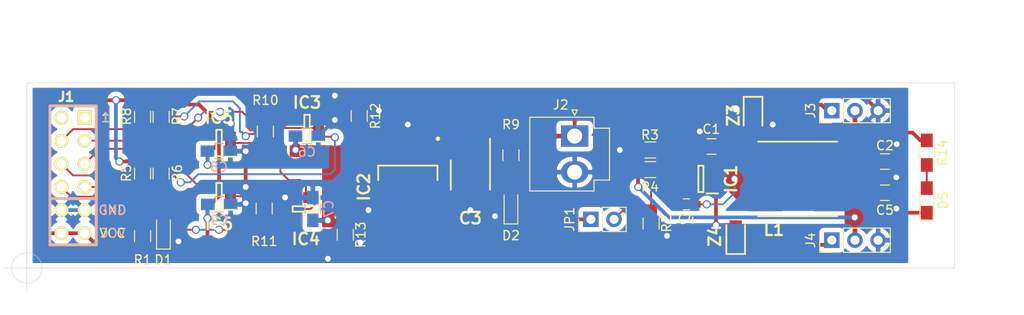
<source format=kicad_pcb>
(kicad_pcb (version 20171130) (host pcbnew "(5.1.2)-2")

  (general
    (thickness 1.6)
    (drawings 15)
    (tracks 446)
    (zones 0)
    (modules 42)
    (nets 23)
  )

  (page A4)
  (title_block
    (title "PmodBDServoIF SingleEnded HalfDuplex MV")
    (rev 1.0)
    (company "Masayuki Takagiwa")
    (comment 1 https://github.com/takagiwa/PmodBDServoIF/)
  )

  (layers
    (0 F.Cu signal)
    (31 B.Cu signal)
    (32 B.Adhes user)
    (33 F.Adhes user)
    (34 B.Paste user)
    (35 F.Paste user)
    (36 B.SilkS user)
    (37 F.SilkS user)
    (38 B.Mask user)
    (39 F.Mask user)
    (40 Dwgs.User user)
    (41 Cmts.User user)
    (42 Eco1.User user)
    (43 Eco2.User user)
    (44 Edge.Cuts user)
    (45 Margin user)
    (46 B.CrtYd user)
    (47 F.CrtYd user)
    (48 B.Fab user)
    (49 F.Fab user)
  )

  (setup
    (last_trace_width 0.2032)
    (trace_clearance 0.2032)
    (zone_clearance 0.508)
    (zone_45_only no)
    (trace_min 0.075)
    (via_size 0.889)
    (via_drill 0.635)
    (via_min_size 0.35)
    (via_min_drill 0.15)
    (uvia_size 0.3)
    (uvia_drill 0.1)
    (uvias_allowed no)
    (uvia_min_size 0.23)
    (uvia_min_drill 0.08)
    (edge_width 0.05)
    (segment_width 0.2)
    (pcb_text_width 0.3)
    (pcb_text_size 1.5 1.5)
    (mod_edge_width 0.12)
    (mod_text_size 1 1)
    (mod_text_width 0.15)
    (pad_size 1.524 1.524)
    (pad_drill 0.762)
    (pad_to_mask_clearance 0.051)
    (solder_mask_min_width 0.25)
    (aux_axis_origin 0 0)
    (visible_elements 7FFFFFFF)
    (pcbplotparams
      (layerselection 0x010fc_ffffffff)
      (usegerberextensions true)
      (usegerberattributes false)
      (usegerberadvancedattributes false)
      (creategerberjobfile false)
      (excludeedgelayer true)
      (linewidth 0.100000)
      (plotframeref false)
      (viasonmask false)
      (mode 1)
      (useauxorigin false)
      (hpglpennumber 1)
      (hpglpenspeed 20)
      (hpglpendiameter 15.000000)
      (psnegative false)
      (psa4output false)
      (plotreference true)
      (plotvalue true)
      (plotinvisibletext false)
      (padsonsilk false)
      (subtractmaskfromsilk false)
      (outputformat 1)
      (mirror false)
      (drillshape 0)
      (scaleselection 1)
      (outputdirectory "fusionpcb/"))
  )

  (net 0 "")
  (net 1 GND)
  (net 2 VDDA)
  (net 3 VDD)
  (net 4 "Net-(C4-Pad2)")
  (net 5 "Net-(C4-Pad1)")
  (net 6 +5V)
  (net 7 VCC)
  (net 8 "Net-(D1-Pad2)")
  (net 9 "Net-(D2-Pad2)")
  (net 10 "Net-(D5-Pad2)")
  (net 11 "Net-(IC1-Pad4)")
  (net 12 "Net-(IC1-Pad5)")
  (net 13 "Net-(IC3-Pad2)")
  (net 14 "Net-(IC3-Pad1)")
  (net 15 "Net-(IC4-Pad2)")
  (net 16 "Net-(IC4-Pad1)")
  (net 17 "Net-(IC5-Pad2)")
  (net 18 "Net-(IC5-Pad4)")
  (net 19 "Net-(IC6-Pad2)")
  (net 20 "Net-(IC6-Pad4)")
  (net 21 /SIG0)
  (net 22 /SIG1)

  (net_class Default "これはデフォルトのネット クラスです。"
    (clearance 0.2032)
    (trace_width 0.2032)
    (via_dia 0.889)
    (via_drill 0.635)
    (uvia_dia 0.3)
    (uvia_drill 0.1)
    (add_net "Net-(C4-Pad1)")
    (add_net "Net-(C4-Pad2)")
    (add_net "Net-(D1-Pad2)")
    (add_net "Net-(D2-Pad2)")
    (add_net "Net-(D5-Pad2)")
    (add_net "Net-(IC1-Pad4)")
    (add_net "Net-(IC1-Pad5)")
    (add_net "Net-(IC3-Pad1)")
    (add_net "Net-(IC3-Pad2)")
    (add_net "Net-(IC4-Pad1)")
    (add_net "Net-(IC4-Pad2)")
    (add_net "Net-(IC5-Pad2)")
    (add_net "Net-(IC5-Pad4)")
    (add_net "Net-(IC6-Pad2)")
    (add_net "Net-(IC6-Pad4)")
  )

  (net_class OutSignal ""
    (clearance 0.2032)
    (trace_width 0.4064)
    (via_dia 0.889)
    (via_drill 0.635)
    (uvia_dia 0.3)
    (uvia_drill 0.1)
    (add_net /SIG0)
    (add_net /SIG1)
  )

  (net_class Power ""
    (clearance 0.2032)
    (trace_width 0.4064)
    (via_dia 0.889)
    (via_drill 0.635)
    (uvia_dia 0.3)
    (uvia_drill 0.1)
    (add_net +5V)
    (add_net GND)
    (add_net VCC)
    (add_net VDD)
    (add_net VDDA)
  )

  (module kicad-pmod:pmod_pin_array_6x2 (layer F.Cu) (tedit 58033DCE) (tstamp 5DBEA03D)
    (at 67.31 66.04)
    (descr "QMOD Pin Header 2 x 6 pins")
    (tags CONN)
    (path /5DBE7CAD)
    (fp_text reference J1 (at -0.762 -8.636) (layer F.SilkS)
      (effects (font (size 1.016 1.016) (thickness 0.254)))
    )
    (fp_text value Conn_02x06_Top_Bottom (at -3.5 0 90) (layer Dwgs.User) hide
      (effects (font (size 1.016 1.016) (thickness 0.2032)))
    )
    (fp_line (start 2.54 2.54) (end -2.54 2.54) (layer F.SilkS) (width 0.3048))
    (fp_line (start 2.54 2.54) (end -2.54 2.54) (layer B.SilkS) (width 0.3048))
    (fp_text user 1 (at 3.556 -6.35) (layer B.SilkS)
      (effects (font (size 1 1) (thickness 0.15)) (justify mirror))
    )
    (fp_text user GND (at 4.318 3.81) (layer B.SilkS)
      (effects (font (size 1 1) (thickness 0.15)) (justify mirror))
    )
    (fp_text user VCC (at 4.318 6.35) (layer B.SilkS)
      (effects (font (size 1 1) (thickness 0.15)) (justify mirror))
    )
    (fp_text user VCC (at 4.318 6.35) (layer F.SilkS)
      (effects (font (size 1 1) (thickness 0.15)))
    )
    (fp_text user GND (at 4.318 3.81) (layer F.SilkS)
      (effects (font (size 1 1) (thickness 0.15)))
    )
    (fp_text user 1 (at 3.556 -6.35) (layer F.SilkS)
      (effects (font (size 1 1) (thickness 0.15)))
    )
    (fp_line (start 2.54 -7.62) (end -2.54 -7.62) (layer B.SilkS) (width 0.3048))
    (fp_line (start 2.54 7.62) (end 2.54 -7.62) (layer B.SilkS) (width 0.3048))
    (fp_line (start -2.54 7.62) (end 2.54 7.62) (layer B.SilkS) (width 0.3048))
    (fp_line (start -2.54 -7.62) (end -2.54 7.62) (layer B.SilkS) (width 0.3048))
    (fp_text user 0.45" (at -7.5 4.75 90) (layer Dwgs.User)
      (effects (font (size 0.5 0.5) (thickness 0.125)))
    )
    (fp_line (start -6.985 11.43) (end -6.604 11.049) (layer Dwgs.User) (width 0.05))
    (fp_line (start -6.985 11.43) (end -7.366 11.049) (layer Dwgs.User) (width 0.05))
    (fp_line (start -6.604 0.381) (end -6.985 0) (layer Dwgs.User) (width 0.05))
    (fp_line (start -6.985 0) (end -7.366 0.381) (layer Dwgs.User) (width 0.05))
    (fp_line (start -6.985 0) (end -6.985 11.43) (layer Dwgs.User) (width 0.05))
    (fp_line (start 2.54 -11.43) (end 3.175 -11.43) (layer Dwgs.User) (width 0.05))
    (fp_line (start 1.27 -11.43) (end 1.905 -11.43) (layer Dwgs.User) (width 0.05))
    (fp_line (start 1.27 11.43) (end 1.905 11.43) (layer Dwgs.User) (width 0.05))
    (fp_line (start 0 11.43) (end 0.635 11.43) (layer Dwgs.User) (width 0.05))
    (fp_line (start -1.27 11.43) (end -0.635 11.43) (layer Dwgs.User) (width 0.05))
    (fp_line (start -2.54 11.43) (end -1.905 11.43) (layer Dwgs.User) (width 0.05))
    (fp_line (start -3.81 11.43) (end -3.175 11.43) (layer Dwgs.User) (width 0.05))
    (fp_line (start -5.08 11.43) (end -4.445 11.43) (layer Dwgs.User) (width 0.05))
    (fp_line (start 0 -11.43) (end 0.635 -11.43) (layer Dwgs.User) (width 0.05))
    (fp_line (start -1.27 -11.43) (end -0.635 -11.43) (layer Dwgs.User) (width 0.05))
    (fp_line (start -2.54 -11.43) (end -1.905 -11.43) (layer Dwgs.User) (width 0.05))
    (fp_line (start -3.81 -11.43) (end -3.175 -11.43) (layer Dwgs.User) (width 0.05))
    (fp_line (start -5.08 -11.43) (end -4.445 -11.43) (layer Dwgs.User) (width 0.05))
    (fp_text user 0.4" (at -6.25 4.75 90) (layer Dwgs.User)
      (effects (font (size 0.5 0.5) (thickness 0.125)))
    )
    (fp_line (start -5.842 10.16) (end -6.223 9.779) (layer Dwgs.User) (width 0.05))
    (fp_line (start -5.842 0) (end -5.842 10.16) (layer Dwgs.User) (width 0.05))
    (fp_line (start -5.842 10.16) (end -5.461 9.779) (layer Dwgs.User) (width 0.05))
    (fp_line (start -5.842 0) (end -5.461 0.381) (layer Dwgs.User) (width 0.05))
    (fp_line (start -5.842 0) (end -6.223 0.381) (layer Dwgs.User) (width 0.05))
    (fp_line (start -5.08 8.89) (end -4.826 9.144) (layer Dwgs.User) (width 0.05))
    (fp_line (start 0 8.89) (end -5.08 8.89) (layer Dwgs.User) (width 0.05))
    (fp_line (start -5.08 8.89) (end -4.826 8.636) (layer Dwgs.User) (width 0.05))
    (fp_line (start -0.254 8.636) (end 0 8.89) (layer Dwgs.User) (width 0.05))
    (fp_line (start 0 8.89) (end -0.254 9.144) (layer Dwgs.User) (width 0.05))
    (fp_text user 0.20" (at -2.5 8.5 180) (layer Dwgs.User)
      (effects (font (size 0.5 0.5) (thickness 0.125)))
    )
    (fp_line (start 0 -10.16) (end -5.08 -10.16) (layer Dwgs.User) (width 0.05))
    (fp_line (start 0 10.16) (end -5.08 10.16) (layer Dwgs.User) (width 0.05))
    (fp_text user "Board Edge" (at -5.25 9.5 90) (layer Dwgs.User)
      (effects (font (size 0.127 0.127) (thickness 0.03175)))
    )
    (fp_line (start -5.08 10.16) (end -5.08 -10.16) (layer Dwgs.User) (width 0.05))
    (fp_line (start -2.54 -7.62) (end -2.54 7.62) (layer F.SilkS) (width 0.3048))
    (fp_line (start -2.54 7.62) (end 2.54 7.62) (layer F.SilkS) (width 0.3048))
    (fp_line (start 2.54 7.62) (end 2.54 -7.62) (layer F.SilkS) (width 0.3048))
    (fp_line (start 2.54 -7.62) (end -2.54 -7.62) (layer F.SilkS) (width 0.3048))
    (pad 1 thru_hole rect (at 1.27 -6.35) (size 1.524 1.524) (drill 1.016) (layers *.Cu *.Mask F.SilkS))
    (pad 7 thru_hole circle (at -1.27 -6.35 270) (size 1.524 1.524) (drill 1.016) (layers *.Cu *.Mask F.SilkS))
    (pad 2 thru_hole circle (at 1.27 -3.81 270) (size 1.524 1.524) (drill 1.016) (layers *.Cu *.Mask F.SilkS)
      (net 13 "Net-(IC3-Pad2)"))
    (pad 8 thru_hole circle (at -1.27 -3.81 270) (size 1.524 1.524) (drill 1.016) (layers *.Cu *.Mask F.SilkS)
      (net 15 "Net-(IC4-Pad2)"))
    (pad 3 thru_hole circle (at 1.27 -1.27 270) (size 1.524 1.524) (drill 1.016) (layers *.Cu *.Mask F.SilkS)
      (net 18 "Net-(IC5-Pad4)"))
    (pad 9 thru_hole circle (at -1.27 -1.27 270) (size 1.524 1.524) (drill 1.016) (layers *.Cu *.Mask F.SilkS)
      (net 20 "Net-(IC6-Pad4)"))
    (pad 4 thru_hole circle (at 1.27 1.27 270) (size 1.524 1.524) (drill 1.016) (layers *.Cu *.Mask F.SilkS)
      (net 14 "Net-(IC3-Pad1)"))
    (pad 10 thru_hole circle (at -1.27 1.27 270) (size 1.524 1.524) (drill 1.016) (layers *.Cu *.Mask F.SilkS)
      (net 16 "Net-(IC4-Pad1)"))
    (pad 5 thru_hole circle (at 1.27 3.81 270) (size 1.524 1.524) (drill 1.016) (layers *.Cu *.Mask F.SilkS)
      (net 1 GND))
    (pad 11 thru_hole circle (at -1.27 3.81 270) (size 1.524 1.524) (drill 1.016) (layers *.Cu *.Mask F.SilkS)
      (net 1 GND))
    (pad 6 thru_hole circle (at 1.27 6.35 270) (size 1.524 1.524) (drill 1.016) (layers *.Cu *.Mask F.SilkS)
      (net 7 VCC))
    (pad 12 thru_hole circle (at -1.27 6.35 270) (size 1.524 1.524) (drill 1.016) (layers *.Cu *.Mask F.SilkS)
      (net 7 VCC))
    (model /usr/share/kicad/modules/packages3d/Socket_Strips.3dshapes/Socket_Strip_Angled_2x06.wrl
      (offset (xyz 0 5.079999923706055 0))
      (scale (xyz 1 1 1))
      (rotate (xyz 0 0 180))
    )
  )

  (module Capacitors_SMD:C_0805_HandSoldering (layer F.Cu) (tedit 58AA84A8) (tstamp 5DBF98E5)
    (at 137.307 62.865 180)
    (descr "Capacitor SMD 0805, hand soldering")
    (tags "capacitor 0805")
    (path /5DBF34D3)
    (attr smd)
    (fp_text reference C1 (at 0.02 1.905) (layer F.SilkS)
      (effects (font (size 1 1) (thickness 0.15)))
    )
    (fp_text value 10u (at 0.782 21.336) (layer F.Fab) hide
      (effects (font (size 1 1) (thickness 0.15)))
    )
    (fp_line (start 2.25 0.87) (end -2.25 0.87) (layer F.CrtYd) (width 0.05))
    (fp_line (start 2.25 0.87) (end 2.25 -0.88) (layer F.CrtYd) (width 0.05))
    (fp_line (start -2.25 -0.88) (end -2.25 0.87) (layer F.CrtYd) (width 0.05))
    (fp_line (start -2.25 -0.88) (end 2.25 -0.88) (layer F.CrtYd) (width 0.05))
    (fp_line (start -0.5 0.85) (end 0.5 0.85) (layer F.SilkS) (width 0.12))
    (fp_line (start 0.5 -0.85) (end -0.5 -0.85) (layer F.SilkS) (width 0.12))
    (fp_line (start -1 -0.62) (end 1 -0.62) (layer F.Fab) (width 0.1))
    (fp_line (start 1 -0.62) (end 1 0.62) (layer F.Fab) (width 0.1))
    (fp_line (start 1 0.62) (end -1 0.62) (layer F.Fab) (width 0.1))
    (fp_line (start -1 0.62) (end -1 -0.62) (layer F.Fab) (width 0.1))
    (fp_text user %R (at 2.052 23.622) (layer F.Fab) hide
      (effects (font (size 1 1) (thickness 0.15)))
    )
    (pad 2 smd rect (at 1.25 0 180) (size 1.5 1.25) (layers F.Cu F.Paste F.Mask)
      (net 1 GND))
    (pad 1 smd rect (at -1.25 0 180) (size 1.5 1.25) (layers F.Cu F.Paste F.Mask)
      (net 2 VDDA))
    (model Capacitors_SMD.3dshapes/C_0805.wrl
      (at (xyz 0 0 0))
      (scale (xyz 1 1 1))
      (rotate (xyz 0 0 0))
    )
  )

  (module Capacitors_SMD:C_0805_HandSoldering (layer F.Cu) (tedit 58AA84A8) (tstamp 5DBF9945)
    (at 156.317 64.516)
    (descr "Capacitor SMD 0805, hand soldering")
    (tags "capacitor 0805")
    (path /5DDB6CE0)
    (attr smd)
    (fp_text reference C2 (at 0 -1.75) (layer F.SilkS)
      (effects (font (size 1 1) (thickness 0.15)))
    )
    (fp_text value 22u (at -4.171 -30.099) (layer F.Fab) hide
      (effects (font (size 1 1) (thickness 0.15)))
    )
    (fp_text user %R (at -5.06 -27.305) (layer F.Fab) hide
      (effects (font (size 1 1) (thickness 0.15)))
    )
    (fp_line (start -1 0.62) (end -1 -0.62) (layer F.Fab) (width 0.1))
    (fp_line (start 1 0.62) (end -1 0.62) (layer F.Fab) (width 0.1))
    (fp_line (start 1 -0.62) (end 1 0.62) (layer F.Fab) (width 0.1))
    (fp_line (start -1 -0.62) (end 1 -0.62) (layer F.Fab) (width 0.1))
    (fp_line (start 0.5 -0.85) (end -0.5 -0.85) (layer F.SilkS) (width 0.12))
    (fp_line (start -0.5 0.85) (end 0.5 0.85) (layer F.SilkS) (width 0.12))
    (fp_line (start -2.25 -0.88) (end 2.25 -0.88) (layer F.CrtYd) (width 0.05))
    (fp_line (start -2.25 -0.88) (end -2.25 0.87) (layer F.CrtYd) (width 0.05))
    (fp_line (start 2.25 0.87) (end 2.25 -0.88) (layer F.CrtYd) (width 0.05))
    (fp_line (start 2.25 0.87) (end -2.25 0.87) (layer F.CrtYd) (width 0.05))
    (pad 1 smd rect (at -1.25 0) (size 1.5 1.25) (layers F.Cu F.Paste F.Mask)
      (net 3 VDD))
    (pad 2 smd rect (at 1.25 0) (size 1.5 1.25) (layers F.Cu F.Paste F.Mask)
      (net 1 GND))
    (model Capacitors_SMD.3dshapes/C_0805.wrl
      (at (xyz 0 0 0))
      (scale (xyz 1 1 1))
      (rotate (xyz 0 0 0))
    )
  )

  (module LibraryLoader:CAPAE430X550N (layer F.Cu) (tedit 0) (tstamp 5DBF9977)
    (at 110.871 65.46 270)
    (descr UWP)
    (tags "Capacitor Polarised")
    (path /5DD91688)
    (attr smd)
    (fp_text reference C3 (at 5.279 0 180) (layer F.SilkS)
      (effects (font (size 1.27 1.27) (thickness 0.254)))
    )
    (fp_text value UWP1HR33MCL1GB (at 29.917 7.112 180) (layer F.SilkS) hide
      (effects (font (size 1.27 1.27) (thickness 0.254)))
    )
    (fp_text user %R (at -24.058 2.413 90) (layer F.Fab) hide
      (effects (font (size 1.27 1.27) (thickness 0.254)))
    )
    (fp_line (start -3.95 -2.75) (end 3.95 -2.75) (layer F.CrtYd) (width 0.05))
    (fp_line (start 3.95 -2.75) (end 3.95 2.75) (layer F.CrtYd) (width 0.05))
    (fp_line (start 3.95 2.75) (end -3.95 2.75) (layer F.CrtYd) (width 0.05))
    (fp_line (start -3.95 2.75) (end -3.95 -2.75) (layer F.CrtYd) (width 0.05))
    (fp_line (start 2.15 -2.15) (end -1.075 -2.15) (layer F.Fab) (width 0.1))
    (fp_line (start -1.075 -2.15) (end -2.15 -1.075) (layer F.Fab) (width 0.1))
    (fp_line (start -2.15 -1.075) (end -2.15 1.075) (layer F.Fab) (width 0.1))
    (fp_line (start -2.15 1.075) (end -1.075 2.15) (layer F.Fab) (width 0.1))
    (fp_line (start -1.075 2.15) (end 2.15 2.15) (layer F.Fab) (width 0.1))
    (fp_line (start 2.15 2.15) (end 2.15 -2.15) (layer F.Fab) (width 0.1))
    (fp_line (start -3.45 -2.15) (end 2.15 -2.15) (layer F.SilkS) (width 0.2))
    (fp_line (start -1.075 2.15) (end 2.15 2.15) (layer F.SilkS) (width 0.2))
    (pad 1 smd rect (at -1.85 0) (size 1.85 3.2) (layers F.Cu F.Paste F.Mask)
      (net 2 VDDA))
    (pad 2 smd rect (at 1.85 0) (size 1.85 3.2) (layers F.Cu F.Paste F.Mask)
      (net 1 GND))
    (model "C:\\Users	akagiwa\\Documents\\PCBPartLibrary\\SamacSys_Parts.3dshapes\\UWP1HR33MCL1GB.stp"
      (at (xyz 0 0 0))
      (scale (xyz 1 1 1))
      (rotate (xyz 0 0 0))
    )
  )

  (module Capacitors_SMD:C_0603_HandSoldering (layer F.Cu) (tedit 58AA848B) (tstamp 5DBF9915)
    (at 134.559 69.215 180)
    (descr "Capacitor SMD 0603, hand soldering")
    (tags "capacitor 0603")
    (path /5DBF3ACA)
    (attr smd)
    (fp_text reference C4 (at 0 -1.651) (layer F.SilkS)
      (effects (font (size 1 1) (thickness 0.15)))
    )
    (fp_text value 100n (at -0.188 -22.225) (layer F.Fab) hide
      (effects (font (size 1 1) (thickness 0.15)))
    )
    (fp_line (start 1.8 0.65) (end -1.8 0.65) (layer F.CrtYd) (width 0.05))
    (fp_line (start 1.8 0.65) (end 1.8 -0.65) (layer F.CrtYd) (width 0.05))
    (fp_line (start -1.8 -0.65) (end -1.8 0.65) (layer F.CrtYd) (width 0.05))
    (fp_line (start -1.8 -0.65) (end 1.8 -0.65) (layer F.CrtYd) (width 0.05))
    (fp_line (start 0.35 0.6) (end -0.35 0.6) (layer F.SilkS) (width 0.12))
    (fp_line (start -0.35 -0.6) (end 0.35 -0.6) (layer F.SilkS) (width 0.12))
    (fp_line (start -0.8 -0.4) (end 0.8 -0.4) (layer F.Fab) (width 0.1))
    (fp_line (start 0.8 -0.4) (end 0.8 0.4) (layer F.Fab) (width 0.1))
    (fp_line (start 0.8 0.4) (end -0.8 0.4) (layer F.Fab) (width 0.1))
    (fp_line (start -0.8 0.4) (end -0.8 -0.4) (layer F.Fab) (width 0.1))
    (fp_text user %R (at 0.955 -19.812) (layer F.Fab) hide
      (effects (font (size 1 1) (thickness 0.15)))
    )
    (pad 2 smd rect (at 0.95 0 180) (size 1.2 0.75) (layers F.Cu F.Paste F.Mask)
      (net 4 "Net-(C4-Pad2)"))
    (pad 1 smd rect (at -0.95 0 180) (size 1.2 0.75) (layers F.Cu F.Paste F.Mask)
      (net 5 "Net-(C4-Pad1)"))
    (model Capacitors_SMD.3dshapes/C_0603.wrl
      (at (xyz 0 0 0))
      (scale (xyz 1 1 1))
      (rotate (xyz 0 0 0))
    )
  )

  (module Capacitors_SMD:C_0805_HandSoldering (layer B.Cu) (tedit 58AA84A8) (tstamp 5DBE7667)
    (at 92.944 61.722)
    (descr "Capacitor SMD 0805, hand soldering")
    (tags "capacitor 0805")
    (path /5DBF15A6)
    (attr smd)
    (fp_text reference C6 (at 0 1.75) (layer B.SilkS)
      (effects (font (size 1 1) (thickness 0.15)) (justify mirror))
    )
    (fp_text value 0.1u (at -0.488 -16.764) (layer B.Fab) hide
      (effects (font (size 1 1) (thickness 0.15)) (justify mirror))
    )
    (fp_line (start 2.25 -0.87) (end -2.25 -0.87) (layer B.CrtYd) (width 0.05))
    (fp_line (start 2.25 -0.87) (end 2.25 0.88) (layer B.CrtYd) (width 0.05))
    (fp_line (start -2.25 0.88) (end -2.25 -0.87) (layer B.CrtYd) (width 0.05))
    (fp_line (start -2.25 0.88) (end 2.25 0.88) (layer B.CrtYd) (width 0.05))
    (fp_line (start -0.5 -0.85) (end 0.5 -0.85) (layer B.SilkS) (width 0.12))
    (fp_line (start 0.5 0.85) (end -0.5 0.85) (layer B.SilkS) (width 0.12))
    (fp_line (start -1 0.62) (end 1 0.62) (layer B.Fab) (width 0.1))
    (fp_line (start 1 0.62) (end 1 -0.62) (layer B.Fab) (width 0.1))
    (fp_line (start 1 -0.62) (end -1 -0.62) (layer B.Fab) (width 0.1))
    (fp_line (start -1 -0.62) (end -1 0.62) (layer B.Fab) (width 0.1))
    (fp_text user %R (at 0 1.75) (layer B.Fab)
      (effects (font (size 1 1) (thickness 0.15)) (justify mirror))
    )
    (pad 2 smd rect (at 1.25 0) (size 1.5 1.25) (layers B.Cu B.Paste B.Mask)
      (net 1 GND))
    (pad 1 smd rect (at -1.25 0) (size 1.5 1.25) (layers B.Cu B.Paste B.Mask)
      (net 6 +5V))
    (model Capacitors_SMD.3dshapes/C_0805.wrl
      (at (xyz 0 0 0))
      (scale (xyz 1 1 1))
      (rotate (xyz 0 0 0))
    )
  )

  (module Capacitors_SMD:C_0805_HandSoldering (layer B.Cu) (tedit 58AA84A8) (tstamp 5DBE7678)
    (at 93.599 69.723 90)
    (descr "Capacitor SMD 0805, hand soldering")
    (tags "capacitor 0805")
    (path /5DBF2176)
    (attr smd)
    (fp_text reference C7 (at 0 1.75 90) (layer B.SilkS)
      (effects (font (size 1 1) (thickness 0.15)) (justify mirror))
    )
    (fp_text value 0.1u (at -24.003 -1.016 90) (layer B.Fab) hide
      (effects (font (size 1 1) (thickness 0.15)) (justify mirror))
    )
    (fp_text user %R (at 0 1.75 90) (layer B.Fab)
      (effects (font (size 1 1) (thickness 0.15)) (justify mirror))
    )
    (fp_line (start -1 -0.62) (end -1 0.62) (layer B.Fab) (width 0.1))
    (fp_line (start 1 -0.62) (end -1 -0.62) (layer B.Fab) (width 0.1))
    (fp_line (start 1 0.62) (end 1 -0.62) (layer B.Fab) (width 0.1))
    (fp_line (start -1 0.62) (end 1 0.62) (layer B.Fab) (width 0.1))
    (fp_line (start 0.5 0.85) (end -0.5 0.85) (layer B.SilkS) (width 0.12))
    (fp_line (start -0.5 -0.85) (end 0.5 -0.85) (layer B.SilkS) (width 0.12))
    (fp_line (start -2.25 0.88) (end 2.25 0.88) (layer B.CrtYd) (width 0.05))
    (fp_line (start -2.25 0.88) (end -2.25 -0.87) (layer B.CrtYd) (width 0.05))
    (fp_line (start 2.25 -0.87) (end 2.25 0.88) (layer B.CrtYd) (width 0.05))
    (fp_line (start 2.25 -0.87) (end -2.25 -0.87) (layer B.CrtYd) (width 0.05))
    (pad 1 smd rect (at -1.25 0 90) (size 1.5 1.25) (layers B.Cu B.Paste B.Mask)
      (net 6 +5V))
    (pad 2 smd rect (at 1.25 0 90) (size 1.5 1.25) (layers B.Cu B.Paste B.Mask)
      (net 1 GND))
    (model Capacitors_SMD.3dshapes/C_0805.wrl
      (at (xyz 0 0 0))
      (scale (xyz 1 1 1))
      (rotate (xyz 0 0 0))
    )
  )

  (module Capacitors_SMD:C_0805_HandSoldering (layer B.Cu) (tedit 58AA84A8) (tstamp 5DBE7689)
    (at 83.292 63.373)
    (descr "Capacitor SMD 0805, hand soldering")
    (tags "capacitor 0805")
    (path /5DBF1C32)
    (attr smd)
    (fp_text reference C8 (at 0 1.75) (layer B.SilkS)
      (effects (font (size 1 1) (thickness 0.15)) (justify mirror))
    )
    (fp_text value 0.1u (at -0.508 -16.383) (layer B.Fab) hide
      (effects (font (size 1 1) (thickness 0.15)) (justify mirror))
    )
    (fp_text user %R (at 0 1.75) (layer B.Fab)
      (effects (font (size 1 1) (thickness 0.15)) (justify mirror))
    )
    (fp_line (start -1 -0.62) (end -1 0.62) (layer B.Fab) (width 0.1))
    (fp_line (start 1 -0.62) (end -1 -0.62) (layer B.Fab) (width 0.1))
    (fp_line (start 1 0.62) (end 1 -0.62) (layer B.Fab) (width 0.1))
    (fp_line (start -1 0.62) (end 1 0.62) (layer B.Fab) (width 0.1))
    (fp_line (start 0.5 0.85) (end -0.5 0.85) (layer B.SilkS) (width 0.12))
    (fp_line (start -0.5 -0.85) (end 0.5 -0.85) (layer B.SilkS) (width 0.12))
    (fp_line (start -2.25 0.88) (end 2.25 0.88) (layer B.CrtYd) (width 0.05))
    (fp_line (start -2.25 0.88) (end -2.25 -0.87) (layer B.CrtYd) (width 0.05))
    (fp_line (start 2.25 -0.87) (end 2.25 0.88) (layer B.CrtYd) (width 0.05))
    (fp_line (start 2.25 -0.87) (end -2.25 -0.87) (layer B.CrtYd) (width 0.05))
    (pad 1 smd rect (at -1.25 0) (size 1.5 1.25) (layers B.Cu B.Paste B.Mask)
      (net 7 VCC))
    (pad 2 smd rect (at 1.25 0) (size 1.5 1.25) (layers B.Cu B.Paste B.Mask)
      (net 1 GND))
    (model Capacitors_SMD.3dshapes/C_0805.wrl
      (at (xyz 0 0 0))
      (scale (xyz 1 1 1))
      (rotate (xyz 0 0 0))
    )
  )

  (module Capacitors_SMD:C_0805_HandSoldering (layer B.Cu) (tedit 58AA84A8) (tstamp 5DBEAC51)
    (at 83.332 69.215)
    (descr "Capacitor SMD 0805, hand soldering")
    (tags "capacitor 0805")
    (path /5DBF1EA6)
    (attr smd)
    (fp_text reference C9 (at 0 1.75) (layer B.SilkS)
      (effects (font (size 1 1) (thickness 0.15)) (justify mirror))
    )
    (fp_text value 0.1u (at -0.127 17.018) (layer B.Fab) hide
      (effects (font (size 1 1) (thickness 0.15)) (justify mirror))
    )
    (fp_line (start 2.25 -0.87) (end -2.25 -0.87) (layer B.CrtYd) (width 0.05))
    (fp_line (start 2.25 -0.87) (end 2.25 0.88) (layer B.CrtYd) (width 0.05))
    (fp_line (start -2.25 0.88) (end -2.25 -0.87) (layer B.CrtYd) (width 0.05))
    (fp_line (start -2.25 0.88) (end 2.25 0.88) (layer B.CrtYd) (width 0.05))
    (fp_line (start -0.5 -0.85) (end 0.5 -0.85) (layer B.SilkS) (width 0.12))
    (fp_line (start 0.5 0.85) (end -0.5 0.85) (layer B.SilkS) (width 0.12))
    (fp_line (start -1 0.62) (end 1 0.62) (layer B.Fab) (width 0.1))
    (fp_line (start 1 0.62) (end 1 -0.62) (layer B.Fab) (width 0.1))
    (fp_line (start 1 -0.62) (end -1 -0.62) (layer B.Fab) (width 0.1))
    (fp_line (start -1 -0.62) (end -1 0.62) (layer B.Fab) (width 0.1))
    (fp_text user %R (at 0 1.75) (layer B.Fab)
      (effects (font (size 1 1) (thickness 0.15)) (justify mirror))
    )
    (pad 2 smd rect (at 1.25 0) (size 1.5 1.25) (layers B.Cu B.Paste B.Mask)
      (net 1 GND))
    (pad 1 smd rect (at -1.25 0) (size 1.5 1.25) (layers B.Cu B.Paste B.Mask)
      (net 7 VCC))
    (model Capacitors_SMD.3dshapes/C_0805.wrl
      (at (xyz 0 0 0))
      (scale (xyz 1 1 1))
      (rotate (xyz 0 0 0))
    )
  )

  (module LEDs:LED_0805_HandSoldering (layer F.Cu) (tedit 595FCA25) (tstamp 5DBE76AF)
    (at 77.216 71.929 90)
    (descr "Resistor SMD 0805, hand soldering")
    (tags "resistor 0805")
    (path /5DBEF560)
    (attr smd)
    (fp_text reference D1 (at -3.382 0 180) (layer F.SilkS)
      (effects (font (size 1 1) (thickness 0.15)))
    )
    (fp_text value LED (at -23.829 -1.016 90) (layer F.Fab) hide
      (effects (font (size 1 1) (thickness 0.15)))
    )
    (fp_line (start -2.2 -0.75) (end -2.2 0.75) (layer F.SilkS) (width 0.12))
    (fp_line (start 2.35 0.9) (end -2.35 0.9) (layer F.CrtYd) (width 0.05))
    (fp_line (start 2.35 0.9) (end 2.35 -0.9) (layer F.CrtYd) (width 0.05))
    (fp_line (start -2.35 -0.9) (end -2.35 0.9) (layer F.CrtYd) (width 0.05))
    (fp_line (start -2.35 -0.9) (end 2.35 -0.9) (layer F.CrtYd) (width 0.05))
    (fp_line (start -2.2 -0.75) (end 1 -0.75) (layer F.SilkS) (width 0.12))
    (fp_line (start 1 0.75) (end -2.2 0.75) (layer F.SilkS) (width 0.12))
    (fp_line (start -1 -0.62) (end 1 -0.62) (layer F.Fab) (width 0.1))
    (fp_line (start 1 -0.62) (end 1 0.62) (layer F.Fab) (width 0.1))
    (fp_line (start 1 0.62) (end -1 0.62) (layer F.Fab) (width 0.1))
    (fp_line (start -1 0.62) (end -1 -0.62) (layer F.Fab) (width 0.1))
    (fp_line (start 0.2 -0.4) (end 0.2 0.4) (layer F.Fab) (width 0.1))
    (fp_line (start 0.2 0.4) (end -0.4 0) (layer F.Fab) (width 0.1))
    (fp_line (start -0.4 0) (end 0.2 -0.4) (layer F.Fab) (width 0.1))
    (fp_line (start -0.4 -0.4) (end -0.4 0.4) (layer F.Fab) (width 0.1))
    (pad 2 smd rect (at 1.35 0 90) (size 1.5 1.3) (layers F.Cu F.Paste F.Mask)
      (net 8 "Net-(D1-Pad2)"))
    (pad 1 smd rect (at -1.35 0 90) (size 1.5 1.3) (layers F.Cu F.Paste F.Mask)
      (net 1 GND))
    (model ${KISYS3DMOD}/LEDs.3dshapes/LED_0805.wrl
      (at (xyz 0 0 0))
      (scale (xyz 1 1 1))
      (rotate (xyz 0 0 0))
    )
  )

  (module LEDs:LED_0805_HandSoldering (layer F.Cu) (tedit 595FCA25) (tstamp 5DBF99AF)
    (at 115.316 69.168 90)
    (descr "Resistor SMD 0805, hand soldering")
    (tags "resistor 0805")
    (path /5DBF0074)
    (attr smd)
    (fp_text reference D2 (at -3.476 0 180) (layer F.SilkS)
      (effects (font (size 1 1) (thickness 0.15)))
    )
    (fp_text value LED (at -27.987 -0.381 90) (layer F.Fab) hide
      (effects (font (size 1 1) (thickness 0.15)))
    )
    (fp_line (start -0.4 -0.4) (end -0.4 0.4) (layer F.Fab) (width 0.1))
    (fp_line (start -0.4 0) (end 0.2 -0.4) (layer F.Fab) (width 0.1))
    (fp_line (start 0.2 0.4) (end -0.4 0) (layer F.Fab) (width 0.1))
    (fp_line (start 0.2 -0.4) (end 0.2 0.4) (layer F.Fab) (width 0.1))
    (fp_line (start -1 0.62) (end -1 -0.62) (layer F.Fab) (width 0.1))
    (fp_line (start 1 0.62) (end -1 0.62) (layer F.Fab) (width 0.1))
    (fp_line (start 1 -0.62) (end 1 0.62) (layer F.Fab) (width 0.1))
    (fp_line (start -1 -0.62) (end 1 -0.62) (layer F.Fab) (width 0.1))
    (fp_line (start 1 0.75) (end -2.2 0.75) (layer F.SilkS) (width 0.12))
    (fp_line (start -2.2 -0.75) (end 1 -0.75) (layer F.SilkS) (width 0.12))
    (fp_line (start -2.35 -0.9) (end 2.35 -0.9) (layer F.CrtYd) (width 0.05))
    (fp_line (start -2.35 -0.9) (end -2.35 0.9) (layer F.CrtYd) (width 0.05))
    (fp_line (start 2.35 0.9) (end 2.35 -0.9) (layer F.CrtYd) (width 0.05))
    (fp_line (start 2.35 0.9) (end -2.35 0.9) (layer F.CrtYd) (width 0.05))
    (fp_line (start -2.2 -0.75) (end -2.2 0.75) (layer F.SilkS) (width 0.12))
    (pad 1 smd rect (at -1.35 0 90) (size 1.5 1.3) (layers F.Cu F.Paste F.Mask)
      (net 1 GND))
    (pad 2 smd rect (at 1.35 0 90) (size 1.5 1.3) (layers F.Cu F.Paste F.Mask)
      (net 9 "Net-(D2-Pad2)"))
    (model ${KISYS3DMOD}/LEDs.3dshapes/LED_0805.wrl
      (at (xyz 0 0 0))
      (scale (xyz 1 1 1))
      (rotate (xyz 0 0 0))
    )
  )

  (module LEDs:LED_0805_HandSoldering (layer F.Cu) (tedit 595FCA25) (tstamp 5DBF9865)
    (at 160.909 68.787 90)
    (descr "Resistor SMD 0805, hand soldering")
    (tags "resistor 0805")
    (path /5DBF0D2C)
    (attr smd)
    (fp_text reference D5 (at 0 1.778 90) (layer F.SilkS)
      (effects (font (size 1 1) (thickness 0.15)))
    )
    (fp_text value LED (at -26.209 1.143 90) (layer F.Fab) hide
      (effects (font (size 1 1) (thickness 0.15)))
    )
    (fp_line (start -2.2 -0.75) (end -2.2 0.75) (layer F.SilkS) (width 0.12))
    (fp_line (start 2.35 0.9) (end -2.35 0.9) (layer F.CrtYd) (width 0.05))
    (fp_line (start 2.35 0.9) (end 2.35 -0.9) (layer F.CrtYd) (width 0.05))
    (fp_line (start -2.35 -0.9) (end -2.35 0.9) (layer F.CrtYd) (width 0.05))
    (fp_line (start -2.35 -0.9) (end 2.35 -0.9) (layer F.CrtYd) (width 0.05))
    (fp_line (start -2.2 -0.75) (end 1 -0.75) (layer F.SilkS) (width 0.12))
    (fp_line (start 1 0.75) (end -2.2 0.75) (layer F.SilkS) (width 0.12))
    (fp_line (start -1 -0.62) (end 1 -0.62) (layer F.Fab) (width 0.1))
    (fp_line (start 1 -0.62) (end 1 0.62) (layer F.Fab) (width 0.1))
    (fp_line (start 1 0.62) (end -1 0.62) (layer F.Fab) (width 0.1))
    (fp_line (start -1 0.62) (end -1 -0.62) (layer F.Fab) (width 0.1))
    (fp_line (start 0.2 -0.4) (end 0.2 0.4) (layer F.Fab) (width 0.1))
    (fp_line (start 0.2 0.4) (end -0.4 0) (layer F.Fab) (width 0.1))
    (fp_line (start -0.4 0) (end 0.2 -0.4) (layer F.Fab) (width 0.1))
    (fp_line (start -0.4 -0.4) (end -0.4 0.4) (layer F.Fab) (width 0.1))
    (pad 2 smd rect (at 1.35 0 90) (size 1.5 1.3) (layers F.Cu F.Paste F.Mask)
      (net 10 "Net-(D5-Pad2)"))
    (pad 1 smd rect (at -1.35 0 90) (size 1.5 1.3) (layers F.Cu F.Paste F.Mask)
      (net 1 GND))
    (model ${KISYS3DMOD}/LEDs.3dshapes/LED_0805.wrl
      (at (xyz 0 0 0))
      (scale (xyz 1 1 1))
      (rotate (xyz 0 0 0))
    )
  )

  (module LibraryLoader:SOT95P280X110-6N (layer F.Cu) (tedit 0) (tstamp 5DBF98A5)
    (at 136.144 66.421 180)
    (descr "DDC (R-PDSO-G6)-1")
    (tags "Integrated Circuit")
    (path /5DBE6972)
    (attr smd)
    (fp_text reference IC1 (at -3.302 0 90) (layer F.SilkS)
      (effects (font (size 1.27 1.27) (thickness 0.254)))
    )
    (fp_text value TPS565201DDCT (at -2.032 -28.448) (layer F.SilkS) hide
      (effects (font (size 1.27 1.27) (thickness 0.254)))
    )
    (fp_text user %R (at 2.667 23.241) (layer F.Fab) hide
      (effects (font (size 1.27 1.27) (thickness 0.254)))
    )
    (fp_line (start -2.125 -1.775) (end 2.125 -1.775) (layer F.CrtYd) (width 0.05))
    (fp_line (start 2.125 -1.775) (end 2.125 1.775) (layer F.CrtYd) (width 0.05))
    (fp_line (start 2.125 1.775) (end -2.125 1.775) (layer F.CrtYd) (width 0.05))
    (fp_line (start -2.125 1.775) (end -2.125 -1.775) (layer F.CrtYd) (width 0.05))
    (fp_line (start -0.8 -1.45) (end 0.8 -1.45) (layer F.Fab) (width 0.1))
    (fp_line (start 0.8 -1.45) (end 0.8 1.45) (layer F.Fab) (width 0.1))
    (fp_line (start 0.8 1.45) (end -0.8 1.45) (layer F.Fab) (width 0.1))
    (fp_line (start -0.8 1.45) (end -0.8 -1.45) (layer F.Fab) (width 0.1))
    (fp_line (start -0.8 -0.5) (end 0.15 -1.45) (layer F.Fab) (width 0.1))
    (fp_line (start -0.275 -1.45) (end 0.275 -1.45) (layer F.SilkS) (width 0.2))
    (fp_line (start 0.275 -1.45) (end 0.275 1.45) (layer F.SilkS) (width 0.2))
    (fp_line (start 0.275 1.45) (end -0.275 1.45) (layer F.SilkS) (width 0.2))
    (fp_line (start -0.275 1.45) (end -0.275 -1.45) (layer F.SilkS) (width 0.2))
    (fp_line (start -1.875 -1.6) (end -0.625 -1.6) (layer F.SilkS) (width 0.2))
    (pad 1 smd rect (at -1.25 -0.95 270) (size 0.6 1.25) (layers F.Cu F.Paste F.Mask)
      (net 1 GND))
    (pad 2 smd rect (at -1.25 0 270) (size 0.6 1.25) (layers F.Cu F.Paste F.Mask)
      (net 5 "Net-(C4-Pad1)"))
    (pad 3 smd rect (at -1.25 0.95 270) (size 0.6 1.25) (layers F.Cu F.Paste F.Mask)
      (net 2 VDDA))
    (pad 4 smd rect (at 1.25 0.95 270) (size 0.6 1.25) (layers F.Cu F.Paste F.Mask)
      (net 11 "Net-(IC1-Pad4)"))
    (pad 5 smd rect (at 1.25 0 270) (size 0.6 1.25) (layers F.Cu F.Paste F.Mask)
      (net 12 "Net-(IC1-Pad5)"))
    (pad 6 smd rect (at 1.25 -0.95 270) (size 0.6 1.25) (layers F.Cu F.Paste F.Mask)
      (net 4 "Net-(C4-Pad2)"))
    (model "C:\\Users	akagiwa\\Documents\\PCBPartLibrary\\SamacSys_Parts.3dshapes\\TPS565201DDCT.stp"
      (at (xyz 0 0 0))
      (scale (xyz 1 1 1))
      (rotate (xyz 0 0 0))
    )
  )

  (module LibraryLoader:TO229P990X238-4N (layer F.Cu) (tedit 0) (tstamp 5DBF9813)
    (at 104.013 67.31 270)
    (descr DPAK-3)
    (tags "Integrated Circuit")
    (path /5DBE6DFE)
    (attr smd)
    (fp_text reference IC2 (at 0 4.826 90) (layer F.SilkS)
      (effects (font (size 1.27 1.27) (thickness 0.254)))
    )
    (fp_text value MC7805CDTRKG (at -29.845 -1.016 180) (layer F.SilkS) hide
      (effects (font (size 1.27 1.27) (thickness 0.254)))
    )
    (fp_text user %R (at -27.686 -0.381 180) (layer F.Fab) hide
      (effects (font (size 1.27 1.27) (thickness 0.254)))
    )
    (fp_line (start -2.095 3.365) (end 4.125 3.365) (layer F.CrtYd) (width 0.001))
    (fp_line (start 4.125 3.365) (end 4.125 -3.365) (layer F.CrtYd) (width 0.001))
    (fp_line (start 4.125 -3.365) (end -2.095 -3.365) (layer F.CrtYd) (width 0.001))
    (fp_line (start -2.095 -3.365) (end -2.095 3.365) (layer F.CrtYd) (width 0.001))
    (fp_line (start -5.85 3.65) (end 5.85 3.65) (layer F.CrtYd) (width 0.05))
    (fp_line (start 5.85 3.65) (end 5.85 -3.65) (layer F.CrtYd) (width 0.05))
    (fp_line (start 5.85 -3.65) (end -5.85 -3.65) (layer F.CrtYd) (width 0.05))
    (fp_line (start -5.85 -3.65) (end -5.85 3.65) (layer F.CrtYd) (width 0.05))
    (fp_line (start 0 0.5) (end 0 -0.5) (layer F.CrtYd) (width 0.05))
    (fp_line (start -0.5 0) (end 0.5 0) (layer F.CrtYd) (width 0.05))
    (fp_line (start -2.032 3.27) (end 4.062 3.27) (layer F.Fab) (width 0.1))
    (fp_line (start 4.062 3.27) (end 4.062 -3.27) (layer F.Fab) (width 0.1))
    (fp_line (start 4.062 -3.27) (end -2.032 -3.27) (layer F.Fab) (width 0.1))
    (fp_line (start -2.032 -3.27) (end -2.032 3.27) (layer F.Fab) (width 0.1))
    (fp_line (start 4.062 2.508) (end 4.356 2.508) (layer F.Fab) (width 0.1))
    (fp_line (start 4.356 2.508) (end 4.952 1.846) (layer F.Fab) (width 0.1))
    (fp_line (start 4.952 1.846) (end 4.952 -1.847) (layer F.Fab) (width 0.1))
    (fp_line (start 4.952 -1.847) (end 4.356 -2.508) (layer F.Fab) (width 0.1))
    (fp_line (start 4.356 -2.508) (end 4.062 -2.508) (layer F.Fab) (width 0.1))
    (fp_line (start -0.75 3.25) (end -2.35 3.25) (layer F.SilkS) (width 0.2))
    (fp_line (start -2.35 3.25) (end -2.35 -3.25) (layer F.SilkS) (width 0.2))
    (fp_line (start -2.35 -3.25) (end -0.75 -3.25) (layer F.SilkS) (width 0.2))
    (fp_circle (center -5.3 -3.3) (end -5.3 -3.175) (layer F.SilkS) (width 0.25))
    (pad 1 smd rect (at -4.15 -2.29) (size 1 2.85) (layers F.Cu F.Paste F.Mask)
      (net 2 VDDA))
    (pad 2 smd rect (at -4.15 0) (size 1 2.85) (layers F.Cu F.Paste F.Mask)
      (net 1 GND))
    (pad 3 smd rect (at -4.15 2.29) (size 1 2.85) (layers F.Cu F.Paste F.Mask)
      (net 6 +5V))
    (pad 4 smd rect (at 2.6 0) (size 5.55 5.95) (layers F.Cu F.Paste F.Mask)
      (net 1 GND))
  )

  (module LibraryLoader:SOT95P280X145-5N (layer F.Cu) (tedit 0) (tstamp 5DBE772A)
    (at 92.964 60.833 180)
    (descr "DBV (R-PDSO-G5)")
    (tags "Integrated Circuit")
    (path /5DBECF2C)
    (attr smd)
    (fp_text reference IC3 (at 0 2.794) (layer F.SilkS)
      (effects (font (size 1.27 1.27) (thickness 0.254)))
    )
    (fp_text value SN74LV1T125DBVR (at 3.048 23.368) (layer F.SilkS) hide
      (effects (font (size 1.27 1.27) (thickness 0.254)))
    )
    (fp_line (start -1.85 -1.5) (end -0.65 -1.5) (layer F.SilkS) (width 0.2))
    (fp_line (start -0.3 1.45) (end -0.3 -1.45) (layer F.SilkS) (width 0.2))
    (fp_line (start 0.3 1.45) (end -0.3 1.45) (layer F.SilkS) (width 0.2))
    (fp_line (start 0.3 -1.45) (end 0.3 1.45) (layer F.SilkS) (width 0.2))
    (fp_line (start -0.3 -1.45) (end 0.3 -1.45) (layer F.SilkS) (width 0.2))
    (fp_line (start -0.8 -0.5) (end 0.15 -1.45) (layer F.Fab) (width 0.1))
    (fp_line (start -0.8 1.45) (end -0.8 -1.45) (layer F.Fab) (width 0.1))
    (fp_line (start 0.8 1.45) (end -0.8 1.45) (layer F.Fab) (width 0.1))
    (fp_line (start 0.8 -1.45) (end 0.8 1.45) (layer F.Fab) (width 0.1))
    (fp_line (start -0.8 -1.45) (end 0.8 -1.45) (layer F.Fab) (width 0.1))
    (fp_line (start -2.1 1.775) (end -2.1 -1.775) (layer F.CrtYd) (width 0.05))
    (fp_line (start 2.1 1.775) (end -2.1 1.775) (layer F.CrtYd) (width 0.05))
    (fp_line (start 2.1 -1.775) (end 2.1 1.775) (layer F.CrtYd) (width 0.05))
    (fp_line (start -2.1 -1.775) (end 2.1 -1.775) (layer F.CrtYd) (width 0.05))
    (fp_text user %R (at -2.286 18.288) (layer F.Fab) hide
      (effects (font (size 1.27 1.27) (thickness 0.254)))
    )
    (pad 5 smd rect (at 1.25 -0.95 270) (size 0.6 1.2) (layers F.Cu F.Paste F.Mask)
      (net 6 +5V))
    (pad 4 smd rect (at 1.25 0.95 270) (size 0.6 1.2) (layers F.Cu F.Paste F.Mask)
      (net 21 /SIG0))
    (pad 3 smd rect (at -1.25 0.95 270) (size 0.6 1.2) (layers F.Cu F.Paste F.Mask)
      (net 1 GND))
    (pad 2 smd rect (at -1.25 0 270) (size 0.6 1.2) (layers F.Cu F.Paste F.Mask)
      (net 13 "Net-(IC3-Pad2)"))
    (pad 1 smd rect (at -1.25 -0.95 270) (size 0.6 1.2) (layers F.Cu F.Paste F.Mask)
      (net 14 "Net-(IC3-Pad1)"))
    (model "C:\\Users	akagiwa\\Documents\\PCBPartLibrary\\SamacSys_Parts.3dshapes\\SN74LV1T125DBVR.stp"
      (at (xyz 0 0 0))
      (scale (xyz 1 1 1))
      (rotate (xyz 0 0 0))
    )
  )

  (module LibraryLoader:SOT95P280X145-5N (layer F.Cu) (tedit 0) (tstamp 5DBE7742)
    (at 92.837 69.723 270)
    (descr "DBV (R-PDSO-G5)")
    (tags "Integrated Circuit")
    (path /5DBEDB0F)
    (attr smd)
    (fp_text reference IC4 (at 3.302 0 180) (layer F.SilkS)
      (effects (font (size 1.27 1.27) (thickness 0.254)))
    )
    (fp_text value SN74LV1T125DBVR (at 26.924 -4.572 180) (layer F.SilkS) hide
      (effects (font (size 1.27 1.27) (thickness 0.254)))
    )
    (fp_line (start -1.85 -1.5) (end -0.65 -1.5) (layer F.SilkS) (width 0.2))
    (fp_line (start -0.3 1.45) (end -0.3 -1.45) (layer F.SilkS) (width 0.2))
    (fp_line (start 0.3 1.45) (end -0.3 1.45) (layer F.SilkS) (width 0.2))
    (fp_line (start 0.3 -1.45) (end 0.3 1.45) (layer F.SilkS) (width 0.2))
    (fp_line (start -0.3 -1.45) (end 0.3 -1.45) (layer F.SilkS) (width 0.2))
    (fp_line (start -0.8 -0.5) (end 0.15 -1.45) (layer F.Fab) (width 0.1))
    (fp_line (start -0.8 1.45) (end -0.8 -1.45) (layer F.Fab) (width 0.1))
    (fp_line (start 0.8 1.45) (end -0.8 1.45) (layer F.Fab) (width 0.1))
    (fp_line (start 0.8 -1.45) (end 0.8 1.45) (layer F.Fab) (width 0.1))
    (fp_line (start -0.8 -1.45) (end 0.8 -1.45) (layer F.Fab) (width 0.1))
    (fp_line (start -2.1 1.775) (end -2.1 -1.775) (layer F.CrtYd) (width 0.05))
    (fp_line (start 2.1 1.775) (end -2.1 1.775) (layer F.CrtYd) (width 0.05))
    (fp_line (start 2.1 -1.775) (end 2.1 1.775) (layer F.CrtYd) (width 0.05))
    (fp_line (start -2.1 -1.775) (end 2.1 -1.775) (layer F.CrtYd) (width 0.05))
    (fp_text user %R (at 20.701 0.762 180) (layer F.Fab) hide
      (effects (font (size 1.27 1.27) (thickness 0.254)))
    )
    (pad 5 smd rect (at 1.25 -0.95) (size 0.6 1.2) (layers F.Cu F.Paste F.Mask)
      (net 6 +5V))
    (pad 4 smd rect (at 1.25 0.95) (size 0.6 1.2) (layers F.Cu F.Paste F.Mask)
      (net 22 /SIG1))
    (pad 3 smd rect (at -1.25 0.95) (size 0.6 1.2) (layers F.Cu F.Paste F.Mask)
      (net 1 GND))
    (pad 2 smd rect (at -1.25 0) (size 0.6 1.2) (layers F.Cu F.Paste F.Mask)
      (net 15 "Net-(IC4-Pad2)"))
    (pad 1 smd rect (at -1.25 -0.95) (size 0.6 1.2) (layers F.Cu F.Paste F.Mask)
      (net 16 "Net-(IC4-Pad1)"))
    (model "C:\\Users	akagiwa\\Documents\\PCBPartLibrary\\SamacSys_Parts.3dshapes\\SN74LV1T125DBVR.stp"
      (at (xyz 0 0 0))
      (scale (xyz 1 1 1))
      (rotate (xyz 0 0 0))
    )
  )

  (module LibraryLoader:SOT95P280X145-5N (layer F.Cu) (tedit 0) (tstamp 5DBE775A)
    (at 83.312 62.484 180)
    (descr "DBV (R-PDSO-G5)")
    (tags "Integrated Circuit")
    (path /5DBED4BE)
    (attr smd)
    (fp_text reference IC5 (at 0 2.794) (layer F.SilkS)
      (effects (font (size 1.27 1.27) (thickness 0.254)))
    )
    (fp_text value SN74LV1T125DBVR (at 0.381 24.638) (layer F.SilkS) hide
      (effects (font (size 1.27 1.27) (thickness 0.254)))
    )
    (fp_text user %R (at -0.508 27.432) (layer F.Fab) hide
      (effects (font (size 1.27 1.27) (thickness 0.254)))
    )
    (fp_line (start -2.1 -1.775) (end 2.1 -1.775) (layer F.CrtYd) (width 0.05))
    (fp_line (start 2.1 -1.775) (end 2.1 1.775) (layer F.CrtYd) (width 0.05))
    (fp_line (start 2.1 1.775) (end -2.1 1.775) (layer F.CrtYd) (width 0.05))
    (fp_line (start -2.1 1.775) (end -2.1 -1.775) (layer F.CrtYd) (width 0.05))
    (fp_line (start -0.8 -1.45) (end 0.8 -1.45) (layer F.Fab) (width 0.1))
    (fp_line (start 0.8 -1.45) (end 0.8 1.45) (layer F.Fab) (width 0.1))
    (fp_line (start 0.8 1.45) (end -0.8 1.45) (layer F.Fab) (width 0.1))
    (fp_line (start -0.8 1.45) (end -0.8 -1.45) (layer F.Fab) (width 0.1))
    (fp_line (start -0.8 -0.5) (end 0.15 -1.45) (layer F.Fab) (width 0.1))
    (fp_line (start -0.3 -1.45) (end 0.3 -1.45) (layer F.SilkS) (width 0.2))
    (fp_line (start 0.3 -1.45) (end 0.3 1.45) (layer F.SilkS) (width 0.2))
    (fp_line (start 0.3 1.45) (end -0.3 1.45) (layer F.SilkS) (width 0.2))
    (fp_line (start -0.3 1.45) (end -0.3 -1.45) (layer F.SilkS) (width 0.2))
    (fp_line (start -1.85 -1.5) (end -0.65 -1.5) (layer F.SilkS) (width 0.2))
    (pad 1 smd rect (at -1.25 -0.95 270) (size 0.6 1.2) (layers F.Cu F.Paste F.Mask)
      (net 1 GND))
    (pad 2 smd rect (at -1.25 0 270) (size 0.6 1.2) (layers F.Cu F.Paste F.Mask)
      (net 17 "Net-(IC5-Pad2)"))
    (pad 3 smd rect (at -1.25 0.95 270) (size 0.6 1.2) (layers F.Cu F.Paste F.Mask)
      (net 1 GND))
    (pad 4 smd rect (at 1.25 0.95 270) (size 0.6 1.2) (layers F.Cu F.Paste F.Mask)
      (net 18 "Net-(IC5-Pad4)"))
    (pad 5 smd rect (at 1.25 -0.95 270) (size 0.6 1.2) (layers F.Cu F.Paste F.Mask)
      (net 7 VCC))
    (model "C:\\Users	akagiwa\\Documents\\PCBPartLibrary\\SamacSys_Parts.3dshapes\\SN74LV1T125DBVR.stp"
      (at (xyz 0 0 0))
      (scale (xyz 1 1 1))
      (rotate (xyz 0 0 0))
    )
  )

  (module LibraryLoader:SOT95P280X145-5N (layer F.Cu) (tedit 0) (tstamp 5DBE7772)
    (at 83.312 68.326 180)
    (descr "DBV (R-PDSO-G5)")
    (tags "Integrated Circuit")
    (path /5DBEE062)
    (attr smd)
    (fp_text reference IC6 (at 0 -3.048) (layer F.SilkS)
      (effects (font (size 1.27 1.27) (thickness 0.254)))
    )
    (fp_text value SN74LV1T125DBVR (at 2.413 -24.892) (layer F.SilkS) hide
      (effects (font (size 1.27 1.27) (thickness 0.254)))
    )
    (fp_text user %R (at 2.032 -22.098) (layer F.Fab) hide
      (effects (font (size 1.27 1.27) (thickness 0.254)))
    )
    (fp_line (start -2.1 -1.775) (end 2.1 -1.775) (layer F.CrtYd) (width 0.05))
    (fp_line (start 2.1 -1.775) (end 2.1 1.775) (layer F.CrtYd) (width 0.05))
    (fp_line (start 2.1 1.775) (end -2.1 1.775) (layer F.CrtYd) (width 0.05))
    (fp_line (start -2.1 1.775) (end -2.1 -1.775) (layer F.CrtYd) (width 0.05))
    (fp_line (start -0.8 -1.45) (end 0.8 -1.45) (layer F.Fab) (width 0.1))
    (fp_line (start 0.8 -1.45) (end 0.8 1.45) (layer F.Fab) (width 0.1))
    (fp_line (start 0.8 1.45) (end -0.8 1.45) (layer F.Fab) (width 0.1))
    (fp_line (start -0.8 1.45) (end -0.8 -1.45) (layer F.Fab) (width 0.1))
    (fp_line (start -0.8 -0.5) (end 0.15 -1.45) (layer F.Fab) (width 0.1))
    (fp_line (start -0.3 -1.45) (end 0.3 -1.45) (layer F.SilkS) (width 0.2))
    (fp_line (start 0.3 -1.45) (end 0.3 1.45) (layer F.SilkS) (width 0.2))
    (fp_line (start 0.3 1.45) (end -0.3 1.45) (layer F.SilkS) (width 0.2))
    (fp_line (start -0.3 1.45) (end -0.3 -1.45) (layer F.SilkS) (width 0.2))
    (fp_line (start -1.85 -1.5) (end -0.65 -1.5) (layer F.SilkS) (width 0.2))
    (pad 1 smd rect (at -1.25 -0.95 270) (size 0.6 1.2) (layers F.Cu F.Paste F.Mask)
      (net 1 GND))
    (pad 2 smd rect (at -1.25 0 270) (size 0.6 1.2) (layers F.Cu F.Paste F.Mask)
      (net 19 "Net-(IC6-Pad2)"))
    (pad 3 smd rect (at -1.25 0.95 270) (size 0.6 1.2) (layers F.Cu F.Paste F.Mask)
      (net 1 GND))
    (pad 4 smd rect (at 1.25 0.95 270) (size 0.6 1.2) (layers F.Cu F.Paste F.Mask)
      (net 20 "Net-(IC6-Pad4)"))
    (pad 5 smd rect (at 1.25 -0.95 270) (size 0.6 1.2) (layers F.Cu F.Paste F.Mask)
      (net 7 VCC))
    (model "C:\\Users	akagiwa\\Documents\\PCBPartLibrary\\SamacSys_Parts.3dshapes\\SN74LV1T125DBVR.stp"
      (at (xyz 0 0 0))
      (scale (xyz 1 1 1))
      (rotate (xyz 0 0 0))
    )
  )

  (module Connectors_JST:JST_VH_B2P-VH_2x3.96mm_Vertical (layer F.Cu) (tedit 59DBB0EC) (tstamp 5DBF9B2A)
    (at 122.301 61.722 270)
    (descr "JST VH series connector, B2P-VH, 3.96mm pitch, top entry type, through hole")
    (tags "connector jst vh vertical")
    (path /5DBE7B71)
    (fp_text reference J2 (at -3.429 1.524 180) (layer F.SilkS)
      (effects (font (size 1 1) (thickness 0.15)))
    )
    (fp_text value Conn_01x02 (at -25.146 4.826 90) (layer F.Fab) hide
      (effects (font (size 1 1) (thickness 0.15)))
    )
    (fp_text user %R (at -23.622 2.794 90) (layer F.Fab) hide
      (effects (font (size 1 1) (thickness 0.15)))
    )
    (fp_line (start -2.87 -0.3) (end -2.27 0) (layer F.SilkS) (width 0.12))
    (fp_line (start -2.87 0.3) (end -2.87 -0.3) (layer F.SilkS) (width 0.12))
    (fp_line (start -2.27 0) (end -2.87 0.3) (layer F.SilkS) (width 0.12))
    (fp_line (start 6.03 4.92) (end -2.07 4.92) (layer F.SilkS) (width 0.12))
    (fp_line (start 6.03 -2.12) (end 6.03 4.92) (layer F.SilkS) (width 0.12))
    (fp_line (start 4.83 -2.12) (end 6.03 -2.12) (layer F.SilkS) (width 0.12))
    (fp_line (start 4.83 -3.82) (end 4.83 -2.12) (layer F.SilkS) (width 0.12))
    (fp_line (start -0.87 -3.82) (end 4.83 -3.82) (layer F.SilkS) (width 0.12))
    (fp_line (start -0.87 -2.12) (end -0.87 -3.82) (layer F.SilkS) (width 0.12))
    (fp_line (start -2.07 -2.12) (end -0.87 -2.12) (layer F.SilkS) (width 0.12))
    (fp_line (start -2.07 4.92) (end -2.07 -2.12) (layer F.SilkS) (width 0.12))
    (fp_line (start 6.41 -4.2) (end -2.45 -4.2) (layer F.CrtYd) (width 0.05))
    (fp_line (start 6.41 5.3) (end 6.41 -4.2) (layer F.CrtYd) (width 0.05))
    (fp_line (start -2.45 5.3) (end 6.41 5.3) (layer F.CrtYd) (width 0.05))
    (fp_line (start -2.45 -4.2) (end -2.45 5.3) (layer F.CrtYd) (width 0.05))
    (fp_line (start -1.95 1) (end -0.95 0) (layer F.Fab) (width 0.1))
    (fp_line (start -1.95 -1) (end -0.95 0) (layer F.Fab) (width 0.1))
    (fp_line (start 4.71 -3.7) (end 4.71 -2) (layer F.Fab) (width 0.1))
    (fp_line (start -0.75 -3.7) (end 4.71 -3.7) (layer F.Fab) (width 0.1))
    (fp_line (start -0.75 -2) (end -0.75 -3.7) (layer F.Fab) (width 0.1))
    (fp_line (start 5.91 -2) (end -1.95 -2) (layer F.Fab) (width 0.1))
    (fp_line (start 5.91 4.8) (end 5.91 -2) (layer F.Fab) (width 0.1))
    (fp_line (start -1.95 4.8) (end 5.91 4.8) (layer F.Fab) (width 0.1))
    (fp_line (start -1.95 -2) (end -1.95 4.8) (layer F.Fab) (width 0.1))
    (pad 2 thru_hole oval (at 3.96 0 270) (size 2.35 3) (drill 1.65) (layers *.Cu *.Mask)
      (net 1 GND))
    (pad 1 thru_hole rect (at 0 0 270) (size 2.35 3) (drill 1.65) (layers *.Cu *.Mask)
      (net 2 VDDA))
    (model ${KISYS3DMOD}/Connectors_JST.3dshapes/JST_VH_B2P-VH_2x3.96mm_Vertical.wrl
      (at (xyz 0 0 0))
      (scale (xyz 1 1 1))
      (rotate (xyz 0 0 0))
    )
  )

  (module Pin_Headers:Pin_Header_Straight_1x03_Pitch2.54mm (layer F.Cu) (tedit 59650532) (tstamp 5DBF9AB0)
    (at 150.495 58.928 90)
    (descr "Through hole straight pin header, 1x03, 2.54mm pitch, single row")
    (tags "Through hole pin header THT 1x03 2.54mm single row")
    (path /5DBE819F)
    (fp_text reference J3 (at 0 -2.33 90) (layer F.SilkS)
      (effects (font (size 1 1) (thickness 0.15)))
    )
    (fp_text value Conn_01x03 (at 25.019 -2.54 90) (layer F.Fab) hide
      (effects (font (size 1 1) (thickness 0.15)))
    )
    (fp_line (start -0.635 -1.27) (end 1.27 -1.27) (layer F.Fab) (width 0.1))
    (fp_line (start 1.27 -1.27) (end 1.27 6.35) (layer F.Fab) (width 0.1))
    (fp_line (start 1.27 6.35) (end -1.27 6.35) (layer F.Fab) (width 0.1))
    (fp_line (start -1.27 6.35) (end -1.27 -0.635) (layer F.Fab) (width 0.1))
    (fp_line (start -1.27 -0.635) (end -0.635 -1.27) (layer F.Fab) (width 0.1))
    (fp_line (start -1.33 6.41) (end 1.33 6.41) (layer F.SilkS) (width 0.12))
    (fp_line (start -1.33 1.27) (end -1.33 6.41) (layer F.SilkS) (width 0.12))
    (fp_line (start 1.33 1.27) (end 1.33 6.41) (layer F.SilkS) (width 0.12))
    (fp_line (start -1.33 1.27) (end 1.33 1.27) (layer F.SilkS) (width 0.12))
    (fp_line (start -1.33 0) (end -1.33 -1.33) (layer F.SilkS) (width 0.12))
    (fp_line (start -1.33 -1.33) (end 0 -1.33) (layer F.SilkS) (width 0.12))
    (fp_line (start -1.8 -1.8) (end -1.8 6.85) (layer F.CrtYd) (width 0.05))
    (fp_line (start -1.8 6.85) (end 1.8 6.85) (layer F.CrtYd) (width 0.05))
    (fp_line (start 1.8 6.85) (end 1.8 -1.8) (layer F.CrtYd) (width 0.05))
    (fp_line (start 1.8 -1.8) (end -1.8 -1.8) (layer F.CrtYd) (width 0.05))
    (fp_text user %R (at 0 2.54) (layer F.Fab)
      (effects (font (size 1 1) (thickness 0.15)))
    )
    (pad 1 thru_hole rect (at 0 0 90) (size 1.7 1.7) (drill 1) (layers *.Cu *.Mask)
      (net 21 /SIG0))
    (pad 2 thru_hole oval (at 0 2.54 90) (size 1.7 1.7) (drill 1) (layers *.Cu *.Mask)
      (net 3 VDD))
    (pad 3 thru_hole oval (at 0 5.08 90) (size 1.7 1.7) (drill 1) (layers *.Cu *.Mask)
      (net 1 GND))
    (model ${KISYS3DMOD}/Pin_Headers.3dshapes/Pin_Header_Straight_1x03_Pitch2.54mm.wrl
      (at (xyz 0 0 0))
      (scale (xyz 1 1 1))
      (rotate (xyz 0 0 0))
    )
  )

  (module Pin_Headers:Pin_Header_Straight_1x03_Pitch2.54mm (layer F.Cu) (tedit 59650532) (tstamp 5DBF9BAC)
    (at 150.495 73.152 90)
    (descr "Through hole straight pin header, 1x03, 2.54mm pitch, single row")
    (tags "Through hole pin header THT 1x03 2.54mm single row")
    (path /5DBE86D2)
    (fp_text reference J4 (at 0 -2.33 90) (layer F.SilkS)
      (effects (font (size 1 1) (thickness 0.15)))
    )
    (fp_text value Conn_01x03 (at -28.448 0.635 90) (layer F.Fab) hide
      (effects (font (size 1 1) (thickness 0.15)))
    )
    (fp_text user %R (at 0 2.54) (layer F.Fab)
      (effects (font (size 1 1) (thickness 0.15)))
    )
    (fp_line (start 1.8 -1.8) (end -1.8 -1.8) (layer F.CrtYd) (width 0.05))
    (fp_line (start 1.8 6.85) (end 1.8 -1.8) (layer F.CrtYd) (width 0.05))
    (fp_line (start -1.8 6.85) (end 1.8 6.85) (layer F.CrtYd) (width 0.05))
    (fp_line (start -1.8 -1.8) (end -1.8 6.85) (layer F.CrtYd) (width 0.05))
    (fp_line (start -1.33 -1.33) (end 0 -1.33) (layer F.SilkS) (width 0.12))
    (fp_line (start -1.33 0) (end -1.33 -1.33) (layer F.SilkS) (width 0.12))
    (fp_line (start -1.33 1.27) (end 1.33 1.27) (layer F.SilkS) (width 0.12))
    (fp_line (start 1.33 1.27) (end 1.33 6.41) (layer F.SilkS) (width 0.12))
    (fp_line (start -1.33 1.27) (end -1.33 6.41) (layer F.SilkS) (width 0.12))
    (fp_line (start -1.33 6.41) (end 1.33 6.41) (layer F.SilkS) (width 0.12))
    (fp_line (start -1.27 -0.635) (end -0.635 -1.27) (layer F.Fab) (width 0.1))
    (fp_line (start -1.27 6.35) (end -1.27 -0.635) (layer F.Fab) (width 0.1))
    (fp_line (start 1.27 6.35) (end -1.27 6.35) (layer F.Fab) (width 0.1))
    (fp_line (start 1.27 -1.27) (end 1.27 6.35) (layer F.Fab) (width 0.1))
    (fp_line (start -0.635 -1.27) (end 1.27 -1.27) (layer F.Fab) (width 0.1))
    (pad 3 thru_hole oval (at 0 5.08 90) (size 1.7 1.7) (drill 1) (layers *.Cu *.Mask)
      (net 1 GND))
    (pad 2 thru_hole oval (at 0 2.54 90) (size 1.7 1.7) (drill 1) (layers *.Cu *.Mask)
      (net 3 VDD))
    (pad 1 thru_hole rect (at 0 0 90) (size 1.7 1.7) (drill 1) (layers *.Cu *.Mask)
      (net 22 /SIG1))
    (model ${KISYS3DMOD}/Pin_Headers.3dshapes/Pin_Header_Straight_1x03_Pitch2.54mm.wrl
      (at (xyz 0 0 0))
      (scale (xyz 1 1 1))
      (rotate (xyz 0 0 0))
    )
  )

  (module Pin_Headers:Pin_Header_Straight_1x02_Pitch2.54mm (layer F.Cu) (tedit 59650532) (tstamp 5DBF9A40)
    (at 124.079 70.866 90)
    (descr "Through hole straight pin header, 1x02, 2.54mm pitch, single row")
    (tags "Through hole pin header THT 1x02 2.54mm single row")
    (path /5DC0A028)
    (fp_text reference JP1 (at 0 -2.33 90) (layer F.SilkS)
      (effects (font (size 1 1) (thickness 0.15)))
    )
    (fp_text value Jumper_NO_Small (at -19.177 -0.508 90) (layer F.Fab) hide
      (effects (font (size 1 1) (thickness 0.15)))
    )
    (fp_text user %R (at 0 1.27) (layer F.Fab)
      (effects (font (size 1 1) (thickness 0.15)))
    )
    (fp_line (start 1.8 -1.8) (end -1.8 -1.8) (layer F.CrtYd) (width 0.05))
    (fp_line (start 1.8 4.35) (end 1.8 -1.8) (layer F.CrtYd) (width 0.05))
    (fp_line (start -1.8 4.35) (end 1.8 4.35) (layer F.CrtYd) (width 0.05))
    (fp_line (start -1.8 -1.8) (end -1.8 4.35) (layer F.CrtYd) (width 0.05))
    (fp_line (start -1.33 -1.33) (end 0 -1.33) (layer F.SilkS) (width 0.12))
    (fp_line (start -1.33 0) (end -1.33 -1.33) (layer F.SilkS) (width 0.12))
    (fp_line (start -1.33 1.27) (end 1.33 1.27) (layer F.SilkS) (width 0.12))
    (fp_line (start 1.33 1.27) (end 1.33 3.87) (layer F.SilkS) (width 0.12))
    (fp_line (start -1.33 1.27) (end -1.33 3.87) (layer F.SilkS) (width 0.12))
    (fp_line (start -1.33 3.87) (end 1.33 3.87) (layer F.SilkS) (width 0.12))
    (fp_line (start -1.27 -0.635) (end -0.635 -1.27) (layer F.Fab) (width 0.1))
    (fp_line (start -1.27 3.81) (end -1.27 -0.635) (layer F.Fab) (width 0.1))
    (fp_line (start 1.27 3.81) (end -1.27 3.81) (layer F.Fab) (width 0.1))
    (fp_line (start 1.27 -1.27) (end 1.27 3.81) (layer F.Fab) (width 0.1))
    (fp_line (start -0.635 -1.27) (end 1.27 -1.27) (layer F.Fab) (width 0.1))
    (pad 2 thru_hole oval (at 0 2.54 90) (size 1.7 1.7) (drill 1) (layers *.Cu *.Mask)
      (net 12 "Net-(IC1-Pad5)"))
    (pad 1 thru_hole rect (at 0 0 90) (size 1.7 1.7) (drill 1) (layers *.Cu *.Mask)
      (net 2 VDDA))
    (model ${KISYS3DMOD}/Pin_Headers.3dshapes/Pin_Header_Straight_1x02_Pitch2.54mm.wrl
      (at (xyz 0 0 0))
      (scale (xyz 1 1 1))
      (rotate (xyz 0 0 0))
    )
  )

  (module LibraryLoader:INDPM8682X400N (layer F.Cu) (tedit 0) (tstamp 5DBF9B76)
    (at 146.752 66.421)
    (descr IHLP)
    (tags Inductor)
    (path /5DE2D409)
    (attr smd)
    (fp_text reference L1 (at -2.607 5.588) (layer F.SilkS)
      (effects (font (size 1.27 1.27) (thickness 0.254)))
    )
    (fp_text value IHLP3232DZER3R3M01 (at 0.568 34.163) (layer F.SilkS) hide
      (effects (font (size 1.27 1.27) (thickness 0.254)))
    )
    (fp_text user %R (at -2.226 31.369) (layer F.Fab) hide
      (effects (font (size 1.27 1.27) (thickness 0.254)))
    )
    (fp_line (start -5.225 -4.378) (end 5.225 -4.378) (layer F.CrtYd) (width 0.05))
    (fp_line (start 5.225 -4.378) (end 5.225 4.378) (layer F.CrtYd) (width 0.05))
    (fp_line (start 5.225 4.378) (end -5.225 4.378) (layer F.CrtYd) (width 0.05))
    (fp_line (start -5.225 4.378) (end -5.225 -4.378) (layer F.CrtYd) (width 0.05))
    (fp_line (start -4.322 -4.09) (end 4.322 -4.09) (layer F.Fab) (width 0.1))
    (fp_line (start 4.322 -4.09) (end 4.322 4.09) (layer F.Fab) (width 0.1))
    (fp_line (start 4.322 4.09) (end -4.322 4.09) (layer F.Fab) (width 0.1))
    (fp_line (start -4.322 4.09) (end -4.322 -4.09) (layer F.Fab) (width 0.1))
    (fp_line (start 4.322 -4.09) (end -4.322 -4.09) (layer F.SilkS) (width 0.2))
    (fp_line (start -4.322 4.09) (end 4.322 4.09) (layer F.SilkS) (width 0.2))
    (pad 1 smd rect (at -3.75 0) (size 2.45 5.1) (layers F.Cu F.Paste F.Mask)
      (net 5 "Net-(C4-Pad1)"))
    (pad 2 smd rect (at 3.75 0) (size 2.45 5.1) (layers F.Cu F.Paste F.Mask)
      (net 3 VDD))
    (model "C:\\Users	akagiwa\\Documents\\PCBPartLibrary\\SamacSys_Parts.3dshapes\\IHLP3232DZER3R3M01.stp"
      (at (xyz 0 0 0))
      (scale (xyz 1 1 1))
      (rotate (xyz 0 0 0))
    )
  )

  (module Resistors_SMD:R_0805 (layer F.Cu) (tedit 58E0A804) (tstamp 5DBE7819)
    (at 74.93 72.71 90)
    (descr "Resistor SMD 0805, reflow soldering, Vishay (see dcrcw.pdf)")
    (tags "resistor 0805")
    (path /5DC7F225)
    (attr smd)
    (fp_text reference R1 (at -2.601 0 180) (layer F.SilkS)
      (effects (font (size 1 1) (thickness 0.15)))
    )
    (fp_text value 1k (at -23.683 0.762 90) (layer F.Fab) hide
      (effects (font (size 1 1) (thickness 0.15)))
    )
    (fp_line (start 1.55 0.9) (end -1.55 0.9) (layer F.CrtYd) (width 0.05))
    (fp_line (start 1.55 0.9) (end 1.55 -0.9) (layer F.CrtYd) (width 0.05))
    (fp_line (start -1.55 -0.9) (end -1.55 0.9) (layer F.CrtYd) (width 0.05))
    (fp_line (start -1.55 -0.9) (end 1.55 -0.9) (layer F.CrtYd) (width 0.05))
    (fp_line (start -0.6 -0.88) (end 0.6 -0.88) (layer F.SilkS) (width 0.12))
    (fp_line (start 0.6 0.88) (end -0.6 0.88) (layer F.SilkS) (width 0.12))
    (fp_line (start -1 -0.62) (end 1 -0.62) (layer F.Fab) (width 0.1))
    (fp_line (start 1 -0.62) (end 1 0.62) (layer F.Fab) (width 0.1))
    (fp_line (start 1 0.62) (end -1 0.62) (layer F.Fab) (width 0.1))
    (fp_line (start -1 0.62) (end -1 -0.62) (layer F.Fab) (width 0.1))
    (fp_text user %R (at -22.667 -1.524 90) (layer F.Fab) hide
      (effects (font (size 0.5 0.5) (thickness 0.075)))
    )
    (pad 2 smd rect (at 0.95 0 90) (size 0.7 1.3) (layers F.Cu F.Paste F.Mask)
      (net 8 "Net-(D1-Pad2)"))
    (pad 1 smd rect (at -0.95 0 90) (size 0.7 1.3) (layers F.Cu F.Paste F.Mask)
      (net 7 VCC))
    (model ${KISYS3DMOD}/Resistors_SMD.3dshapes/R_0805.wrl
      (at (xyz 0 0 0))
      (scale (xyz 1 1 1))
      (rotate (xyz 0 0 0))
    )
  )

  (module Resistors_SMD:R_0805_HandSoldering (layer F.Cu) (tedit 58E0A804) (tstamp 5DBF9A0B)
    (at 130.683 71.327 270)
    (descr "Resistor SMD 0805, hand soldering")
    (tags "resistor 0805")
    (path /5DC08028)
    (attr smd)
    (fp_text reference R2 (at 0 -1.7 90) (layer F.SilkS)
      (effects (font (size 1 1) (thickness 0.15)))
    )
    (fp_text value 10k (at 22.272 1.651 90) (layer F.Fab) hide
      (effects (font (size 1 1) (thickness 0.15)))
    )
    (fp_text user %R (at 19.605 0.254 90) (layer F.Fab) hide
      (effects (font (size 0.5 0.5) (thickness 0.075)))
    )
    (fp_line (start -1 0.62) (end -1 -0.62) (layer F.Fab) (width 0.1))
    (fp_line (start 1 0.62) (end -1 0.62) (layer F.Fab) (width 0.1))
    (fp_line (start 1 -0.62) (end 1 0.62) (layer F.Fab) (width 0.1))
    (fp_line (start -1 -0.62) (end 1 -0.62) (layer F.Fab) (width 0.1))
    (fp_line (start 0.6 0.88) (end -0.6 0.88) (layer F.SilkS) (width 0.12))
    (fp_line (start -0.6 -0.88) (end 0.6 -0.88) (layer F.SilkS) (width 0.12))
    (fp_line (start -2.35 -0.9) (end 2.35 -0.9) (layer F.CrtYd) (width 0.05))
    (fp_line (start -2.35 -0.9) (end -2.35 0.9) (layer F.CrtYd) (width 0.05))
    (fp_line (start 2.35 0.9) (end 2.35 -0.9) (layer F.CrtYd) (width 0.05))
    (fp_line (start 2.35 0.9) (end -2.35 0.9) (layer F.CrtYd) (width 0.05))
    (pad 1 smd rect (at -1.35 0 270) (size 1.5 1.3) (layers F.Cu F.Paste F.Mask)
      (net 12 "Net-(IC1-Pad5)"))
    (pad 2 smd rect (at 1.35 0 270) (size 1.5 1.3) (layers F.Cu F.Paste F.Mask)
      (net 1 GND))
    (model ${KISYS3DMOD}/Resistors_SMD.3dshapes/R_0805.wrl
      (at (xyz 0 0 0))
      (scale (xyz 1 1 1))
      (rotate (xyz 0 0 0))
    )
  )

  (module Resistors_SMD:R_0805_HandSoldering (layer F.Cu) (tedit 58E0A804) (tstamp 5DBF9AEC)
    (at 130.603 65.405)
    (descr "Resistor SMD 0805, hand soldering")
    (tags "resistor 0805")
    (path /5DBF4714)
    (attr smd)
    (fp_text reference R3 (at -0.047 -3.81) (layer F.SilkS)
      (effects (font (size 1 1) (thickness 0.15)))
    )
    (fp_text value 82.5k (at 2.62 33.528) (layer F.Fab) hide
      (effects (font (size 1 1) (thickness 0.15)))
    )
    (fp_line (start 2.35 0.9) (end -2.35 0.9) (layer F.CrtYd) (width 0.05))
    (fp_line (start 2.35 0.9) (end 2.35 -0.9) (layer F.CrtYd) (width 0.05))
    (fp_line (start -2.35 -0.9) (end -2.35 0.9) (layer F.CrtYd) (width 0.05))
    (fp_line (start -2.35 -0.9) (end 2.35 -0.9) (layer F.CrtYd) (width 0.05))
    (fp_line (start -0.6 -0.88) (end 0.6 -0.88) (layer F.SilkS) (width 0.12))
    (fp_line (start 0.6 0.88) (end -0.6 0.88) (layer F.SilkS) (width 0.12))
    (fp_line (start -1 -0.62) (end 1 -0.62) (layer F.Fab) (width 0.1))
    (fp_line (start 1 -0.62) (end 1 0.62) (layer F.Fab) (width 0.1))
    (fp_line (start 1 0.62) (end -1 0.62) (layer F.Fab) (width 0.1))
    (fp_line (start -1 0.62) (end -1 -0.62) (layer F.Fab) (width 0.1))
    (fp_text user %R (at 3.128 31.496) (layer F.Fab) hide
      (effects (font (size 0.5 0.5) (thickness 0.075)))
    )
    (pad 2 smd rect (at 1.35 0) (size 1.5 1.3) (layers F.Cu F.Paste F.Mask)
      (net 11 "Net-(IC1-Pad4)"))
    (pad 1 smd rect (at -1.35 0) (size 1.5 1.3) (layers F.Cu F.Paste F.Mask)
      (net 3 VDD))
    (model ${KISYS3DMOD}/Resistors_SMD.3dshapes/R_0805.wrl
      (at (xyz 0 0 0))
      (scale (xyz 1 1 1))
      (rotate (xyz 0 0 0))
    )
  )

  (module Resistors_SMD:R_0805_HandSoldering (layer F.Cu) (tedit 58E0A804) (tstamp 5DBF9A7A)
    (at 130.603 63.246 180)
    (descr "Resistor SMD 0805, hand soldering")
    (tags "resistor 0805")
    (path /5DBF49EA)
    (attr smd)
    (fp_text reference R4 (at 0.047 -4.064) (layer F.SilkS)
      (effects (font (size 1 1) (thickness 0.15)))
    )
    (fp_text value 10k (at -0.334 21.971) (layer F.Fab) hide
      (effects (font (size 1 1) (thickness 0.15)))
    )
    (fp_line (start 2.35 0.9) (end -2.35 0.9) (layer F.CrtYd) (width 0.05))
    (fp_line (start 2.35 0.9) (end 2.35 -0.9) (layer F.CrtYd) (width 0.05))
    (fp_line (start -2.35 -0.9) (end -2.35 0.9) (layer F.CrtYd) (width 0.05))
    (fp_line (start -2.35 -0.9) (end 2.35 -0.9) (layer F.CrtYd) (width 0.05))
    (fp_line (start -0.6 -0.88) (end 0.6 -0.88) (layer F.SilkS) (width 0.12))
    (fp_line (start 0.6 0.88) (end -0.6 0.88) (layer F.SilkS) (width 0.12))
    (fp_line (start -1 -0.62) (end 1 -0.62) (layer F.Fab) (width 0.1))
    (fp_line (start 1 -0.62) (end 1 0.62) (layer F.Fab) (width 0.1))
    (fp_line (start 1 0.62) (end -1 0.62) (layer F.Fab) (width 0.1))
    (fp_line (start -1 0.62) (end -1 -0.62) (layer F.Fab) (width 0.1))
    (fp_text user %R (at 1.698 20.701) (layer F.Fab) hide
      (effects (font (size 0.5 0.5) (thickness 0.075)))
    )
    (pad 2 smd rect (at 1.35 0 180) (size 1.5 1.3) (layers F.Cu F.Paste F.Mask)
      (net 1 GND))
    (pad 1 smd rect (at -1.35 0 180) (size 1.5 1.3) (layers F.Cu F.Paste F.Mask)
      (net 11 "Net-(IC1-Pad4)"))
    (model ${KISYS3DMOD}/Resistors_SMD.3dshapes/R_0805.wrl
      (at (xyz 0 0 0))
      (scale (xyz 1 1 1))
      (rotate (xyz 0 0 0))
    )
  )

  (module Resistors_SMD:R_0805_HandSoldering (layer F.Cu) (tedit 58E0A804) (tstamp 5DBE785D)
    (at 74.93 65.833 270)
    (descr "Resistor SMD 0805, hand soldering")
    (tags "resistor 0805")
    (path /5DBEEAA5)
    (attr smd)
    (fp_text reference R5 (at -0.047 1.778 90) (layer F.SilkS)
      (effects (font (size 1 1) (thickness 0.15)))
    )
    (fp_text value 10k (at -17.573 -1.397 90) (layer F.Fab)
      (effects (font (size 1 1) (thickness 0.15)))
    )
    (fp_line (start 2.35 0.9) (end -2.35 0.9) (layer F.CrtYd) (width 0.05))
    (fp_line (start 2.35 0.9) (end 2.35 -0.9) (layer F.CrtYd) (width 0.05))
    (fp_line (start -2.35 -0.9) (end -2.35 0.9) (layer F.CrtYd) (width 0.05))
    (fp_line (start -2.35 -0.9) (end 2.35 -0.9) (layer F.CrtYd) (width 0.05))
    (fp_line (start -0.6 -0.88) (end 0.6 -0.88) (layer F.SilkS) (width 0.12))
    (fp_line (start 0.6 0.88) (end -0.6 0.88) (layer F.SilkS) (width 0.12))
    (fp_line (start -1 -0.62) (end 1 -0.62) (layer F.Fab) (width 0.1))
    (fp_line (start 1 -0.62) (end 1 0.62) (layer F.Fab) (width 0.1))
    (fp_line (start 1 0.62) (end -1 0.62) (layer F.Fab) (width 0.1))
    (fp_line (start -1 0.62) (end -1 -0.62) (layer F.Fab) (width 0.1))
    (fp_text user %R (at -17.065 -2.794 90) (layer F.Fab)
      (effects (font (size 0.5 0.5) (thickness 0.075)))
    )
    (pad 2 smd rect (at 1.35 0 270) (size 1.5 1.3) (layers F.Cu F.Paste F.Mask)
      (net 14 "Net-(IC3-Pad1)"))
    (pad 1 smd rect (at -1.35 0 270) (size 1.5 1.3) (layers F.Cu F.Paste F.Mask)
      (net 7 VCC))
    (model ${KISYS3DMOD}/Resistors_SMD.3dshapes/R_0805.wrl
      (at (xyz 0 0 0))
      (scale (xyz 1 1 1))
      (rotate (xyz 0 0 0))
    )
  )

  (module Resistors_SMD:R_0805_HandSoldering (layer F.Cu) (tedit 58E0A804) (tstamp 5DBE786E)
    (at 76.962 65.833 270)
    (descr "Resistor SMD 0805, hand soldering")
    (tags "resistor 0805")
    (path /5DBEECF5)
    (attr smd)
    (fp_text reference R6 (at -0.047 -1.778 90) (layer F.SilkS)
      (effects (font (size 1 1) (thickness 0.15)))
    )
    (fp_text value 10k (at 22.653 0.381 90) (layer F.Fab) hide
      (effects (font (size 1 1) (thickness 0.15)))
    )
    (fp_text user %R (at 22.145 -1.016 90) (layer F.Fab) hide
      (effects (font (size 0.5 0.5) (thickness 0.075)))
    )
    (fp_line (start -1 0.62) (end -1 -0.62) (layer F.Fab) (width 0.1))
    (fp_line (start 1 0.62) (end -1 0.62) (layer F.Fab) (width 0.1))
    (fp_line (start 1 -0.62) (end 1 0.62) (layer F.Fab) (width 0.1))
    (fp_line (start -1 -0.62) (end 1 -0.62) (layer F.Fab) (width 0.1))
    (fp_line (start 0.6 0.88) (end -0.6 0.88) (layer F.SilkS) (width 0.12))
    (fp_line (start -0.6 -0.88) (end 0.6 -0.88) (layer F.SilkS) (width 0.12))
    (fp_line (start -2.35 -0.9) (end 2.35 -0.9) (layer F.CrtYd) (width 0.05))
    (fp_line (start -2.35 -0.9) (end -2.35 0.9) (layer F.CrtYd) (width 0.05))
    (fp_line (start 2.35 0.9) (end 2.35 -0.9) (layer F.CrtYd) (width 0.05))
    (fp_line (start 2.35 0.9) (end -2.35 0.9) (layer F.CrtYd) (width 0.05))
    (pad 1 smd rect (at -1.35 0 270) (size 1.5 1.3) (layers F.Cu F.Paste F.Mask)
      (net 7 VCC))
    (pad 2 smd rect (at 1.35 0 270) (size 1.5 1.3) (layers F.Cu F.Paste F.Mask)
      (net 16 "Net-(IC4-Pad1)"))
    (model ${KISYS3DMOD}/Resistors_SMD.3dshapes/R_0805.wrl
      (at (xyz 0 0 0))
      (scale (xyz 1 1 1))
      (rotate (xyz 0 0 0))
    )
  )

  (module Resistors_SMD:R_0805_HandSoldering (layer F.Cu) (tedit 58E0A804) (tstamp 5DBE787F)
    (at 76.962 59.61 270)
    (descr "Resistor SMD 0805, hand soldering")
    (tags "resistor 0805")
    (path /5DBEE58B)
    (attr smd)
    (fp_text reference R7 (at -0.047 -1.778 270) (layer F.SilkS)
      (effects (font (size 1 1) (thickness 0.15)))
    )
    (fp_text value 10k (at -11.604 1.524 90) (layer F.Fab) hide
      (effects (font (size 1 1) (thickness 0.15)))
    )
    (fp_line (start 2.35 0.9) (end -2.35 0.9) (layer F.CrtYd) (width 0.05))
    (fp_line (start 2.35 0.9) (end 2.35 -0.9) (layer F.CrtYd) (width 0.05))
    (fp_line (start -2.35 -0.9) (end -2.35 0.9) (layer F.CrtYd) (width 0.05))
    (fp_line (start -2.35 -0.9) (end 2.35 -0.9) (layer F.CrtYd) (width 0.05))
    (fp_line (start -0.6 -0.88) (end 0.6 -0.88) (layer F.SilkS) (width 0.12))
    (fp_line (start 0.6 0.88) (end -0.6 0.88) (layer F.SilkS) (width 0.12))
    (fp_line (start -1 -0.62) (end 1 -0.62) (layer F.Fab) (width 0.1))
    (fp_line (start 1 -0.62) (end 1 0.62) (layer F.Fab) (width 0.1))
    (fp_line (start 1 0.62) (end -1 0.62) (layer F.Fab) (width 0.1))
    (fp_line (start -1 0.62) (end -1 -0.62) (layer F.Fab) (width 0.1))
    (fp_text user %R (at -10.715 0.254 90) (layer F.Fab) hide
      (effects (font (size 0.5 0.5) (thickness 0.075)))
    )
    (pad 2 smd rect (at 1.35 0 270) (size 1.5 1.3) (layers F.Cu F.Paste F.Mask)
      (net 13 "Net-(IC3-Pad2)"))
    (pad 1 smd rect (at -1.35 0 270) (size 1.5 1.3) (layers F.Cu F.Paste F.Mask)
      (net 7 VCC))
    (model ${KISYS3DMOD}/Resistors_SMD.3dshapes/R_0805.wrl
      (at (xyz 0 0 0))
      (scale (xyz 1 1 1))
      (rotate (xyz 0 0 0))
    )
  )

  (module Resistors_SMD:R_0805_HandSoldering (layer F.Cu) (tedit 58E0A804) (tstamp 5DBE7890)
    (at 74.93 59.61 270)
    (descr "Resistor SMD 0805, hand soldering")
    (tags "resistor 0805")
    (path /5DBEE871)
    (attr smd)
    (fp_text reference R8 (at -0.047 1.778 270) (layer F.SilkS)
      (effects (font (size 1 1) (thickness 0.15)))
    )
    (fp_text value 10k (at -22.653 0.508 90) (layer F.Fab) hide
      (effects (font (size 1 1) (thickness 0.15)))
    )
    (fp_text user %R (at -22.399 -0.762 90) (layer F.Fab) hide
      (effects (font (size 0.5 0.5) (thickness 0.075)))
    )
    (fp_line (start -1 0.62) (end -1 -0.62) (layer F.Fab) (width 0.1))
    (fp_line (start 1 0.62) (end -1 0.62) (layer F.Fab) (width 0.1))
    (fp_line (start 1 -0.62) (end 1 0.62) (layer F.Fab) (width 0.1))
    (fp_line (start -1 -0.62) (end 1 -0.62) (layer F.Fab) (width 0.1))
    (fp_line (start 0.6 0.88) (end -0.6 0.88) (layer F.SilkS) (width 0.12))
    (fp_line (start -0.6 -0.88) (end 0.6 -0.88) (layer F.SilkS) (width 0.12))
    (fp_line (start -2.35 -0.9) (end 2.35 -0.9) (layer F.CrtYd) (width 0.05))
    (fp_line (start -2.35 -0.9) (end -2.35 0.9) (layer F.CrtYd) (width 0.05))
    (fp_line (start 2.35 0.9) (end 2.35 -0.9) (layer F.CrtYd) (width 0.05))
    (fp_line (start 2.35 0.9) (end -2.35 0.9) (layer F.CrtYd) (width 0.05))
    (pad 1 smd rect (at -1.35 0 270) (size 1.5 1.3) (layers F.Cu F.Paste F.Mask)
      (net 7 VCC))
    (pad 2 smd rect (at 1.35 0 270) (size 1.5 1.3) (layers F.Cu F.Paste F.Mask)
      (net 15 "Net-(IC4-Pad2)"))
    (model ${KISYS3DMOD}/Resistors_SMD.3dshapes/R_0805.wrl
      (at (xyz 0 0 0))
      (scale (xyz 1 1 1))
      (rotate (xyz 0 0 0))
    )
  )

  (module Resistors_SMD:R_0805_HandSoldering (layer F.Cu) (tedit 58E0A804) (tstamp 5DBF9BE8)
    (at 115.316 63.834 270)
    (descr "Resistor SMD 0805, hand soldering")
    (tags "resistor 0805")
    (path /5DC7E6D5)
    (attr smd)
    (fp_text reference R9 (at -3.382 0 180) (layer F.SilkS)
      (effects (font (size 1 1) (thickness 0.15)))
    )
    (fp_text value 4.7k (at -22.813 4.445 90) (layer F.Fab) hide
      (effects (font (size 1 1) (thickness 0.15)))
    )
    (fp_line (start 2.35 0.9) (end -2.35 0.9) (layer F.CrtYd) (width 0.05))
    (fp_line (start 2.35 0.9) (end 2.35 -0.9) (layer F.CrtYd) (width 0.05))
    (fp_line (start -2.35 -0.9) (end -2.35 0.9) (layer F.CrtYd) (width 0.05))
    (fp_line (start -2.35 -0.9) (end 2.35 -0.9) (layer F.CrtYd) (width 0.05))
    (fp_line (start -0.6 -0.88) (end 0.6 -0.88) (layer F.SilkS) (width 0.12))
    (fp_line (start 0.6 0.88) (end -0.6 0.88) (layer F.SilkS) (width 0.12))
    (fp_line (start -1 -0.62) (end 1 -0.62) (layer F.Fab) (width 0.1))
    (fp_line (start 1 -0.62) (end 1 0.62) (layer F.Fab) (width 0.1))
    (fp_line (start 1 0.62) (end -1 0.62) (layer F.Fab) (width 0.1))
    (fp_line (start -1 0.62) (end -1 -0.62) (layer F.Fab) (width 0.1))
    (fp_text user %R (at -23.829 -0.127 90) (layer F.Fab) hide
      (effects (font (size 0.5 0.5) (thickness 0.075)))
    )
    (pad 2 smd rect (at 1.35 0 270) (size 1.5 1.3) (layers F.Cu F.Paste F.Mask)
      (net 9 "Net-(D2-Pad2)"))
    (pad 1 smd rect (at -1.35 0 270) (size 1.5 1.3) (layers F.Cu F.Paste F.Mask)
      (net 2 VDDA))
    (model ${KISYS3DMOD}/Resistors_SMD.3dshapes/R_0805.wrl
      (at (xyz 0 0 0))
      (scale (xyz 1 1 1))
      (rotate (xyz 0 0 0))
    )
  )

  (module Resistors_SMD:R_0805_HandSoldering (layer F.Cu) (tedit 58E0A804) (tstamp 5DBE78B2)
    (at 88.392 61.214 90)
    (descr "Resistor SMD 0805, hand soldering")
    (tags "resistor 0805")
    (path /5DBEC091)
    (attr smd)
    (fp_text reference R10 (at 3.429 0 180) (layer F.SilkS)
      (effects (font (size 1 1) (thickness 0.15)))
    )
    (fp_text value 2.2k (at 12.7 0 90) (layer F.Fab) hide
      (effects (font (size 1 1) (thickness 0.15)))
    )
    (fp_text user %R (at 11.811 -1.397 90) (layer F.Fab) hide
      (effects (font (size 0.5 0.5) (thickness 0.075)))
    )
    (fp_line (start -1 0.62) (end -1 -0.62) (layer F.Fab) (width 0.1))
    (fp_line (start 1 0.62) (end -1 0.62) (layer F.Fab) (width 0.1))
    (fp_line (start 1 -0.62) (end 1 0.62) (layer F.Fab) (width 0.1))
    (fp_line (start -1 -0.62) (end 1 -0.62) (layer F.Fab) (width 0.1))
    (fp_line (start 0.6 0.88) (end -0.6 0.88) (layer F.SilkS) (width 0.12))
    (fp_line (start -0.6 -0.88) (end 0.6 -0.88) (layer F.SilkS) (width 0.12))
    (fp_line (start -2.35 -0.9) (end 2.35 -0.9) (layer F.CrtYd) (width 0.05))
    (fp_line (start -2.35 -0.9) (end -2.35 0.9) (layer F.CrtYd) (width 0.05))
    (fp_line (start 2.35 0.9) (end 2.35 -0.9) (layer F.CrtYd) (width 0.05))
    (fp_line (start 2.35 0.9) (end -2.35 0.9) (layer F.CrtYd) (width 0.05))
    (pad 1 smd rect (at -1.35 0 90) (size 1.5 1.3) (layers F.Cu F.Paste F.Mask)
      (net 17 "Net-(IC5-Pad2)"))
    (pad 2 smd rect (at 1.35 0 90) (size 1.5 1.3) (layers F.Cu F.Paste F.Mask)
      (net 21 /SIG0))
    (model ${KISYS3DMOD}/Resistors_SMD.3dshapes/R_0805.wrl
      (at (xyz 0 0 0))
      (scale (xyz 1 1 1))
      (rotate (xyz 0 0 0))
    )
  )

  (module Resistors_SMD:R_0805_HandSoldering (layer F.Cu) (tedit 58E0A804) (tstamp 5DBE78C3)
    (at 88.265 69.676 270)
    (descr "Resistor SMD 0805, hand soldering")
    (tags "resistor 0805")
    (path /5DBEC5D4)
    (attr smd)
    (fp_text reference R11 (at 3.603 0 180) (layer F.SilkS)
      (effects (font (size 1 1) (thickness 0.15)))
    )
    (fp_text value 2.2k (at 16.049 0 90) (layer F.Fab) hide
      (effects (font (size 1 1) (thickness 0.15)))
    )
    (fp_line (start 2.35 0.9) (end -2.35 0.9) (layer F.CrtYd) (width 0.05))
    (fp_line (start 2.35 0.9) (end 2.35 -0.9) (layer F.CrtYd) (width 0.05))
    (fp_line (start -2.35 -0.9) (end -2.35 0.9) (layer F.CrtYd) (width 0.05))
    (fp_line (start -2.35 -0.9) (end 2.35 -0.9) (layer F.CrtYd) (width 0.05))
    (fp_line (start -0.6 -0.88) (end 0.6 -0.88) (layer F.SilkS) (width 0.12))
    (fp_line (start 0.6 0.88) (end -0.6 0.88) (layer F.SilkS) (width 0.12))
    (fp_line (start -1 -0.62) (end 1 -0.62) (layer F.Fab) (width 0.1))
    (fp_line (start 1 -0.62) (end 1 0.62) (layer F.Fab) (width 0.1))
    (fp_line (start 1 0.62) (end -1 0.62) (layer F.Fab) (width 0.1))
    (fp_line (start -1 0.62) (end -1 -0.62) (layer F.Fab) (width 0.1))
    (fp_text user %R (at 15.541 -1.27 90) (layer F.Fab) hide
      (effects (font (size 0.5 0.5) (thickness 0.075)))
    )
    (pad 2 smd rect (at 1.35 0 270) (size 1.5 1.3) (layers F.Cu F.Paste F.Mask)
      (net 22 /SIG1))
    (pad 1 smd rect (at -1.35 0 270) (size 1.5 1.3) (layers F.Cu F.Paste F.Mask)
      (net 19 "Net-(IC6-Pad2)"))
    (model ${KISYS3DMOD}/Resistors_SMD.3dshapes/R_0805.wrl
      (at (xyz 0 0 0))
      (scale (xyz 1 1 1))
      (rotate (xyz 0 0 0))
    )
  )

  (module Resistors_SMD:R_0805_HandSoldering (layer F.Cu) (tedit 58E0A804) (tstamp 5DBE78D4)
    (at 98.679 59.516 90)
    (descr "Resistor SMD 0805, hand soldering")
    (tags "resistor 0805")
    (path /5DBEBB21)
    (attr smd)
    (fp_text reference R12 (at 0 1.778 90) (layer F.SilkS)
      (effects (font (size 1 1) (thickness 0.15)))
    )
    (fp_text value 2.2k (at 15.32 1.143 90) (layer F.Fab) hide
      (effects (font (size 1 1) (thickness 0.15)))
    )
    (fp_text user %R (at 14.685 -0.254 90) (layer F.Fab) hide
      (effects (font (size 0.5 0.5) (thickness 0.075)))
    )
    (fp_line (start -1 0.62) (end -1 -0.62) (layer F.Fab) (width 0.1))
    (fp_line (start 1 0.62) (end -1 0.62) (layer F.Fab) (width 0.1))
    (fp_line (start 1 -0.62) (end 1 0.62) (layer F.Fab) (width 0.1))
    (fp_line (start -1 -0.62) (end 1 -0.62) (layer F.Fab) (width 0.1))
    (fp_line (start 0.6 0.88) (end -0.6 0.88) (layer F.SilkS) (width 0.12))
    (fp_line (start -0.6 -0.88) (end 0.6 -0.88) (layer F.SilkS) (width 0.12))
    (fp_line (start -2.35 -0.9) (end 2.35 -0.9) (layer F.CrtYd) (width 0.05))
    (fp_line (start -2.35 -0.9) (end -2.35 0.9) (layer F.CrtYd) (width 0.05))
    (fp_line (start 2.35 0.9) (end 2.35 -0.9) (layer F.CrtYd) (width 0.05))
    (fp_line (start 2.35 0.9) (end -2.35 0.9) (layer F.CrtYd) (width 0.05))
    (pad 1 smd rect (at -1.35 0 90) (size 1.5 1.3) (layers F.Cu F.Paste F.Mask)
      (net 6 +5V))
    (pad 2 smd rect (at 1.35 0 90) (size 1.5 1.3) (layers F.Cu F.Paste F.Mask)
      (net 21 /SIG0))
    (model ${KISYS3DMOD}/Resistors_SMD.3dshapes/R_0805.wrl
      (at (xyz 0 0 0))
      (scale (xyz 1 1 1))
      (rotate (xyz 0 0 0))
    )
  )

  (module Resistors_SMD:R_0805_HandSoldering (layer F.Cu) (tedit 58E0A804) (tstamp 5DBE78E5)
    (at 97.155 72.564 270)
    (descr "Resistor SMD 0805, hand soldering")
    (tags "resistor 0805")
    (path /5DBEBE5C)
    (attr smd)
    (fp_text reference R13 (at 0 -1.7 90) (layer F.SilkS)
      (effects (font (size 1 1) (thickness 0.15)))
    )
    (fp_text value 2.2k (at 18.749 0.254 90) (layer F.Fab) hide
      (effects (font (size 1 1) (thickness 0.15)))
    )
    (fp_line (start 2.35 0.9) (end -2.35 0.9) (layer F.CrtYd) (width 0.05))
    (fp_line (start 2.35 0.9) (end 2.35 -0.9) (layer F.CrtYd) (width 0.05))
    (fp_line (start -2.35 -0.9) (end -2.35 0.9) (layer F.CrtYd) (width 0.05))
    (fp_line (start -2.35 -0.9) (end 2.35 -0.9) (layer F.CrtYd) (width 0.05))
    (fp_line (start -0.6 -0.88) (end 0.6 -0.88) (layer F.SilkS) (width 0.12))
    (fp_line (start 0.6 0.88) (end -0.6 0.88) (layer F.SilkS) (width 0.12))
    (fp_line (start -1 -0.62) (end 1 -0.62) (layer F.Fab) (width 0.1))
    (fp_line (start 1 -0.62) (end 1 0.62) (layer F.Fab) (width 0.1))
    (fp_line (start 1 0.62) (end -1 0.62) (layer F.Fab) (width 0.1))
    (fp_line (start -1 0.62) (end -1 -0.62) (layer F.Fab) (width 0.1))
    (fp_text user %R (at 17.733 1.905 90) (layer F.Fab) hide
      (effects (font (size 0.5 0.5) (thickness 0.075)))
    )
    (pad 2 smd rect (at 1.35 0 270) (size 1.5 1.3) (layers F.Cu F.Paste F.Mask)
      (net 22 /SIG1))
    (pad 1 smd rect (at -1.35 0 270) (size 1.5 1.3) (layers F.Cu F.Paste F.Mask)
      (net 6 +5V))
    (model ${KISYS3DMOD}/Resistors_SMD.3dshapes/R_0805.wrl
      (at (xyz 0 0 0))
      (scale (xyz 1 1 1))
      (rotate (xyz 0 0 0))
    )
  )

  (module Resistors_SMD:R_0805_HandSoldering (layer F.Cu) (tedit 58E0A804) (tstamp 5DBF9705)
    (at 160.909 63.547 270)
    (descr "Resistor SMD 0805, hand soldering")
    (tags "resistor 0805")
    (path /5DC7ED78)
    (attr smd)
    (fp_text reference R14 (at 0 -1.7 90) (layer F.SilkS)
      (effects (font (size 1 1) (thickness 0.15)))
    )
    (fp_text value 3.3k (at -28.02 3.429 90) (layer F.Fab) hide
      (effects (font (size 1 1) (thickness 0.15)))
    )
    (fp_text user %R (at 0 0 90) (layer F.Fab)
      (effects (font (size 0.5 0.5) (thickness 0.075)))
    )
    (fp_line (start -1 0.62) (end -1 -0.62) (layer F.Fab) (width 0.1))
    (fp_line (start 1 0.62) (end -1 0.62) (layer F.Fab) (width 0.1))
    (fp_line (start 1 -0.62) (end 1 0.62) (layer F.Fab) (width 0.1))
    (fp_line (start -1 -0.62) (end 1 -0.62) (layer F.Fab) (width 0.1))
    (fp_line (start 0.6 0.88) (end -0.6 0.88) (layer F.SilkS) (width 0.12))
    (fp_line (start -0.6 -0.88) (end 0.6 -0.88) (layer F.SilkS) (width 0.12))
    (fp_line (start -2.35 -0.9) (end 2.35 -0.9) (layer F.CrtYd) (width 0.05))
    (fp_line (start -2.35 -0.9) (end -2.35 0.9) (layer F.CrtYd) (width 0.05))
    (fp_line (start 2.35 0.9) (end 2.35 -0.9) (layer F.CrtYd) (width 0.05))
    (fp_line (start 2.35 0.9) (end -2.35 0.9) (layer F.CrtYd) (width 0.05))
    (pad 1 smd rect (at -1.35 0 270) (size 1.5 1.3) (layers F.Cu F.Paste F.Mask)
      (net 3 VDD))
    (pad 2 smd rect (at 1.35 0 270) (size 1.5 1.3) (layers F.Cu F.Paste F.Mask)
      (net 10 "Net-(D5-Pad2)"))
    (model ${KISYS3DMOD}/Resistors_SMD.3dshapes/R_0805.wrl
      (at (xyz 0 0 0))
      (scale (xyz 1 1 1))
      (rotate (xyz 0 0 0))
    )
  )

  (module LibraryLoader:DIOC2512X90N (layer F.Cu) (tedit 0) (tstamp 5DBF979D)
    (at 141.859 59.436 270)
    (descr CZRF)
    (tags "Zener Diode")
    (path /5DE05DF2)
    (attr smd)
    (fp_text reference Z3 (at 0 2.159 90) (layer F.SilkS)
      (effects (font (size 1.27 1.27) (thickness 0.254)))
    )
    (fp_text value CZRF52C5V6 (at -23.368 0.127 90) (layer F.SilkS) hide
      (effects (font (size 1.27 1.27) (thickness 0.254)))
    )
    (fp_text user %R (at -20.447 2.413 90) (layer F.Fab) hide
      (effects (font (size 1.27 1.27) (thickness 0.254)))
    )
    (fp_line (start -2.125 -1.125) (end 2.125 -1.125) (layer F.CrtYd) (width 0.05))
    (fp_line (start 2.125 -1.125) (end 2.125 1.125) (layer F.CrtYd) (width 0.05))
    (fp_line (start 2.125 1.125) (end -2.125 1.125) (layer F.CrtYd) (width 0.05))
    (fp_line (start -2.125 1.125) (end -2.125 -1.125) (layer F.CrtYd) (width 0.05))
    (fp_line (start -1.25 -0.6) (end 1.25 -0.6) (layer F.Fab) (width 0.1))
    (fp_line (start 1.25 -0.6) (end 1.25 0.6) (layer F.Fab) (width 0.1))
    (fp_line (start 1.25 0.6) (end -1.25 0.6) (layer F.Fab) (width 0.1))
    (fp_line (start -1.25 0.6) (end -1.25 -0.6) (layer F.Fab) (width 0.1))
    (fp_line (start -1.25 -0.075) (end -0.725 -0.6) (layer F.Fab) (width 0.1))
    (fp_line (start 1.15 -1.025) (end -2.025 -1.025) (layer F.SilkS) (width 0.2))
    (fp_line (start -2.025 -1.025) (end -2.025 1.025) (layer F.SilkS) (width 0.2))
    (fp_line (start -2.025 1.025) (end 1.15 1.025) (layer F.SilkS) (width 0.2))
    (pad 1 smd rect (at -1.15 0 270) (size 1.05 1.35) (layers F.Cu F.Paste F.Mask)
      (net 21 /SIG0))
    (pad 2 smd rect (at 1.15 0 270) (size 1.05 1.35) (layers F.Cu F.Paste F.Mask)
      (net 1 GND))
    (model "C:\\Users	akagiwa\\Documents\\PCBPartLibrary\\SamacSys_Parts.3dshapes\\CZRF52C5V6.stp"
      (at (xyz 0 0 0))
      (scale (xyz 1 1 1))
      (rotate (xyz 0 0 0))
    )
  )

  (module LibraryLoader:DIOC2512X90N (layer F.Cu) (tedit 0) (tstamp 5DBF9737)
    (at 139.954 72.644 90)
    (descr CZRF)
    (tags "Zener Diode")
    (path /5DE06ADC)
    (attr smd)
    (fp_text reference Z4 (at 0 -2.286 90) (layer F.SilkS)
      (effects (font (size 1.27 1.27) (thickness 0.254)))
    )
    (fp_text value CZRF52C5V6 (at -24.892 0.508 90) (layer F.SilkS) hide
      (effects (font (size 1.27 1.27) (thickness 0.254)))
    )
    (fp_line (start -2.025 1.025) (end 1.15 1.025) (layer F.SilkS) (width 0.2))
    (fp_line (start -2.025 -1.025) (end -2.025 1.025) (layer F.SilkS) (width 0.2))
    (fp_line (start 1.15 -1.025) (end -2.025 -1.025) (layer F.SilkS) (width 0.2))
    (fp_line (start -1.25 -0.075) (end -0.725 -0.6) (layer F.Fab) (width 0.1))
    (fp_line (start -1.25 0.6) (end -1.25 -0.6) (layer F.Fab) (width 0.1))
    (fp_line (start 1.25 0.6) (end -1.25 0.6) (layer F.Fab) (width 0.1))
    (fp_line (start 1.25 -0.6) (end 1.25 0.6) (layer F.Fab) (width 0.1))
    (fp_line (start -1.25 -0.6) (end 1.25 -0.6) (layer F.Fab) (width 0.1))
    (fp_line (start -2.125 1.125) (end -2.125 -1.125) (layer F.CrtYd) (width 0.05))
    (fp_line (start 2.125 1.125) (end -2.125 1.125) (layer F.CrtYd) (width 0.05))
    (fp_line (start 2.125 -1.125) (end 2.125 1.125) (layer F.CrtYd) (width 0.05))
    (fp_line (start -2.125 -1.125) (end 2.125 -1.125) (layer F.CrtYd) (width 0.05))
    (fp_text user e (at -19.685 3.048 90) (layer F.Fab) hide
      (effects (font (size 1.27 1.27) (thickness 0.254)))
    )
    (pad 2 smd rect (at 1.15 0 90) (size 1.05 1.35) (layers F.Cu F.Paste F.Mask)
      (net 1 GND))
    (pad 1 smd rect (at -1.15 0 90) (size 1.05 1.35) (layers F.Cu F.Paste F.Mask)
      (net 22 /SIG1))
    (model "C:\\Users	akagiwa\\Documents\\PCBPartLibrary\\SamacSys_Parts.3dshapes\\CZRF52C5V6.stp"
      (at (xyz 0 0 0))
      (scale (xyz 1 1 1))
      (rotate (xyz 0 0 0))
    )
  )

  (module Capacitors_SMD:C_0805_HandSoldering (layer F.Cu) (tedit 58AA84A8) (tstamp 5DBF976B)
    (at 156.317 67.945)
    (descr "Capacitor SMD 0805, hand soldering")
    (tags "capacitor 0805")
    (path /5DBF4C69)
    (attr smd)
    (fp_text reference C5 (at 0 1.905) (layer F.SilkS)
      (effects (font (size 1 1) (thickness 0.15)))
    )
    (fp_text value 22u (at -0.234 26.543) (layer F.Fab) hide
      (effects (font (size 1 1) (thickness 0.15)))
    )
    (fp_line (start 2.25 0.87) (end -2.25 0.87) (layer F.CrtYd) (width 0.05))
    (fp_line (start 2.25 0.87) (end 2.25 -0.88) (layer F.CrtYd) (width 0.05))
    (fp_line (start -2.25 -0.88) (end -2.25 0.87) (layer F.CrtYd) (width 0.05))
    (fp_line (start -2.25 -0.88) (end 2.25 -0.88) (layer F.CrtYd) (width 0.05))
    (fp_line (start -0.5 0.85) (end 0.5 0.85) (layer F.SilkS) (width 0.12))
    (fp_line (start 0.5 -0.85) (end -0.5 -0.85) (layer F.SilkS) (width 0.12))
    (fp_line (start -1 -0.62) (end 1 -0.62) (layer F.Fab) (width 0.1))
    (fp_line (start 1 -0.62) (end 1 0.62) (layer F.Fab) (width 0.1))
    (fp_line (start 1 0.62) (end -1 0.62) (layer F.Fab) (width 0.1))
    (fp_line (start -1 0.62) (end -1 -0.62) (layer F.Fab) (width 0.1))
    (fp_text user %R (at 0.147 24.384) (layer F.Fab) hide
      (effects (font (size 1 1) (thickness 0.15)))
    )
    (pad 2 smd rect (at 1.25 0) (size 1.5 1.25) (layers F.Cu F.Paste F.Mask)
      (net 1 GND))
    (pad 1 smd rect (at -1.25 0) (size 1.5 1.25) (layers F.Cu F.Paste F.Mask)
      (net 3 VDD))
    (model Capacitors_SMD.3dshapes/C_0805.wrl
      (at (xyz 0 0 0))
      (scale (xyz 1 1 1))
      (rotate (xyz 0 0 0))
    )
  )

  (module Mounting_Holes:MountingHole_2.2mm_M2_ISO14580 (layer F.Cu) (tedit 56D1B4CB) (tstamp 5DBFA2B7)
    (at 161.417 73.66)
    (descr "Mounting Hole 2.2mm, no annular, M2, ISO14580")
    (tags "mounting hole 2.2mm no annular m2 iso14580")
    (path /5DC3078C)
    (attr virtual)
    (fp_text reference H1 (at 2.667 17.145) (layer F.SilkS) hide
      (effects (font (size 1 1) (thickness 0.15)))
    )
    (fp_text value MountingHole (at 0.635 20.574) (layer F.Fab) hide
      (effects (font (size 1 1) (thickness 0.15)))
    )
    (fp_circle (center 0 0) (end 2.15 0) (layer F.CrtYd) (width 0.05))
    (fp_circle (center 0 0) (end 1.9 0) (layer Cmts.User) (width 0.15))
    (fp_text user %R (at -0.508 18.415) (layer F.Fab) hide
      (effects (font (size 1 1) (thickness 0.15)))
    )
    (pad 1 np_thru_hole circle (at 0 0) (size 2.2 2.2) (drill 2.2) (layers *.Cu *.Mask))
  )

  (module Mounting_Holes:MountingHole_2.2mm_M2_ISO14580 (layer F.Cu) (tedit 56D1B4CB) (tstamp 5DBFA2BE)
    (at 161.417 58.42)
    (descr "Mounting Hole 2.2mm, no annular, M2, ISO14580")
    (tags "mounting hole 2.2mm no annular m2 iso14580")
    (path /5DC31423)
    (attr virtual)
    (fp_text reference H2 (at -2.54 -16.764) (layer F.SilkS) hide
      (effects (font (size 1 1) (thickness 0.15)))
    )
    (fp_text value MountingHole (at -9.906 -17.145) (layer F.Fab) hide
      (effects (font (size 1 1) (thickness 0.15)))
    )
    (fp_text user %R (at -2.413 -14.986) (layer F.Fab) hide
      (effects (font (size 1 1) (thickness 0.15)))
    )
    (fp_circle (center 0 0) (end 1.9 0) (layer Cmts.User) (width 0.15))
    (fp_circle (center 0 0) (end 2.15 0) (layer F.CrtYd) (width 0.05))
    (pad 1 np_thru_hole circle (at 0 0) (size 2.2 2.2) (drill 2.2) (layers *.Cu *.Mask))
  )

  (dimension 20.32 (width 0.15) (layer Dwgs.User)
    (gr_text "20.32 mm" (at 167.61 66.04 270) (layer Dwgs.User)
      (effects (font (size 1 1) (thickness 0.15)))
    )
    (feature1 (pts (xy 168.91 76.2) (xy 168.323579 76.2)))
    (feature2 (pts (xy 168.91 55.88) (xy 168.323579 55.88)))
    (crossbar (pts (xy 168.91 55.88) (xy 168.91 76.2)))
    (arrow1a (pts (xy 168.91 76.2) (xy 168.323579 75.073496)))
    (arrow1b (pts (xy 168.91 76.2) (xy 169.496421 75.073496)))
    (arrow2a (pts (xy 168.91 55.88) (xy 168.323579 57.006504)))
    (arrow2b (pts (xy 168.91 55.88) (xy 169.496421 57.006504)))
  )
  (gr_line (start 163.957 76.2) (end 170.18 76.2) (layer Dwgs.User) (width 0.15))
  (gr_line (start 163.957 55.88) (end 170.18 55.88) (layer Dwgs.User) (width 0.15))
  (dimension 101.727 (width 0.15) (layer Dwgs.User)
    (gr_text "101.727 mm" (at 113.0935 81.31) (layer Dwgs.User)
      (effects (font (size 1 1) (thickness 0.15)))
    )
    (feature1 (pts (xy 163.957 80.01) (xy 163.957 80.596421)))
    (feature2 (pts (xy 62.23 80.01) (xy 62.23 80.596421)))
    (crossbar (pts (xy 62.23 80.01) (xy 163.957 80.01)))
    (arrow1a (pts (xy 163.957 80.01) (xy 162.830496 80.596421)))
    (arrow1b (pts (xy 163.957 80.01) (xy 162.830496 79.423579)))
    (arrow2a (pts (xy 62.23 80.01) (xy 63.356504 80.596421)))
    (arrow2b (pts (xy 62.23 80.01) (xy 63.356504 79.423579)))
  )
  (gr_line (start 163.957 76.2) (end 163.957 81.28) (layer Dwgs.User) (width 0.15))
  (gr_line (start 62.23 76.2) (end 62.23 81.28) (layer Dwgs.User) (width 0.15))
  (gr_line (start 62.23 76.2) (end 62.23 55.88) (layer Edge.Cuts) (width 0.05) (tstamp 5DBFA413))
  (gr_line (start 163.957 76.2) (end 62.23 76.2) (layer Edge.Cuts) (width 0.05))
  (gr_line (start 163.957 55.88) (end 163.957 76.2) (layer Edge.Cuts) (width 0.05))
  (gr_line (start 62.23 55.88) (end 163.957 55.88) (layer Edge.Cuts) (width 0.05))
  (target plus (at 62.23 76.2) (size 5) (width 0.05) (layer Edge.Cuts))
  (gr_line (start 62.23 76.2) (end 163.957 76.2) (layer Dwgs.User) (width 0.15) (tstamp 5DBFA1BC))
  (gr_line (start 62.23 55.88) (end 163.957 55.88) (layer Dwgs.User) (width 0.15) (tstamp 5DBFA1BA))
  (gr_line (start 62.23 55.88) (end 62.23 76.2) (layer Dwgs.User) (width 0.15) (tstamp 5DBED082))
  (gr_line (start 163.957 76.2) (end 163.957 55.88) (layer Dwgs.User) (width 0.15) (tstamp 5DBF9C69))

  (segment (start 66.04 69.85) (end 68.58 69.85) (width 0.4064) (layer B.Cu) (net 1) (status 30))
  (segment (start 84.582 69.215) (end 85.7384 69.215) (width 0.4064) (layer B.Cu) (net 1) (status 10))
  (segment (start 85.7384 69.215) (end 86.233 68.7204) (width 0.4064) (layer B.Cu) (net 1))
  (via (at 86.233 67.31) (size 0.889) (drill 0.635) (layers F.Cu B.Cu) (net 1))
  (segment (start 86.167 67.376) (end 86.233 67.31) (width 0.4064) (layer F.Cu) (net 1))
  (segment (start 84.562 67.376) (end 86.167 67.376) (width 0.4064) (layer F.Cu) (net 1) (status 10))
  (segment (start 86.233 68.7204) (end 86.233 67.31) (width 0.4064) (layer B.Cu) (net 1))
  (via (at 84.582 60.325) (size 0.889) (drill 0.635) (layers F.Cu B.Cu) (net 1))
  (segment (start 84.562 61.534) (end 84.562 60.345) (width 0.4064) (layer F.Cu) (net 1) (status 10))
  (segment (start 84.562 60.345) (end 84.582 60.325) (width 0.4064) (layer F.Cu) (net 1))
  (segment (start 84.582 60.325) (end 84.582 63.391702) (width 0.4064) (layer B.Cu) (net 1) (status 20))
  (segment (start 84.582 63.391702) (end 84.542 63.431702) (width 0.4064) (layer B.Cu) (net 1) (status 30))
  (segment (start 91.1806 68.473) (end 91.1606 68.453) (width 0.4064) (layer F.Cu) (net 1))
  (segment (start 91.887 68.473) (end 91.1806 68.473) (width 0.4064) (layer F.Cu) (net 1) (status 10))
  (via (at 90.551 68.453) (size 0.889) (drill 0.635) (layers F.Cu B.Cu) (net 1))
  (segment (start 91.1606 68.453) (end 90.551 68.453) (width 0.4064) (layer F.Cu) (net 1))
  (segment (start 93.579 68.453) (end 93.599 68.473) (width 0.4064) (layer B.Cu) (net 1) (status 30))
  (segment (start 90.551 68.453) (end 93.579 68.453) (width 0.4064) (layer B.Cu) (net 1) (status 20))
  (segment (start 95.2204 59.883) (end 95.2864 59.817) (width 0.4064) (layer F.Cu) (net 1))
  (segment (start 94.214 59.883) (end 95.2204 59.883) (width 0.4064) (layer F.Cu) (net 1) (status 10))
  (via (at 96.012 59.944) (size 0.889) (drill 0.635) (layers F.Cu B.Cu) (net 1))
  (segment (start 95.2864 59.817) (end 95.885 59.817) (width 0.4064) (layer F.Cu) (net 1))
  (segment (start 95.885 59.817) (end 96.012 59.944) (width 0.4064) (layer F.Cu) (net 1))
  (segment (start 95.972 59.944) (end 94.194 61.722) (width 0.4064) (layer B.Cu) (net 1) (status 20))
  (segment (start 96.012 59.944) (end 95.972 59.944) (width 0.4064) (layer B.Cu) (net 1))
  (segment (start 77.216 73.279) (end 78.2724 73.279) (width 0.4064) (layer F.Cu) (net 1) (status 10))
  (segment (start 78.2724 73.279) (end 78.867 73.279) (width 0.4064) (layer F.Cu) (net 1))
  (via (at 78.867 73.279) (size 0.889) (drill 0.635) (layers F.Cu B.Cu) (net 1))
  (via (at 104.013 60.452) (size 0.889) (drill 0.635) (layers F.Cu B.Cu) (net 1) (tstamp 5DBF99D8))
  (segment (start 104.013 63.16) (end 104.013 60.452) (width 0.4064) (layer F.Cu) (net 1) (tstamp 5DBF96B4) (status 10))
  (segment (start 96.52 60.452) (end 96.012 59.944) (width 0.4064) (layer B.Cu) (net 1))
  (segment (start 100.8316 69.91) (end 100.7716 69.85) (width 0.4064) (layer F.Cu) (net 1) (tstamp 5DBF96AE))
  (segment (start 104.013 69.91) (end 100.8316 69.91) (width 0.4064) (layer F.Cu) (net 1) (tstamp 5DBF96C9) (status 10))
  (via (at 99.695 69.85) (size 0.889) (drill 0.635) (layers F.Cu B.Cu) (net 1) (tstamp 5DBF99DE))
  (segment (start 100.7716 69.85) (end 99.695 69.85) (width 0.4064) (layer F.Cu) (net 1) (tstamp 5DBF96EA))
  (segment (start 99.695 69.85) (end 99.695 60.452) (width 0.4064) (layer B.Cu) (net 1))
  (segment (start 104.013 60.452) (end 99.695 60.452) (width 0.4064) (layer B.Cu) (net 1) (tstamp 5DBF96ED))
  (segment (start 110.871 67.31) (end 110.871 69.85) (width 0.4064) (layer F.Cu) (net 1) (tstamp 5DBF96E7) (status 10))
  (via (at 110.871 69.85) (size 0.889) (drill 0.635) (layers F.Cu B.Cu) (net 1) (tstamp 5DBF99E7))
  (segment (start 110.871 69.85) (end 99.695 69.85) (width 0.4064) (layer B.Cu) (net 1) (tstamp 5DBF96B1))
  (segment (start 115.316 70.518) (end 113.571 70.518) (width 0.4064) (layer F.Cu) (net 1) (tstamp 5DBF96C6) (status 10))
  (via (at 113.571 70.518) (size 0.889) (drill 0.635) (layers F.Cu B.Cu) (net 1) (tstamp 5DBF99F9))
  (segment (start 111.539 70.518) (end 110.871 69.85) (width 0.4064) (layer B.Cu) (net 1) (tstamp 5DBF96BD))
  (segment (start 113.571 70.518) (end 111.539 70.518) (width 0.4064) (layer B.Cu) (net 1) (tstamp 5DBF96CC))
  (segment (start 118.407 65.682) (end 113.571 70.518) (width 0.4064) (layer B.Cu) (net 1) (tstamp 5DBF96C3))
  (segment (start 122.301 65.682) (end 117.137 65.682) (width 0.4064) (layer B.Cu) (net 1) (tstamp 5DBF96E1) (status 10))
  (segment (start 130.683 72.677) (end 132.428 72.677) (width 0.4064) (layer F.Cu) (net 1) (tstamp 5DBF96E4) (status 10))
  (via (at 132.428 72.677) (size 0.889) (drill 0.635) (layers F.Cu B.Cu) (net 1) (tstamp 5DBF99ED))
  (segment (start 125.433 65.682) (end 122.301 65.682) (width 0.4064) (layer B.Cu) (net 1) (tstamp 5DBF96B7) (status 20))
  (segment (start 132.428 72.677) (end 125.433 65.682) (width 0.4064) (layer B.Cu) (net 1) (tstamp 5DBF96DE))
  (segment (start 129.253 63.246) (end 128.0966 63.246) (width 0.4064) (layer F.Cu) (net 1) (tstamp 5DBF96DB) (status 10))
  (via (at 127.254 63.246) (size 0.889) (drill 0.635) (layers F.Cu B.Cu) (net 1) (tstamp 5DBF99E4))
  (segment (start 128.0966 63.246) (end 127.254 63.246) (width 0.4064) (layer F.Cu) (net 1) (tstamp 5DBF96AB))
  (segment (start 124.2074 65.682) (end 122.301 65.682) (width 0.4064) (layer B.Cu) (net 1) (tstamp 5DBF96C0) (status 20))
  (segment (start 125.446617 65.682) (end 124.2074 65.682) (width 0.4064) (layer B.Cu) (net 1) (tstamp 5DBF96A8))
  (segment (start 127.254 63.874617) (end 125.446617 65.682) (width 0.4064) (layer B.Cu) (net 1) (tstamp 5DBF96BA))
  (segment (start 127.254 63.246) (end 127.254 63.874617) (width 0.4064) (layer B.Cu) (net 1) (tstamp 5DBF96A5))
  (segment (start 138.8726 71.494) (end 138.8656 71.501) (width 0.4064) (layer F.Cu) (net 1) (tstamp 5DBF96F3))
  (segment (start 139.954 71.494) (end 138.8726 71.494) (width 0.4064) (layer F.Cu) (net 1) (tstamp 5DBF96F0) (status 10))
  (via (at 137.795 71.501) (size 0.889) (drill 0.635) (layers F.Cu B.Cu) (net 1) (tstamp 5DBF99DB))
  (segment (start 138.8656 71.501) (end 137.795 71.501) (width 0.4064) (layer F.Cu) (net 1) (tstamp 5DBF96D8))
  (segment (start 133.604 71.501) (end 132.428 72.677) (width 0.4064) (layer B.Cu) (net 1) (tstamp 5DBF96D5))
  (segment (start 137.795 71.501) (end 133.604 71.501) (width 0.4064) (layer B.Cu) (net 1) (tstamp 5DBF96D2))
  (segment (start 142.9404 60.586) (end 143.0744 60.452) (width 0.4064) (layer F.Cu) (net 1) (tstamp 5DBF96CF))
  (segment (start 141.859 60.586) (end 142.9404 60.586) (width 0.4064) (layer F.Cu) (net 1) (tstamp 5DBF9648) (status 10))
  (via (at 144.018 60.452) (size 0.889) (drill 0.635) (layers F.Cu B.Cu) (net 1) (tstamp 5DBF99E1))
  (segment (start 143.0744 60.452) (end 144.018 60.452) (width 0.4064) (layer F.Cu) (net 1) (tstamp 5DBF966C))
  (segment (start 136.057 61.8336) (end 136.017 61.7936) (width 0.4064) (layer F.Cu) (net 1) (tstamp 5DBF9690))
  (segment (start 136.057 62.865) (end 136.057 61.8336) (width 0.4064) (layer F.Cu) (net 1) (tstamp 5DBF9693) (status 10))
  (via (at 136.017 61.214) (size 0.889) (drill 0.635) (layers F.Cu B.Cu) (net 1) (tstamp 5DBF99EA))
  (segment (start 136.017 61.7936) (end 136.017 61.214) (width 0.4064) (layer F.Cu) (net 1) (tstamp 5DBF9660))
  (segment (start 129.286 61.214) (end 127.254 63.246) (width 0.4064) (layer B.Cu) (net 1) (tstamp 5DBF963F))
  (segment (start 136.017 61.214) (end 129.286 61.214) (width 0.4064) (layer B.Cu) (net 1) (tstamp 5DBF9666))
  (segment (start 154.051 60.452) (end 155.575 58.928) (width 0.4064) (layer B.Cu) (net 1) (tstamp 5DBF9651) (status 20))
  (segment (start 144.018 60.452) (end 153.162 60.452) (width 0.4064) (layer B.Cu) (net 1) (tstamp 5DBF9636))
  (segment (start 153.162 60.452) (end 154.051 60.452) (width 0.4064) (layer B.Cu) (net 1) (tstamp 5DBF9681))
  (via (at 157.567 66.254) (size 0.889) (drill 0.635) (layers F.Cu B.Cu) (net 1) (tstamp 5DBF99F6))
  (segment (start 157.567 66.254) (end 157.567 67.945) (width 0.4064) (layer F.Cu) (net 1) (tstamp 5DBF9672) (status 20))
  (segment (start 157.567 64.516) (end 157.567 66.254) (width 0.4064) (layer F.Cu) (net 1) (tstamp 5DBF965A) (status 10))
  (via (at 157.607 62.611) (size 0.889) (drill 0.635) (layers F.Cu B.Cu) (net 1) (tstamp 5DBF99F3))
  (segment (start 157.567 64.516) (end 157.567 62.651) (width 0.4064) (layer F.Cu) (net 1) (tstamp 5DBF969F) (status 10))
  (segment (start 157.567 62.651) (end 157.607 62.611) (width 0.4064) (layer F.Cu) (net 1) (tstamp 5DBF9669))
  (segment (start 154.178 60.579) (end 154.051 60.452) (width 0.4064) (layer B.Cu) (net 1) (tstamp 5DBF968D))
  (segment (start 155.575 60.579) (end 154.178 60.579) (width 0.4064) (layer B.Cu) (net 1) (tstamp 5DBF964B))
  (segment (start 157.607 62.611) (end 155.575 60.579) (width 0.4064) (layer B.Cu) (net 1) (tstamp 5DBF968A))
  (segment (start 153.329 66.254) (end 153.162 66.421) (width 0.4064) (layer B.Cu) (net 1) (tstamp 5DBF9663))
  (segment (start 157.567 66.254) (end 153.329 66.254) (width 0.4064) (layer B.Cu) (net 1) (tstamp 5DBF969C))
  (segment (start 153.162 66.421) (end 153.162 60.452) (width 0.4064) (layer B.Cu) (net 1) (tstamp 5DBF9630))
  (segment (start 157.567 67.945) (end 157.567 69.683) (width 0.4064) (layer F.Cu) (net 1) (tstamp 5DBF9633) (status 10))
  (via (at 157.567 69.683) (size 0.889) (drill 0.635) (layers F.Cu B.Cu) (net 1) (tstamp 5DBF99F0))
  (segment (start 155.575 71.675) (end 155.575 73.152) (width 0.4064) (layer B.Cu) (net 1) (tstamp 5DBF96A2) (status 20))
  (segment (start 157.567 69.683) (end 155.575 71.675) (width 0.4064) (layer B.Cu) (net 1) (tstamp 5DBF965D))
  (via (at 96.012 57.277) (size 0.889) (drill 0.635) (layers F.Cu B.Cu) (net 1))
  (segment (start 96.012 59.944) (end 96.012 57.277) (width 0.4064) (layer B.Cu) (net 1))
  (segment (start 101.473 71.374) (end 100.457 72.39) (width 0.4064) (layer B.Cu) (net 1) (tstamp 5DBF960C))
  (segment (start 69.341999 70.611999) (end 68.58 69.85) (width 0.4064) (layer B.Cu) (net 1) (status 20))
  (segment (start 70.485 70.612) (end 69.341999 70.611999) (width 0.4064) (layer B.Cu) (net 1))
  (segment (start 70.485 74.93) (end 70.485 70.612) (width 0.4064) (layer B.Cu) (net 1))
  (segment (start 78.359 74.93) (end 70.485 74.93) (width 0.4064) (layer B.Cu) (net 1))
  (segment (start 78.867 73.279) (end 78.867 74.422) (width 0.4064) (layer B.Cu) (net 1))
  (segment (start 78.867 74.422) (end 78.359 74.93) (width 0.4064) (layer B.Cu) (net 1))
  (segment (start 89.662 74.93) (end 90.297 74.295) (width 0.4064) (layer B.Cu) (net 1))
  (segment (start 86.233 74.803) (end 86.106 74.93) (width 0.4064) (layer B.Cu) (net 1))
  (segment (start 78.359 74.93) (end 86.106 74.93) (width 0.4064) (layer B.Cu) (net 1))
  (segment (start 84.542 63.373) (end 86.233 63.373) (width 0.4064) (layer B.Cu) (net 1) (status 10))
  (via (at 86.233 63.373) (size 0.889) (drill 0.635) (layers F.Cu B.Cu) (net 1))
  (segment (start 86.172 63.434) (end 86.233 63.373) (width 0.4064) (layer F.Cu) (net 1))
  (segment (start 84.562 63.434) (end 86.172 63.434) (width 0.4064) (layer F.Cu) (net 1) (status 10))
  (segment (start 86.233 63.373) (end 86.233 67.31) (width 0.4064) (layer F.Cu) (net 1))
  (via (at 86.233 69.088) (size 0.889) (drill 0.635) (layers F.Cu B.Cu) (net 1))
  (segment (start 86.233 69.088) (end 86.233 74.803) (width 0.4064) (layer B.Cu) (net 1))
  (segment (start 86.233 67.31) (end 86.233 69.088) (width 0.4064) (layer B.Cu) (net 1))
  (segment (start 86.045 69.276) (end 86.233 69.088) (width 0.4064) (layer F.Cu) (net 1))
  (segment (start 84.562 69.276) (end 86.045 69.276) (width 0.4064) (layer F.Cu) (net 1) (status 10))
  (segment (start 136.3626 67.371) (end 137.394 67.371) (width 0.4064) (layer F.Cu) (net 1) (tstamp 5DBF95F7) (status 20))
  (segment (start 136.057 67.0654) (end 136.3626 67.371) (width 0.4064) (layer F.Cu) (net 1) (tstamp 5DBF95F4))
  (segment (start 136.057 62.865) (end 136.057 67.0654) (width 0.4064) (layer F.Cu) (net 1) (tstamp 5DBF95FA) (status 10))
  (segment (start 137.795 67.772) (end 137.394 67.371) (width 0.4064) (layer F.Cu) (net 1) (tstamp 5DBF960F) (status 20))
  (segment (start 137.795 71.501) (end 137.795 67.772) (width 0.4064) (layer F.Cu) (net 1) (tstamp 5DBF9612))
  (segment (start 136.017 61.214) (end 139.446 61.214) (width 0.4064) (layer B.Cu) (net 1) (tstamp 5DBF95E2))
  (segment (start 139.446 61.214) (end 139.954 60.706) (width 0.4064) (layer B.Cu) (net 1) (tstamp 5DBF95DF))
  (via (at 139.954 58.801) (size 0.889) (drill 0.635) (layers F.Cu B.Cu) (net 1) (tstamp 5DBF9C63))
  (segment (start 139.954 60.706) (end 139.954 58.801) (width 0.4064) (layer B.Cu) (net 1) (tstamp 5DBF95D9))
  (segment (start 139.954 58.801) (end 139.573 58.42) (width 0.4064) (layer F.Cu) (net 1) (tstamp 5DBF95D6))
  (via (at 100.838 58.928) (size 0.889) (drill 0.635) (layers F.Cu B.Cu) (net 1))
  (segment (start 100.838 60.325) (end 100.711 60.452) (width 0.4064) (layer B.Cu) (net 1))
  (segment (start 100.838 58.928) (end 100.838 60.325) (width 0.4064) (layer B.Cu) (net 1))
  (segment (start 101.473 60.452) (end 98.806 60.452) (width 0.4064) (layer B.Cu) (net 1) (tstamp 5DBF95D0))
  (segment (start 100.711 60.452) (end 96.52 60.452) (width 0.4064) (layer B.Cu) (net 1))
  (segment (start 100.457 72.39) (end 96.774 72.39) (width 0.4064) (layer B.Cu) (net 1) (tstamp 5DBF97C8))
  (segment (start 90.551 74.041) (end 90.297 74.295) (width 0.4064) (layer B.Cu) (net 1))
  (segment (start 90.551 68.453) (end 90.551 74.041) (width 0.4064) (layer B.Cu) (net 1))
  (segment (start 98.806 73.406) (end 99.314 73.914) (width 0.4064) (layer F.Cu) (net 1))
  (segment (start 95.25 72.39) (end 95.25 73.914) (width 0.4064) (layer B.Cu) (net 1))
  (segment (start 95.25 73.914) (end 90.297 73.914) (width 0.4064) (layer B.Cu) (net 1))
  (segment (start 90.297 73.914) (end 90.297 74.295) (width 0.4064) (layer B.Cu) (net 1))
  (segment (start 98.679 72.39) (end 95.25 72.39) (width 0.4064) (layer B.Cu) (net 1))
  (segment (start 98.679 72.650383) (end 98.679 72.39) (width 0.4064) (layer B.Cu) (net 1))
  (segment (start 98.806 73.406) (end 98.806 72.777383) (width 0.4064) (layer B.Cu) (net 1))
  (segment (start 98.806 72.777383) (end 98.679 72.650383) (width 0.4064) (layer B.Cu) (net 1))
  (via (at 98.806 73.406) (size 0.889) (drill 0.635) (layers F.Cu B.Cu) (net 1))
  (segment (start 130.683 72.898) (end 130.683 72.677) (width 0.4064) (layer F.Cu) (net 1) (status 30))
  (segment (start 98.806 73.406) (end 99.33939 73.93939) (width 0.4064) (layer F.Cu) (net 1))
  (segment (start 137.795 71.501) (end 137.795 73.533) (width 0.4064) (layer F.Cu) (net 1))
  (segment (start 137.38861 73.93939) (end 128.93039 73.93939) (width 0.4064) (layer F.Cu) (net 1))
  (segment (start 137.795 73.533) (end 137.38861 73.93939) (width 0.4064) (layer F.Cu) (net 1))
  (segment (start 99.33939 73.93939) (end 128.93039 73.93939) (width 0.4064) (layer F.Cu) (net 1))
  (segment (start 128.93039 73.93939) (end 129.64161 73.93939) (width 0.4064) (layer F.Cu) (net 1))
  (segment (start 139.42061 58.26761) (end 139.954 58.801) (width 0.4064) (layer F.Cu) (net 1))
  (segment (start 101.62539 58.26761) (end 139.42061 58.26761) (width 0.4064) (layer F.Cu) (net 1))
  (segment (start 101.473 58.42) (end 101.62539 58.26761) (width 0.4064) (layer F.Cu) (net 1))
  (segment (start 100.838 58.928) (end 101.346 58.42) (width 0.4064) (layer F.Cu) (net 1))
  (segment (start 101.346 58.42) (end 101.473 58.42) (width 0.4064) (layer F.Cu) (net 1))
  (segment (start 154.001599 57.354599) (end 155.575 58.928) (width 0.4064) (layer F.Cu) (net 1) (status 20))
  (segment (start 96.640617 57.277) (end 96.908018 57.009599) (width 0.4064) (layer F.Cu) (net 1))
  (segment (start 96.012 57.277) (end 96.640617 57.277) (width 0.4064) (layer F.Cu) (net 1))
  (segment (start 96.908018 57.009599) (end 99.654121 57.009599) (width 0.4064) (layer F.Cu) (net 1))
  (segment (start 99.654121 57.009599) (end 99.735401 57.090879) (width 0.4064) (layer F.Cu) (net 1))
  (segment (start 153.695391 57.048391) (end 154.001599 57.354599) (width 0.4064) (layer F.Cu) (net 1))
  (segment (start 99.735401 57.090879) (end 99.77789 57.04839) (width 0.4064) (layer F.Cu) (net 1))
  (segment (start 99.77789 57.04839) (end 153.695391 57.048391) (width 0.4064) (layer F.Cu) (net 1))
  (segment (start 89.281 74.93) (end 94.996 74.93) (width 0.4064) (layer B.Cu) (net 1))
  (segment (start 89.281 74.93) (end 89.662 74.93) (width 0.4064) (layer B.Cu) (net 1))
  (segment (start 86.106 74.93) (end 89.281 74.93) (width 0.4064) (layer B.Cu) (net 1))
  (via (at 95.25 75.184) (size 0.889) (drill 0.635) (layers F.Cu B.Cu) (net 1))
  (segment (start 94.996 74.93) (end 95.25 75.184) (width 0.4064) (layer B.Cu) (net 1))
  (segment (start 155.575 74.676) (end 155.575 73.152) (width 0.4064) (layer F.Cu) (net 1) (status 20))
  (segment (start 155.09239 75.15861) (end 155.575 74.676) (width 0.4064) (layer F.Cu) (net 1))
  (segment (start 98.806 75.15861) (end 155.09239 75.15861) (width 0.4064) (layer F.Cu) (net 1))
  (segment (start 95.25 75.184) (end 98.78061 75.184) (width 0.4064) (layer F.Cu) (net 1))
  (segment (start 98.78061 75.184) (end 98.806 75.15861) (width 0.4064) (layer F.Cu) (net 1))
  (segment (start 158.021 70.137) (end 157.567 69.683) (width 0.4064) (layer F.Cu) (net 1))
  (segment (start 160.909 70.137) (end 158.021 70.137) (width 0.4064) (layer F.Cu) (net 1))
  (segment (start 111.997 62.484) (end 110.871 63.61) (width 0.4064) (layer F.Cu) (net 2) (tstamp 5DBF9645) (status 20))
  (segment (start 115.316 62.484) (end 111.997 62.484) (width 0.4064) (layer F.Cu) (net 2) (tstamp 5DBF9684) (status 10))
  (segment (start 116.078 61.722) (end 115.316 62.484) (width 0.4064) (layer F.Cu) (net 2) (tstamp 5DBF9639) (status 20))
  (segment (start 138.557 64.308) (end 137.394 65.471) (width 0.4064) (layer F.Cu) (net 2) (tstamp 5DBF961B) (status 20))
  (segment (start 138.557 62.865) (end 138.557 64.308) (width 0.4064) (layer F.Cu) (net 2) (tstamp 5DBF9618) (status 10))
  (segment (start 138.557 60.452) (end 137.922 59.817) (width 0.4064) (layer F.Cu) (net 2) (tstamp 5DBF97E9))
  (segment (start 124.079 70.866) (end 119.38 70.866) (width 0.4064) (layer F.Cu) (net 2) (tstamp 5DBF97E3) (status 10))
  (segment (start 118.872 70.358) (end 118.872 61.722) (width 0.4064) (layer F.Cu) (net 2) (tstamp 5DBF97E0))
  (segment (start 119.38 70.866) (end 118.872 70.358) (width 0.4064) (layer F.Cu) (net 2) (tstamp 5DBF97DA))
  (segment (start 122.301 61.722) (end 118.872 61.722) (width 0.4064) (layer F.Cu) (net 2) (tstamp 5DBF97DD) (status 10))
  (segment (start 118.872 61.722) (end 114.808 61.722) (width 0.4064) (layer F.Cu) (net 2) (tstamp 5DBF97F2))
  (segment (start 138.557 62.865) (end 138.557 60.579) (width 0.4064) (layer F.Cu) (net 2) (status 10))
  (segment (start 138.557 60.579) (end 138.557 60.452) (width 0.4064) (layer F.Cu) (net 2))
  (segment (start 106.303 63.16) (end 110.421 63.16) (width 0.4064) (layer F.Cu) (net 2) (tstamp 5DBF9687) (status 30))
  (segment (start 110.421 63.16) (end 110.871 63.61) (width 0.4064) (layer F.Cu) (net 2) (tstamp 5DBF964E) (status 30))
  (segment (start 123.063 59.817) (end 122.6246 59.817) (width 0.4064) (layer F.Cu) (net 2))
  (segment (start 137.922 59.817) (end 123.063 59.817) (width 0.4064) (layer F.Cu) (net 2))
  (segment (start 106.303 63.16) (end 106.303 61.3286) (width 0.4064) (layer F.Cu) (net 2) (status 10))
  (segment (start 106.303 61.3286) (end 106.6716 60.96) (width 0.4064) (layer F.Cu) (net 2))
  (segment (start 119.253 60.96) (end 120.396 59.817) (width 0.4064) (layer F.Cu) (net 2))
  (segment (start 122.301 60.1406) (end 122.301 59.817) (width 0.4064) (layer F.Cu) (net 2))
  (segment (start 122.301 61.722) (end 122.301 60.1406) (width 0.4064) (layer F.Cu) (net 2) (status 10))
  (segment (start 120.396 59.817) (end 122.301 59.817) (width 0.4064) (layer F.Cu) (net 2))
  (segment (start 122.301 59.817) (end 123.063 59.817) (width 0.4064) (layer F.Cu) (net 2))
  (segment (start 110.871 61.6036) (end 110.871 60.96) (width 0.4064) (layer F.Cu) (net 2))
  (segment (start 110.871 63.61) (end 110.871 61.6036) (width 0.4064) (layer F.Cu) (net 2) (status 10))
  (segment (start 106.6716 60.96) (end 110.871 60.96) (width 0.4064) (layer F.Cu) (net 2))
  (segment (start 115.316 61.3276) (end 115.316 60.96) (width 0.4064) (layer F.Cu) (net 2))
  (segment (start 115.316 62.484) (end 115.316 61.3276) (width 0.4064) (layer F.Cu) (net 2) (status 10))
  (segment (start 110.871 60.96) (end 115.316 60.96) (width 0.4064) (layer F.Cu) (net 2))
  (segment (start 115.316 60.96) (end 119.253 60.96) (width 0.4064) (layer F.Cu) (net 2))
  (segment (start 154.942 67.945) (end 155.067 67.945) (width 0.4064) (layer F.Cu) (net 3) (tstamp 5DBF966F) (status 30))
  (segment (start 153.035 69.852) (end 154.942 67.945) (width 0.4064) (layer F.Cu) (net 3) (tstamp 5DBF9696) (status 20))
  (segment (start 153.035 73.152) (end 153.035 69.852) (width 0.4064) (layer F.Cu) (net 3) (tstamp 5DBF9642) (status 10))
  (segment (start 155.067 67.945) (end 155.067 64.516) (width 0.4064) (layer F.Cu) (net 3) (tstamp 5DBF967E) (status 30))
  (segment (start 154.942 64.516) (end 155.067 64.516) (width 0.4064) (layer F.Cu) (net 3) (tstamp 5DBF9678) (status 30))
  (segment (start 153.035 62.609) (end 154.942 64.516) (width 0.4064) (layer F.Cu) (net 3) (tstamp 5DBF967B) (status 20))
  (segment (start 153.035 58.928) (end 153.035 62.609) (width 0.4064) (layer F.Cu) (net 3) (tstamp 5DBF9654) (status 10))
  (segment (start 152.407 64.516) (end 150.502 66.421) (width 0.4064) (layer F.Cu) (net 3) (tstamp 5DBF9657) (status 20))
  (segment (start 155.067 64.516) (end 152.407 64.516) (width 0.4064) (layer F.Cu) (net 3) (tstamp 5DBF9675) (status 10))
  (via (at 129.286 67.31) (size 0.889) (drill 0.635) (layers F.Cu B.Cu) (net 3) (tstamp 5DBF9C5D))
  (segment (start 129.253 65.405) (end 129.253 67.277) (width 0.4064) (layer F.Cu) (net 3) (tstamp 5DBF97C2) (status 10))
  (segment (start 129.253 67.277) (end 129.286 67.31) (width 0.4064) (layer F.Cu) (net 3) (tstamp 5DBF97C5))
  (segment (start 129.286 67.31) (end 132.588 70.612) (width 0.4064) (layer B.Cu) (net 3) (tstamp 5DBF97D4))
  (segment (start 132.626099 70.650099) (end 150.456901 70.650099) (width 0.4064) (layer B.Cu) (net 3) (tstamp 5DBF97CE))
  (segment (start 132.588 70.612) (end 132.626099 70.650099) (width 0.4064) (layer B.Cu) (net 3) (tstamp 5DBF97CB))
  (segment (start 150.456901 70.650099) (end 152.996901 70.650099) (width 0.4064) (layer B.Cu) (net 3) (tstamp 5DBF97D1))
  (via (at 152.996901 70.650099) (size 0.889) (drill 0.635) (layers F.Cu B.Cu) (net 3) (tstamp 5DBF9C5A))
  (segment (start 155.067 62.738) (end 155.067 64.516) (width 0.4064) (layer F.Cu) (net 3))
  (segment (start 156.464 61.341) (end 155.067 62.738) (width 0.4064) (layer F.Cu) (net 3))
  (segment (start 159.3446 61.341) (end 156.464 61.341) (width 0.4064) (layer F.Cu) (net 3))
  (segment (start 160.909 62.197) (end 160.2006 62.197) (width 0.4064) (layer F.Cu) (net 3))
  (segment (start 160.2006 62.197) (end 159.3446 61.341) (width 0.4064) (layer F.Cu) (net 3))
  (segment (start 133.609 68.6368) (end 133.609 69.215) (width 0.2032) (layer F.Cu) (net 4) (tstamp 5DBF9C0F) (status 20))
  (segment (start 133.609 68.331) (end 133.609 68.6368) (width 0.2032) (layer F.Cu) (net 4) (tstamp 5DBF9C0C))
  (segment (start 134.569 67.371) (end 133.609 68.331) (width 0.2032) (layer F.Cu) (net 4) (tstamp 5DBF9C09) (status 10))
  (segment (start 134.894 67.371) (end 134.569 67.371) (width 0.2032) (layer F.Cu) (net 4) (tstamp 5DBF9C12) (status 30))
  (via (at 136.779 69.215) (size 0.889) (drill 0.635) (layers F.Cu B.Cu) (net 5) (tstamp 5DBF9C60))
  (segment (start 135.509 69.215) (end 136.779 69.215) (width 0.2032) (layer F.Cu) (net 5) (tstamp 5DBF9621) (status 10))
  (via (at 139.827 66.421) (size 0.889) (drill 0.635) (layers F.Cu B.Cu) (net 5) (tstamp 5DBF9C57))
  (segment (start 139.827 66.421) (end 143.002 66.421) (width 0.2032) (layer F.Cu) (net 5) (tstamp 5DBF962D) (status 20))
  (segment (start 137.394 66.421) (end 139.827 66.421) (width 0.2032) (layer F.Cu) (net 5) (tstamp 5DBF962A) (status 10))
  (segment (start 139.827 67.945) (end 139.827 66.421) (width 0.2032) (layer B.Cu) (net 5) (tstamp 5DBF95FD))
  (segment (start 136.779 69.215) (end 138.557 69.215) (width 0.2032) (layer B.Cu) (net 5) (tstamp 5DBF9600))
  (segment (start 138.557 69.215) (end 139.827 67.945) (width 0.2032) (layer B.Cu) (net 5) (tstamp 5DBF9609))
  (segment (start 100.8166 63.16) (end 100.7756 63.119) (width 0.4064) (layer F.Cu) (net 6) (tstamp 5DBF9C27))
  (segment (start 101.723 63.16) (end 100.8166 63.16) (width 0.4064) (layer F.Cu) (net 6) (tstamp 5DBF9C39) (status 10))
  (segment (start 98.679 63.119) (end 98.679 60.866) (width 0.4064) (layer F.Cu) (net 6) (status 20))
  (segment (start 97.155 71.214) (end 97.155 63.119) (width 0.4064) (layer F.Cu) (net 6) (status 10))
  (segment (start 98.679 63.119) (end 98.72 63.16) (width 0.4064) (layer F.Cu) (net 6))
  (segment (start 91.714 62.4894) (end 91.694 62.5094) (width 0.4064) (layer F.Cu) (net 6))
  (segment (start 91.714 61.783) (end 91.714 62.4894) (width 0.4064) (layer F.Cu) (net 6) (status 10))
  (segment (start 91.694 62.5094) (end 91.694 63.119) (width 0.4064) (layer F.Cu) (net 6))
  (segment (start 96.914 70.973) (end 97.155 71.214) (width 0.4064) (layer F.Cu) (net 6) (status 30))
  (segment (start 93.787 70.973) (end 96.914 70.973) (width 0.4064) (layer F.Cu) (net 6) (status 30))
  (segment (start 93.599 70.973) (end 95.23 70.973) (width 0.4064) (layer B.Cu) (net 6) (status 10))
  (via (at 95.23 70.973) (size 0.889) (drill 0.635) (layers F.Cu B.Cu) (net 6))
  (segment (start 91.694 61.722) (end 91.694 63.246) (width 0.4064) (layer B.Cu) (net 6) (status 10))
  (via (at 91.694 63.246) (size 0.889) (drill 0.635) (layers F.Cu B.Cu) (net 6))
  (segment (start 92.449617 63.119) (end 92.583 63.119) (width 0.4064) (layer F.Cu) (net 6))
  (segment (start 92.322617 63.246) (end 92.449617 63.119) (width 0.4064) (layer F.Cu) (net 6))
  (segment (start 91.694 63.246) (end 92.322617 63.246) (width 0.4064) (layer F.Cu) (net 6))
  (segment (start 91.694 63.119) (end 92.583 63.119) (width 0.4064) (layer F.Cu) (net 6))
  (segment (start 92.583 63.119) (end 97.155 63.119) (width 0.4064) (layer F.Cu) (net 6))
  (segment (start 98.085 63.16) (end 98.044 63.119) (width 0.4064) (layer F.Cu) (net 6))
  (segment (start 101.723 63.16) (end 98.085 63.16) (width 0.4064) (layer F.Cu) (net 6) (status 10))
  (segment (start 97.155 63.119) (end 98.044 63.119) (width 0.4064) (layer F.Cu) (net 6))
  (segment (start 98.044 63.119) (end 98.679 63.119) (width 0.4064) (layer F.Cu) (net 6))
  (segment (start 76.962 64.483) (end 74.93 64.483) (width 0.4064) (layer F.Cu) (net 7) (status 30))
  (segment (start 82.362 63.434) (end 83.312 62.484) (width 0.4064) (layer F.Cu) (net 7) (status 10))
  (segment (start 82.062 63.434) (end 82.362 63.434) (width 0.4064) (layer F.Cu) (net 7) (status 30))
  (segment (start 81.12 58.26) (end 76.962 58.26) (width 0.4064) (layer F.Cu) (net 7) (status 20))
  (segment (start 83.312 60.452) (end 81.12 58.26) (width 0.4064) (layer F.Cu) (net 7))
  (segment (start 76.962 58.26) (end 74.93 58.26) (width 0.4064) (layer F.Cu) (net 7) (status 30))
  (segment (start 82.362 69.276) (end 82.062 69.276) (width 0.4064) (layer F.Cu) (net 7) (status 30))
  (segment (start 83.312 68.326) (end 82.362 69.276) (width 0.4064) (layer F.Cu) (net 7) (status 20))
  (segment (start 83.312 62.23) (end 83.312 68.326) (width 0.4064) (layer F.Cu) (net 7))
  (segment (start 83.312 62.23) (end 83.312 60.452) (width 0.4064) (layer F.Cu) (net 7))
  (segment (start 83.312 62.484) (end 83.312 62.23) (width 0.4064) (layer F.Cu) (net 7))
  (segment (start 82.062 69.9824) (end 82.042 70.0024) (width 0.4064) (layer F.Cu) (net 7))
  (segment (start 82.062 69.276) (end 82.062 69.9824) (width 0.4064) (layer F.Cu) (net 7) (status 10))
  (via (at 82.042 70.739) (size 0.889) (drill 0.635) (layers F.Cu B.Cu) (net 7))
  (segment (start 82.042 70.0024) (end 82.042 70.739) (width 0.4064) (layer F.Cu) (net 7))
  (segment (start 82.042 69.255) (end 82.082 69.215) (width 0.4064) (layer B.Cu) (net 7) (status 30))
  (segment (start 82.042 70.739) (end 82.042 69.255) (width 0.4064) (layer B.Cu) (net 7) (status 20))
  (segment (start 82.062 64.1404) (end 82.042 64.1604) (width 0.4064) (layer F.Cu) (net 7))
  (segment (start 82.062 63.434) (end 82.062 64.1404) (width 0.4064) (layer F.Cu) (net 7) (status 10))
  (segment (start 82.062 64.1404) (end 82.062 64.623) (width 0.4064) (layer F.Cu) (net 7))
  (segment (start 82.062 64.623) (end 82.062 64.877) (width 0.4064) (layer F.Cu) (net 7))
  (via (at 82.062 64.877) (size 0.889) (drill 0.635) (layers F.Cu B.Cu) (net 7))
  (segment (start 82.062 63.393) (end 82.042 63.373) (width 0.4064) (layer B.Cu) (net 7) (status 30))
  (segment (start 82.062 64.877) (end 82.062 63.393) (width 0.4064) (layer B.Cu) (net 7) (status 20))
  (segment (start 66.04 72.39) (end 68.58 72.39) (width 0.4064) (layer F.Cu) (net 7) (status 30))
  (segment (start 69.85 73.66) (end 68.58 72.39) (width 0.4064) (layer F.Cu) (net 7) (status 20))
  (segment (start 74.93 73.66) (end 69.85 73.66) (width 0.4064) (layer F.Cu) (net 7) (status 10))
  (segment (start 82.042 74.168) (end 82.042 70.739) (width 0.4064) (layer F.Cu) (net 7))
  (segment (start 81.407 74.803) (end 82.042 74.168) (width 0.4064) (layer F.Cu) (net 7))
  (segment (start 75.3166 74.803) (end 81.407 74.803) (width 0.4064) (layer F.Cu) (net 7))
  (segment (start 74.93 73.66) (end 74.93 74.4164) (width 0.4064) (layer F.Cu) (net 7) (status 10))
  (segment (start 74.93 74.4164) (end 75.3166 74.803) (width 0.4064) (layer F.Cu) (net 7))
  (segment (start 66.04 72.39) (end 64.643 72.39) (width 0.4064) (layer F.Cu) (net 7) (status 10))
  (segment (start 64.643 72.39) (end 63.881 71.628) (width 0.4064) (layer F.Cu) (net 7))
  (segment (start 63.881 71.628) (end 63.881 58.547) (width 0.4064) (layer F.Cu) (net 7))
  (segment (start 63.881 58.547) (end 64.643 57.785) (width 0.4064) (layer F.Cu) (net 7))
  (segment (start 64.643 57.785) (end 72.009 57.785) (width 0.4064) (layer F.Cu) (net 7))
  (via (at 72.009 57.785) (size 0.889) (drill 0.635) (layers F.Cu B.Cu) (net 7))
  (segment (start 74.455 57.785) (end 74.93 58.26) (width 0.4064) (layer F.Cu) (net 7) (status 30))
  (segment (start 72.009 57.785) (end 74.455 57.785) (width 0.4064) (layer F.Cu) (net 7) (status 20))
  (segment (start 74.93 64.483) (end 73.185 64.483) (width 0.4064) (layer F.Cu) (net 7) (status 10))
  (segment (start 73.185 64.483) (end 73.152 64.516) (width 0.4064) (layer F.Cu) (net 7))
  (via (at 72.39 64.516) (size 0.889) (drill 0.635) (layers F.Cu B.Cu) (net 7))
  (segment (start 73.152 64.516) (end 72.39 64.516) (width 0.4064) (layer F.Cu) (net 7))
  (segment (start 72.009 64.135) (end 72.39 64.516) (width 0.4064) (layer B.Cu) (net 7))
  (segment (start 72.009 57.785) (end 72.009 64.135) (width 0.4064) (layer B.Cu) (net 7))
  (segment (start 74.93 71.2068) (end 74.93 71.76) (width 0.2032) (layer F.Cu) (net 8) (status 20))
  (segment (start 75.5578 70.579) (end 74.93 71.2068) (width 0.2032) (layer F.Cu) (net 8))
  (segment (start 77.216 70.579) (end 75.5578 70.579) (width 0.2032) (layer F.Cu) (net 8) (status 10))
  (segment (start 115.316 65.184) (end 115.316 67.818) (width 0.2032) (layer F.Cu) (net 9) (tstamp 5DBF9C2A) (status 30))
  (segment (start 160.909 67.818) (end 161.036 67.945) (width 0.2032) (layer F.Cu) (net 10) (tstamp 5DBF9C21) (status 30))
  (segment (start 160.909 66.4838) (end 160.909 64.897) (width 0.2032) (layer F.Cu) (net 10))
  (segment (start 160.909 67.437) (end 160.909 66.4838) (width 0.2032) (layer F.Cu) (net 10))
  (segment (start 131.953 64.0992) (end 131.953 65.405) (width 0.2032) (layer F.Cu) (net 11) (tstamp 5DBF9C18) (status 20))
  (segment (start 131.953 63.246) (end 131.953 64.0992) (width 0.2032) (layer F.Cu) (net 11) (tstamp 5DBF9C42) (status 10))
  (segment (start 132.019 65.471) (end 131.953 65.405) (width 0.2032) (layer F.Cu) (net 11) (tstamp 5DBF9C54) (status 30))
  (segment (start 134.894 65.471) (end 132.019 65.471) (width 0.2032) (layer F.Cu) (net 11) (tstamp 5DBF9C3F) (status 30))
  (segment (start 134.894 66.421) (end 133.604 66.421) (width 0.2032) (layer F.Cu) (net 12) (tstamp 5DBF9C1E) (status 10))
  (segment (start 130.683 67.818) (end 130.683 69.977) (width 0.2032) (layer F.Cu) (net 12) (tstamp 5DBF9C51) (status 20))
  (segment (start 131.318 67.183) (end 130.683 67.818) (width 0.2032) (layer F.Cu) (net 12) (tstamp 5DBF9C33))
  (segment (start 132.842 67.183) (end 131.318 67.183) (width 0.2032) (layer F.Cu) (net 12) (tstamp 5DBF9C30))
  (segment (start 133.604 66.421) (end 132.842 67.183) (width 0.2032) (layer F.Cu) (net 12) (tstamp 5DBF9C1B))
  (segment (start 127.508 69.977) (end 126.619 70.866) (width 0.2032) (layer F.Cu) (net 12) (tstamp 5DBF9C4E) (status 20))
  (segment (start 130.683 69.977) (end 127.508 69.977) (width 0.2032) (layer F.Cu) (net 12) (tstamp 5DBF9C15) (status 10))
  (segment (start 88.411 59.883) (end 88.392 59.864) (width 0.2032) (layer F.Cu) (net 21) (status 30))
  (segment (start 91.714 59.883) (end 88.411 59.883) (width 0.2032) (layer F.Cu) (net 21) (status 30))
  (segment (start 76.962 61.9132) (end 76.962 60.96) (width 0.2032) (layer F.Cu) (net 13) (status 20))
  (segment (start 76.3912 62.484) (end 76.962 61.9132) (width 0.2032) (layer F.Cu) (net 13))
  (segment (start 73.66 62.484) (end 76.3912 62.484) (width 0.2032) (layer F.Cu) (net 13))
  (segment (start 73.406 62.23) (end 73.66 62.484) (width 0.2032) (layer F.Cu) (net 13))
  (segment (start 68.58 62.23) (end 73.406 62.23) (width 0.2032) (layer F.Cu) (net 13) (status 10))
  (segment (start 76.962 60.96) (end 77.8152 60.96) (width 0.2032) (layer F.Cu) (net 13) (status 10))
  (segment (start 77.8152 60.96) (end 79.756 60.96) (width 0.2032) (layer F.Cu) (net 13))
  (segment (start 79.756 60.96) (end 81.026 59.69) (width 0.2032) (layer F.Cu) (net 13))
  (via (at 81.026 59.69) (size 0.889) (drill 0.635) (layers F.Cu B.Cu) (net 13))
  (segment (start 94.214 60.833) (end 93.4108 60.833) (width 0.2032) (layer F.Cu) (net 13) (status 10))
  (segment (start 93.4108 60.833) (end 90.043 60.833) (width 0.2032) (layer F.Cu) (net 13))
  (segment (start 90.043 60.833) (end 89.789 61.087) (width 0.2032) (layer F.Cu) (net 13))
  (segment (start 89.789 61.087) (end 86.868 61.087) (width 0.2032) (layer F.Cu) (net 13))
  (segment (start 86.868 61.087) (end 86.741 61.087) (width 0.2032) (layer F.Cu) (net 13))
  (segment (start 86.741 61.087) (end 86.36 60.706) (width 0.2032) (layer F.Cu) (net 13))
  (segment (start 86.36 60.706) (end 86.36 59.563) (width 0.2032) (layer F.Cu) (net 13))
  (segment (start 86.36 59.563) (end 85.852 59.055) (width 0.2032) (layer F.Cu) (net 13))
  (segment (start 85.852 59.055) (end 83.439 59.055) (width 0.2032) (layer F.Cu) (net 13))
  (via (at 83.439 59.055) (size 0.889) (drill 0.635) (layers F.Cu B.Cu) (net 13))
  (segment (start 81.661 59.055) (end 81.026 59.69) (width 0.2032) (layer B.Cu) (net 13))
  (segment (start 83.439 59.055) (end 81.661 59.055) (width 0.2032) (layer B.Cu) (net 13))
  (segment (start 74.93 67.183) (end 74.93 66.929) (width 0.2032) (layer F.Cu) (net 14) (status 30))
  (segment (start 75.730801 66.128199) (end 78.447199 66.128199) (width 0.2032) (layer F.Cu) (net 14))
  (segment (start 74.93 66.929) (end 75.730801 66.128199) (width 0.2032) (layer F.Cu) (net 14) (status 10))
  (segment (start 78.447199 66.128199) (end 79.121 66.802) (width 0.2032) (layer F.Cu) (net 14))
  (via (at 79.121 66.802) (size 0.889) (drill 0.635) (layers F.Cu B.Cu) (net 14))
  (segment (start 94.214 61.783) (end 95.946 61.783) (width 0.2032) (layer F.Cu) (net 14) (status 10))
  (via (at 96.012 61.849) (size 0.889) (drill 0.635) (layers F.Cu B.Cu) (net 14))
  (segment (start 95.946 61.783) (end 96.012 61.849) (width 0.2032) (layer F.Cu) (net 14))
  (segment (start 96.012 65.405) (end 96.012 61.849) (width 0.2032) (layer B.Cu) (net 14))
  (segment (start 95.504 65.913) (end 96.012 65.405) (width 0.2032) (layer B.Cu) (net 14))
  (segment (start 81.026 65.913) (end 95.504 65.913) (width 0.2032) (layer B.Cu) (net 14))
  (segment (start 79.121 66.802) (end 80.137 66.802) (width 0.2032) (layer B.Cu) (net 14))
  (segment (start 80.137 66.802) (end 81.026 65.913) (width 0.2032) (layer B.Cu) (net 14))
  (segment (start 74.803 67.31) (end 74.93 67.183) (width 0.2032) (layer F.Cu) (net 14) (status 30))
  (segment (start 68.58 67.31) (end 74.803 67.31) (width 0.2032) (layer F.Cu) (net 14) (status 30))
  (segment (start 91.834 71.026) (end 91.887 70.973) (width 0.2032) (layer F.Cu) (net 22) (status 30))
  (segment (start 88.265 71.026) (end 91.834 71.026) (width 0.2032) (layer F.Cu) (net 22) (status 30))
  (segment (start 67.31 60.96) (end 74.93 60.96) (width 0.2032) (layer F.Cu) (net 15) (status 20))
  (segment (start 66.04 62.23) (end 67.31 60.96) (width 0.2032) (layer F.Cu) (net 15) (status 10))
  (segment (start 74.93 60.0068) (end 75.3738 59.563) (width 0.2032) (layer F.Cu) (net 15))
  (segment (start 74.93 60.96) (end 74.93 60.0068) (width 0.2032) (layer F.Cu) (net 15) (status 10))
  (segment (start 75.3738 59.563) (end 79.502 59.563) (width 0.2032) (layer F.Cu) (net 15))
  (via (at 79.502 59.563) (size 0.889) (drill 0.635) (layers F.Cu B.Cu) (net 15))
  (segment (start 92.837 68.473) (end 92.837 67.6698) (width 0.2032) (layer F.Cu) (net 15) (status 10))
  (segment (start 92.837 67.6698) (end 92.837 67.183) (width 0.2032) (layer F.Cu) (net 15))
  (segment (start 92.837 67.183) (end 92.202 66.548) (width 0.2032) (layer F.Cu) (net 15))
  (segment (start 92.202 66.548) (end 90.932 66.548) (width 0.2032) (layer F.Cu) (net 15))
  (segment (start 90.932 66.548) (end 90.297 65.913) (width 0.2032) (layer F.Cu) (net 15))
  (segment (start 90.297 65.913) (end 90.043 65.659) (width 0.2032) (layer F.Cu) (net 15))
  (segment (start 90.043 61.595) (end 89.94141 61.49341) (width 0.2032) (layer F.Cu) (net 15))
  (segment (start 90.043 65.659) (end 90.043 61.595) (width 0.2032) (layer F.Cu) (net 15))
  (segment (start 89.94141 61.49341) (end 86.46159 61.49341) (width 0.2032) (layer F.Cu) (net 15))
  (via (at 86.233 61.722) (size 0.889) (drill 0.635) (layers F.Cu B.Cu) (net 15))
  (segment (start 86.46159 61.49341) (end 86.233 61.722) (width 0.2032) (layer F.Cu) (net 15))
  (segment (start 85.788501 61.277501) (end 85.661501 61.277501) (width 0.2032) (layer B.Cu) (net 15))
  (segment (start 86.233 61.722) (end 85.788501 61.277501) (width 0.2032) (layer B.Cu) (net 15))
  (segment (start 85.661501 61.277501) (end 85.598 61.214) (width 0.2032) (layer B.Cu) (net 15))
  (segment (start 85.598 61.214) (end 85.598 58.674) (width 0.2032) (layer B.Cu) (net 15))
  (segment (start 85.598 58.674) (end 84.836 57.912) (width 0.2032) (layer B.Cu) (net 15))
  (segment (start 81.153 57.912) (end 79.502 59.563) (width 0.2032) (layer B.Cu) (net 15))
  (segment (start 84.836 57.912) (end 81.153 57.912) (width 0.2032) (layer B.Cu) (net 15))
  (segment (start 76.962 67.183) (end 77.851 67.183) (width 0.2032) (layer F.Cu) (net 16) (status 10))
  (segment (start 77.851 67.183) (end 78.867 68.199) (width 0.2032) (layer F.Cu) (net 16))
  (segment (start 78.867 68.199) (end 78.867 71.12) (width 0.2032) (layer F.Cu) (net 16))
  (segment (start 78.867 71.12) (end 79.756 72.009) (width 0.2032) (layer F.Cu) (net 16))
  (segment (start 79.756 72.009) (end 80.772 72.009) (width 0.2032) (layer F.Cu) (net 16))
  (via (at 80.772 72.009) (size 0.889) (drill 0.635) (layers F.Cu B.Cu) (net 16))
  (segment (start 80.772 72.009) (end 83.312 72.009) (width 0.2032) (layer B.Cu) (net 16))
  (via (at 83.312 72.009) (size 0.889) (drill 0.635) (layers F.Cu B.Cu) (net 16))
  (segment (start 93.787 69.2762) (end 93.3402 69.723) (width 0.2032) (layer F.Cu) (net 16))
  (segment (start 93.787 68.473) (end 93.787 69.2762) (width 0.2032) (layer F.Cu) (net 16) (status 10))
  (segment (start 93.3402 69.723) (end 86.741 69.723) (width 0.2032) (layer F.Cu) (net 16))
  (segment (start 86.741 69.723) (end 86.233 70.231) (width 0.2032) (layer F.Cu) (net 16))
  (segment (start 86.233 70.231) (end 86.233 71.501) (width 0.2032) (layer F.Cu) (net 16))
  (segment (start 86.233 71.501) (end 85.725 72.009) (width 0.2032) (layer F.Cu) (net 16))
  (segment (start 85.725 72.009) (end 83.312 72.009) (width 0.2032) (layer F.Cu) (net 16))
  (segment (start 66.801999 68.071999) (end 66.04 67.31) (width 0.2032) (layer F.Cu) (net 16) (status 20))
  (segment (start 67.106801 68.376801) (end 66.801999 68.071999) (width 0.2032) (layer F.Cu) (net 16))
  (segment (start 76.721399 68.376801) (end 67.106801 68.376801) (width 0.2032) (layer F.Cu) (net 16))
  (segment (start 76.962 68.1362) (end 76.721399 68.376801) (width 0.2032) (layer F.Cu) (net 16))
  (segment (start 76.962 67.183) (end 76.962 68.1362) (width 0.2032) (layer F.Cu) (net 16) (status 10))
  (segment (start 88.312 62.484) (end 88.392 62.564) (width 0.2032) (layer F.Cu) (net 17) (status 30))
  (segment (start 84.562 62.484) (end 88.312 62.484) (width 0.2032) (layer F.Cu) (net 17) (status 30))
  (segment (start 80.325 61.534) (end 82.062 61.534) (width 0.2032) (layer F.Cu) (net 18) (status 20))
  (segment (start 78.74 63.119) (end 80.325 61.534) (width 0.2032) (layer F.Cu) (net 18))
  (segment (start 68.58 64.77) (end 70.231 63.119) (width 0.2032) (layer F.Cu) (net 18) (status 10))
  (segment (start 70.231 63.119) (end 78.74 63.119) (width 0.2032) (layer F.Cu) (net 18))
  (segment (start 84.562 68.326) (end 88.265 68.326) (width 0.2032) (layer F.Cu) (net 19) (status 30))
  (segment (start 81.219 67.376) (end 82.062 67.376) (width 0.2032) (layer F.Cu) (net 20) (status 20))
  (segment (start 79.502 65.659) (end 81.219 67.376) (width 0.2032) (layer F.Cu) (net 20))
  (segment (start 70.104 65.659) (end 79.502 65.659) (width 0.2032) (layer F.Cu) (net 20))
  (segment (start 69.723 66.04) (end 70.104 65.659) (width 0.2032) (layer F.Cu) (net 20))
  (segment (start 66.04 64.77) (end 67.31 66.04) (width 0.2032) (layer F.Cu) (net 20) (status 10))
  (segment (start 67.31 66.04) (end 69.723 66.04) (width 0.2032) (layer F.Cu) (net 20))
  (segment (start 91.714 59.883) (end 91.714 59.035) (width 0.4064) (layer F.Cu) (net 21) (status 10))
  (segment (start 91.714 59.035) (end 92.583 58.166) (width 0.4064) (layer F.Cu) (net 21))
  (segment (start 92.583 58.166) (end 98.679 58.166) (width 0.4064) (layer F.Cu) (net 21) (status 20))
  (segment (start 98.679 58.166) (end 99.06 58.166) (width 0.4064) (layer F.Cu) (net 21) (status 30))
  (segment (start 141.231 57.658) (end 141.859 58.286) (width 0.4064) (layer F.Cu) (net 21) (tstamp 5DBF9627) (status 20))
  (segment (start 98.679 58.166) (end 99.7354 58.166) (width 0.4064) (layer F.Cu) (net 21) (status 10))
  (segment (start 99.7354 58.166) (end 100.2434 57.658) (width 0.4064) (layer F.Cu) (net 21))
  (segment (start 141.859 58.286) (end 149.359 58.286) (width 0.4064) (layer F.Cu) (net 21) (tstamp 5DBF95E8) (status 10))
  (segment (start 150.001 58.928) (end 150.495 58.928) (width 0.4064) (layer F.Cu) (net 21) (tstamp 5DBF95EE) (status 30))
  (segment (start 149.359 58.286) (end 150.001 58.928) (width 0.4064) (layer F.Cu) (net 21) (tstamp 5DBF95D3) (status 20))
  (segment (start 100.2434 57.658) (end 141.231 57.658) (width 0.4064) (layer F.Cu) (net 21))
  (segment (start 91.887 71.9794) (end 91.948 72.0404) (width 0.4064) (layer F.Cu) (net 22))
  (segment (start 91.887 70.973) (end 91.887 71.9794) (width 0.4064) (layer F.Cu) (net 22) (status 10))
  (segment (start 91.948 72.0404) (end 91.948 73.152) (width 0.4064) (layer F.Cu) (net 22))
  (segment (start 91.948 73.152) (end 92.71 73.914) (width 0.4064) (layer F.Cu) (net 22))
  (segment (start 92.71 73.914) (end 97.155 73.914) (width 0.4064) (layer F.Cu) (net 22) (status 20))
  (segment (start 139.199 74.549) (end 139.954 73.794) (width 0.4064) (layer F.Cu) (net 22) (tstamp 5DBF9624) (status 20))
  (segment (start 97.155 73.914) (end 97.536 73.914) (width 0.4064) (layer F.Cu) (net 22) (status 30))
  (segment (start 97.536 73.914) (end 98.171 74.549) (width 0.4064) (layer F.Cu) (net 22) (status 10))
  (segment (start 149.987 73.66) (end 150.495 73.152) (width 0.4064) (layer F.Cu) (net 22) (tstamp 5DBF95DC) (status 30))
  (segment (start 141.1694 73.66) (end 149.987 73.66) (width 0.4064) (layer F.Cu) (net 22) (tstamp 5DBF95F1) (status 20))
  (segment (start 139.954 73.794) (end 141.0354 73.794) (width 0.4064) (layer F.Cu) (net 22) (tstamp 5DBF95EB) (status 10))
  (segment (start 141.0354 73.794) (end 141.1694 73.66) (width 0.4064) (layer F.Cu) (net 22) (tstamp 5DBF95E5))
  (segment (start 98.171 74.549) (end 139.199 74.549) (width 0.4064) (layer F.Cu) (net 22))

  (zone (net 6) (net_name +5V) (layer F.Cu) (tstamp 5DBFA35C) (hatch edge 0.508)
    (connect_pads (clearance 0.508))
    (min_thickness 0.254)
    (fill yes (arc_segments 32) (thermal_gap 0.508) (thermal_bridge_width 0.508))
    (polygon
      (pts
        (xy 101.346 62.484) (xy 99.187 62.484) (xy 99.187 61.595) (xy 98.171 61.595) (xy 98.171 62.738)
        (xy 92.202 62.738) (xy 92.202 61.976) (xy 91.313 61.976) (xy 91.313 62.738) (xy 91.059 62.738)
        (xy 91.059 63.754) (xy 91.059 64.008) (xy 94.615 64.008) (xy 94.615 70.485) (xy 93.98 70.485)
        (xy 93.98 71.501) (xy 94.615 71.501) (xy 94.615 71.755) (xy 96.52 71.755) (xy 96.52 70.612)
        (xy 97.663 70.612) (xy 97.663 63.754) (xy 101.346 63.754)
      )
    )
    (filled_polygon
      (pts
        (xy 98.806 62.09225) (xy 98.96475 62.251) (xy 99.06 62.251803) (xy 99.06 62.484) (xy 99.06244 62.508776)
        (xy 99.069667 62.532601) (xy 99.081403 62.554557) (xy 99.097197 62.573803) (xy 99.116443 62.589597) (xy 99.138399 62.601333)
        (xy 99.162224 62.60856) (xy 99.187 62.611) (xy 100.58729 62.611) (xy 100.588 62.87425) (xy 100.74675 63.033)
        (xy 101.219 63.033) (xy 101.219 63.287) (xy 100.74675 63.287) (xy 100.588 63.44575) (xy 100.587511 63.627)
        (xy 97.663 63.627) (xy 97.638224 63.62944) (xy 97.614399 63.636667) (xy 97.592443 63.648403) (xy 97.573197 63.664197)
        (xy 97.557403 63.683443) (xy 97.545667 63.705399) (xy 97.53844 63.729224) (xy 97.536 63.754) (xy 97.536 69.828197)
        (xy 97.44075 69.829) (xy 97.282 69.98775) (xy 97.282 70.485) (xy 97.028 70.485) (xy 97.028 69.98775)
        (xy 96.86925 69.829) (xy 96.505 69.825928) (xy 96.380518 69.838188) (xy 96.26082 69.874498) (xy 96.150506 69.933463)
        (xy 96.053815 70.012815) (xy 95.974463 70.109506) (xy 95.915498 70.21982) (xy 95.879188 70.339518) (xy 95.866928 70.464)
        (xy 95.87 70.92825) (xy 96.02875 71.087) (xy 96.393 71.087) (xy 96.393 71.341) (xy 96.02875 71.341)
        (xy 95.87 71.49975) (xy 95.869151 71.628) (xy 94.742 71.628) (xy 94.742 71.501) (xy 94.73956 71.476224)
        (xy 94.732333 71.452399) (xy 94.723736 71.436315) (xy 94.722 71.25875) (xy 94.56325 71.1) (xy 94.107 71.1)
        (xy 94.107 70.846) (xy 94.56325 70.846) (xy 94.722 70.68725) (xy 94.723338 70.55043) (xy 94.732333 70.533601)
        (xy 94.73956 70.509776) (xy 94.742 70.485) (xy 94.742 64.008) (xy 94.73956 63.983224) (xy 94.732333 63.959399)
        (xy 94.720597 63.937443) (xy 94.704803 63.918197) (xy 94.685557 63.902403) (xy 94.663601 63.890667) (xy 94.639776 63.88344)
        (xy 94.615 63.881) (xy 91.186 63.881) (xy 91.186 62.865) (xy 91.313 62.865) (xy 91.337776 62.86256)
        (xy 91.361601 62.855333) (xy 91.383557 62.843597) (xy 91.402803 62.827803) (xy 91.418597 62.808557) (xy 91.430333 62.786601)
        (xy 91.43756 62.762776) (xy 91.44 62.738) (xy 91.44 62.70625) (xy 91.587 62.55925) (xy 91.587 62.103)
        (xy 91.841 62.103) (xy 91.841 62.55925) (xy 91.99975 62.718) (xy 92.075 62.718736) (xy 92.075 62.738)
        (xy 92.07744 62.762776) (xy 92.084667 62.786601) (xy 92.096403 62.808557) (xy 92.112197 62.827803) (xy 92.131443 62.843597)
        (xy 92.153399 62.855333) (xy 92.177224 62.86256) (xy 92.202 62.865) (xy 95.643973 62.865) (xy 95.697122 62.887015)
        (xy 95.905679 62.9285) (xy 96.118321 62.9285) (xy 96.326878 62.887015) (xy 96.380027 62.865) (xy 98.171 62.865)
        (xy 98.195776 62.86256) (xy 98.219601 62.855333) (xy 98.241557 62.843597) (xy 98.260803 62.827803) (xy 98.276597 62.808557)
        (xy 98.288333 62.786601) (xy 98.29556 62.762776) (xy 98.298 62.738) (xy 98.298 62.251803) (xy 98.39325 62.251)
        (xy 98.552 62.09225) (xy 98.552 61.722) (xy 98.806 61.722)
      )
    )
  )
  (zone (net 2) (net_name VDDA) (layer F.Cu) (tstamp 5DBFA359) (hatch edge 0.508)
    (connect_pads (clearance 0.508))
    (min_thickness 0.254)
    (fill yes (arc_segments 32) (thermal_gap 0.508) (thermal_bridge_width 0.508))
    (polygon
      (pts
        (xy 106.68 60.833) (xy 119.253 60.833) (xy 120.396 59.69) (xy 122.174 59.69) (xy 122.174 63.5)
        (xy 116.967 63.5) (xy 116.713 63.754) (xy 112.522 63.754) (xy 112.014 64.262) (xy 106.172 64.262)
        (xy 106.172 61.341)
      )
    )
    (filled_polygon
      (pts
        (xy 122.047 59.94375) (xy 122.01525 59.912) (xy 120.801 59.908928) (xy 120.676518 59.921188) (xy 120.55682 59.957498)
        (xy 120.446506 60.016463) (xy 120.349815 60.095815) (xy 120.270463 60.192506) (xy 120.211498 60.30282) (xy 120.175188 60.422518)
        (xy 120.162928 60.547) (xy 120.166 61.43625) (xy 120.32475 61.595) (xy 122.047 61.595) (xy 122.047 61.849)
        (xy 120.32475 61.849) (xy 120.166 62.00775) (xy 120.162928 62.897) (xy 120.175188 63.021482) (xy 120.211498 63.14118)
        (xy 120.270463 63.251494) (xy 120.349815 63.348185) (xy 120.380052 63.373) (xy 116.967 63.373) (xy 116.942224 63.37544)
        (xy 116.918399 63.382667) (xy 116.896443 63.394403) (xy 116.877197 63.410197) (xy 116.660394 63.627) (xy 116.464936 63.627)
        (xy 116.496537 63.588494) (xy 116.555502 63.47818) (xy 116.591812 63.358482) (xy 116.604072 63.234) (xy 116.601 62.76975)
        (xy 116.44225 62.611) (xy 115.443 62.611) (xy 115.443 62.631) (xy 115.189 62.631) (xy 115.189 62.611)
        (xy 114.18975 62.611) (xy 114.031 62.76975) (xy 114.027928 63.234) (xy 114.040188 63.358482) (xy 114.076498 63.47818)
        (xy 114.135463 63.588494) (xy 114.167064 63.627) (xy 112.522 63.627) (xy 112.497224 63.62944) (xy 112.473399 63.636667)
        (xy 112.451443 63.648403) (xy 112.432197 63.664197) (xy 112.315822 63.780572) (xy 112.27225 63.737) (xy 110.998 63.737)
        (xy 110.998 63.757) (xy 110.744 63.757) (xy 110.744 63.737) (xy 109.46975 63.737) (xy 109.311 63.89575)
        (xy 109.310441 64.135) (xy 107.439859 64.135) (xy 107.438 63.44575) (xy 107.27925 63.287) (xy 106.43 63.287)
        (xy 106.43 63.307) (xy 106.299 63.307) (xy 106.299 63.013) (xy 106.43 63.013) (xy 106.43 63.033)
        (xy 107.27925 63.033) (xy 107.438 62.87425) (xy 107.44033 62.01) (xy 109.307928 62.01) (xy 109.311 63.32425)
        (xy 109.46975 63.483) (xy 110.744 63.483) (xy 110.744 61.53375) (xy 110.998 61.53375) (xy 110.998 63.483)
        (xy 112.27225 63.483) (xy 112.431 63.32425) (xy 112.434072 62.01) (xy 112.421812 61.885518) (xy 112.385502 61.76582)
        (xy 112.368494 61.734) (xy 114.027928 61.734) (xy 114.031 62.19825) (xy 114.18975 62.357) (xy 115.189 62.357)
        (xy 115.189 61.25775) (xy 115.443 61.25775) (xy 115.443 62.357) (xy 116.44225 62.357) (xy 116.601 62.19825)
        (xy 116.604072 61.734) (xy 116.591812 61.609518) (xy 116.555502 61.48982) (xy 116.496537 61.379506) (xy 116.417185 61.282815)
        (xy 116.320494 61.203463) (xy 116.21018 61.144498) (xy 116.090482 61.108188) (xy 115.966 61.095928) (xy 115.60175 61.099)
        (xy 115.443 61.25775) (xy 115.189 61.25775) (xy 115.03025 61.099) (xy 114.666 61.095928) (xy 114.541518 61.108188)
        (xy 114.42182 61.144498) (xy 114.311506 61.203463) (xy 114.214815 61.282815) (xy 114.135463 61.379506) (xy 114.076498 61.48982)
        (xy 114.040188 61.609518) (xy 114.027928 61.734) (xy 112.368494 61.734) (xy 112.326537 61.655506) (xy 112.247185 61.558815)
        (xy 112.150494 61.479463) (xy 112.04018 61.420498) (xy 111.920482 61.384188) (xy 111.796 61.371928) (xy 111.15675 61.375)
        (xy 110.998 61.53375) (xy 110.744 61.53375) (xy 110.58525 61.375) (xy 109.946 61.371928) (xy 109.821518 61.384188)
        (xy 109.70182 61.420498) (xy 109.591506 61.479463) (xy 109.494815 61.558815) (xy 109.415463 61.655506) (xy 109.356498 61.76582)
        (xy 109.320188 61.885518) (xy 109.307928 62.01) (xy 107.44033 62.01) (xy 107.441072 61.735) (xy 107.428812 61.610518)
        (xy 107.392502 61.49082) (xy 107.333537 61.380506) (xy 107.254185 61.283815) (xy 107.157494 61.204463) (xy 107.04718 61.145498)
        (xy 106.927482 61.109188) (xy 106.803 61.096928) (xy 106.592662 61.099944) (xy 106.732606 60.96) (xy 119.253 60.96)
        (xy 119.277776 60.95756) (xy 119.301601 60.950333) (xy 119.323557 60.938597) (xy 119.342803 60.922803) (xy 120.448606 59.817)
        (xy 122.047 59.817)
      )
    )
  )
  (zone (net 2) (net_name VDDA) (layer F.Cu) (tstamp 5DBFA356) (hatch edge 0.508)
    (connect_pads (clearance 0.508))
    (min_thickness 0.254)
    (fill yes (arc_segments 32) (thermal_gap 0.508) (thermal_bridge_width 0.508))
    (polygon
      (pts
        (xy 122.428 59.817) (xy 137.795 59.817) (xy 138.938 61.087) (xy 138.938 64.262) (xy 137.795 65.659)
        (xy 136.906 65.659) (xy 136.906 65.151) (xy 137.922 64.135) (xy 137.922 63.119) (xy 137.922 60.833)
        (xy 137.541 60.452) (xy 125.73 60.452) (xy 123.063 63.119) (xy 121.666 63.119) (xy 121.666 60.579)
      )
    )
    (filled_polygon
      (pts
        (xy 137.521 65.344) (xy 137.541 65.344) (xy 137.541 65.482928) (xy 137.247 65.482928) (xy 137.247 65.344)
        (xy 137.267 65.344) (xy 137.267 65.324) (xy 137.521 65.324)
      )
    )
    (filled_polygon
      (pts
        (xy 138.811 61.135735) (xy 138.811 61.63675) (xy 138.684 61.76375) (xy 138.684 62.738) (xy 138.704 62.738)
        (xy 138.704 62.992) (xy 138.684 62.992) (xy 138.684 63.96625) (xy 138.811 64.09325) (xy 138.811 64.216665)
        (xy 138.427795 64.685027) (xy 138.373494 64.640463) (xy 138.26318 64.581498) (xy 138.143482 64.545188) (xy 138.019 64.532928)
        (xy 137.700797 64.535809) (xy 138.011803 64.224803) (xy 138.027597 64.205557) (xy 138.039333 64.183601) (xy 138.04656 64.159776)
        (xy 138.049 64.135) (xy 138.049 64.126471) (xy 138.27125 64.125) (xy 138.43 63.96625) (xy 138.43 62.992)
        (xy 138.41 62.992) (xy 138.41 62.738) (xy 138.43 62.738) (xy 138.43 61.76375) (xy 138.27125 61.605)
        (xy 138.049 61.603529) (xy 138.049 60.833) (xy 138.04656 60.808224) (xy 138.039333 60.784399) (xy 138.027597 60.762443)
        (xy 138.011803 60.743197) (xy 137.630803 60.362197) (xy 137.611557 60.346403) (xy 137.589601 60.334667) (xy 137.565776 60.32744)
        (xy 137.541 60.325) (xy 136.629565 60.325) (xy 136.528335 60.25736) (xy 136.331878 60.175985) (xy 136.123321 60.1345)
        (xy 135.910679 60.1345) (xy 135.702122 60.175985) (xy 135.505665 60.25736) (xy 135.404435 60.325) (xy 125.73 60.325)
        (xy 125.705224 60.32744) (xy 125.681399 60.334667) (xy 125.659443 60.346403) (xy 125.640197 60.362197) (xy 124.407396 61.594998)
        (xy 124.277252 61.594998) (xy 124.436 61.43625) (xy 124.439072 60.547) (xy 124.426812 60.422518) (xy 124.390502 60.30282)
        (xy 124.331537 60.192506) (xy 124.252185 60.095815) (xy 124.155494 60.016463) (xy 124.04518 59.957498) (xy 124.000683 59.944)
        (xy 137.738439 59.944)
      )
    )
    (filled_polygon
      (pts
        (xy 122.428 61.595) (xy 122.448 61.595) (xy 122.448 61.849) (xy 122.428 61.849) (xy 122.428 61.869)
        (xy 122.174 61.869) (xy 122.174 61.849) (xy 122.154 61.849) (xy 122.154 61.595) (xy 122.174 61.595)
        (xy 122.174 61.575) (xy 122.428 61.575)
      )
    )
    (filled_polygon
      (pts
        (xy 122.428002 60.070748) (xy 122.428002 59.996604) (xy 122.480606 59.944) (xy 122.55475 59.944)
      )
    )
  )
  (zone (net 5) (net_name "Net-(C4-Pad1)") (layer F.Cu) (tstamp 5DBFA353) (hatch edge 0.508)
    (connect_pads (clearance 0.508))
    (min_thickness 0.254)
    (fill yes (arc_segments 32) (thermal_gap 0.508) (thermal_bridge_width 0.508))
    (polygon
      (pts
        (xy 137.414 66.167) (xy 138.049 66.167) (xy 141.351 62.865) (xy 145.161 62.865) (xy 145.161 69.977)
        (xy 141.351 69.977) (xy 138.049 66.675) (xy 137.414 66.675)
      )
    )
    (filled_polygon
      (pts
        (xy 145.034 69.85) (xy 141.403606 69.85) (xy 140.524606 68.971) (xy 141.138928 68.971) (xy 141.151188 69.095482)
        (xy 141.187498 69.21518) (xy 141.246463 69.325494) (xy 141.325815 69.422185) (xy 141.422506 69.501537) (xy 141.53282 69.560502)
        (xy 141.652518 69.596812) (xy 141.777 69.609072) (xy 142.71625 69.606) (xy 142.875 69.44725) (xy 142.875 66.548)
        (xy 143.129 66.548) (xy 143.129 69.44725) (xy 143.28775 69.606) (xy 144.227 69.609072) (xy 144.351482 69.596812)
        (xy 144.47118 69.560502) (xy 144.581494 69.501537) (xy 144.678185 69.422185) (xy 144.757537 69.325494) (xy 144.816502 69.21518)
        (xy 144.852812 69.095482) (xy 144.865072 68.971) (xy 144.862 66.70675) (xy 144.70325 66.548) (xy 143.129 66.548)
        (xy 142.875 66.548) (xy 141.30075 66.548) (xy 141.142 66.70675) (xy 141.138928 68.971) (xy 140.524606 68.971)
        (xy 138.657072 67.103466) (xy 138.657072 67.071) (xy 138.644812 66.946518) (xy 138.629488 66.896) (xy 138.644812 66.845482)
        (xy 138.657072 66.721) (xy 138.654 66.70675) (xy 138.49525 66.548) (xy 138.382678 66.548) (xy 138.373494 66.540463)
        (xy 138.26318 66.481498) (xy 138.143482 66.445188) (xy 138.019 66.432928) (xy 137.541 66.432928) (xy 137.541 66.409072)
        (xy 138.019 66.409072) (xy 138.143482 66.396812) (xy 138.26318 66.360502) (xy 138.373494 66.301537) (xy 138.382678 66.294)
        (xy 138.49525 66.294) (xy 138.654 66.13525) (xy 138.657072 66.121) (xy 138.644812 65.996518) (xy 138.629488 65.946)
        (xy 138.644812 65.895482) (xy 138.657072 65.771) (xy 138.657072 65.738534) (xy 140.524606 63.871) (xy 141.138928 63.871)
        (xy 141.142 66.13525) (xy 141.30075 66.294) (xy 142.875 66.294) (xy 142.875 63.39475) (xy 143.129 63.39475)
        (xy 143.129 66.294) (xy 144.70325 66.294) (xy 144.862 66.13525) (xy 144.865072 63.871) (xy 144.852812 63.746518)
        (xy 144.816502 63.62682) (xy 144.757537 63.516506) (xy 144.678185 63.419815) (xy 144.581494 63.340463) (xy 144.47118 63.281498)
        (xy 144.351482 63.245188) (xy 144.227 63.232928) (xy 143.28775 63.236) (xy 143.129 63.39475) (xy 142.875 63.39475)
        (xy 142.71625 63.236) (xy 141.777 63.232928) (xy 141.652518 63.245188) (xy 141.53282 63.281498) (xy 141.422506 63.340463)
        (xy 141.325815 63.419815) (xy 141.246463 63.516506) (xy 141.187498 63.62682) (xy 141.151188 63.746518) (xy 141.138928 63.871)
        (xy 140.524606 63.871) (xy 141.403606 62.992) (xy 145.034 62.992)
      )
    )
  )
  (zone (net 3) (net_name VDD) (layer F.Cu) (tstamp 5DBFA350) (hatch edge 0.508)
    (connect_pads (clearance 0.508))
    (min_thickness 0.254)
    (fill yes (arc_segments 32) (thermal_gap 0.508) (thermal_bridge_width 0.508))
    (polygon
      (pts
        (xy 151.892 58.928) (xy 154.178 58.928) (xy 154.178 63.373) (xy 156.21 63.373) (xy 156.21 69.088)
        (xy 154.178 69.088) (xy 154.178 73.152) (xy 151.892 73.152) (xy 151.892 69.977) (xy 148.463 69.977)
        (xy 148.463 62.865) (xy 151.892 62.865)
      )
    )
    (filled_polygon
      (pts
        (xy 153.162 60.248155) (xy 153.39189 60.369476) (xy 153.539099 60.324825) (xy 153.80192 60.199641) (xy 154.035269 60.025588)
        (xy 154.051 60.008136) (xy 154.051 63.313161) (xy 153.962506 63.360463) (xy 153.865815 63.439815) (xy 153.786463 63.536506)
        (xy 153.727498 63.64682) (xy 153.691188 63.766518) (xy 153.678928 63.891) (xy 153.682 64.23025) (xy 153.84075 64.389)
        (xy 154.94 64.389) (xy 154.94 64.369) (xy 155.194 64.369) (xy 155.194 64.389) (xy 155.214 64.389)
        (xy 155.214 64.643) (xy 155.194 64.643) (xy 155.194 65.61725) (xy 155.35275 65.776) (xy 155.817 65.779072)
        (xy 155.941482 65.766812) (xy 156.06118 65.730502) (xy 156.083 65.718839) (xy 156.083 66.742161) (xy 156.06118 66.730498)
        (xy 155.941482 66.694188) (xy 155.817 66.681928) (xy 155.35275 66.685) (xy 155.194 66.84375) (xy 155.194 67.818)
        (xy 155.214 67.818) (xy 155.214 68.072) (xy 155.194 68.072) (xy 155.194 68.092) (xy 154.94 68.092)
        (xy 154.94 68.072) (xy 153.84075 68.072) (xy 153.682 68.23075) (xy 153.678928 68.57) (xy 153.691188 68.694482)
        (xy 153.727498 68.81418) (xy 153.786463 68.924494) (xy 153.865815 69.021185) (xy 153.962506 69.100537) (xy 154.051 69.147839)
        (xy 154.051 72.071864) (xy 154.035269 72.054412) (xy 153.80192 71.880359) (xy 153.539099 71.755175) (xy 153.39189 71.710524)
        (xy 153.162 71.831845) (xy 153.162 73.025) (xy 152.908 73.025) (xy 152.908 71.831845) (xy 152.67811 71.710524)
        (xy 152.530901 71.755175) (xy 152.26808 71.880359) (xy 152.034731 72.054412) (xy 152.019 72.071864) (xy 152.019 69.977)
        (xy 152.01656 69.952224) (xy 152.009333 69.928399) (xy 151.997597 69.906443) (xy 151.981803 69.887197) (xy 151.962557 69.871403)
        (xy 151.940601 69.859667) (xy 151.916776 69.85244) (xy 151.892 69.85) (xy 148.59 69.85) (xy 148.59 68.971)
        (xy 148.638928 68.971) (xy 148.651188 69.095482) (xy 148.687498 69.21518) (xy 148.746463 69.325494) (xy 148.825815 69.422185)
        (xy 148.922506 69.501537) (xy 149.03282 69.560502) (xy 149.152518 69.596812) (xy 149.277 69.609072) (xy 150.21625 69.606)
        (xy 150.375 69.44725) (xy 150.375 66.548) (xy 150.629 66.548) (xy 150.629 69.44725) (xy 150.78775 69.606)
        (xy 151.727 69.609072) (xy 151.851482 69.596812) (xy 151.97118 69.560502) (xy 152.081494 69.501537) (xy 152.178185 69.422185)
        (xy 152.257537 69.325494) (xy 152.316502 69.21518) (xy 152.352812 69.095482) (xy 152.365072 68.971) (xy 152.362833 67.32)
        (xy 153.678928 67.32) (xy 153.682 67.65925) (xy 153.84075 67.818) (xy 154.94 67.818) (xy 154.94 66.84375)
        (xy 154.78125 66.685) (xy 154.317 66.681928) (xy 154.192518 66.694188) (xy 154.07282 66.730498) (xy 153.962506 66.789463)
        (xy 153.865815 66.868815) (xy 153.786463 66.965506) (xy 153.727498 67.07582) (xy 153.691188 67.195518) (xy 153.678928 67.32)
        (xy 152.362833 67.32) (xy 152.362 66.70675) (xy 152.20325 66.548) (xy 150.629 66.548) (xy 150.375 66.548)
        (xy 148.80075 66.548) (xy 148.642 66.70675) (xy 148.638928 68.971) (xy 148.59 68.971) (xy 148.59 63.871)
        (xy 148.638928 63.871) (xy 148.642 66.13525) (xy 148.80075 66.294) (xy 150.375 66.294) (xy 150.375 63.39475)
        (xy 150.629 63.39475) (xy 150.629 66.294) (xy 152.20325 66.294) (xy 152.362 66.13525) (xy 152.363348 65.141)
        (xy 153.678928 65.141) (xy 153.691188 65.265482) (xy 153.727498 65.38518) (xy 153.786463 65.495494) (xy 153.865815 65.592185)
        (xy 153.962506 65.671537) (xy 154.07282 65.730502) (xy 154.192518 65.766812) (xy 154.317 65.779072) (xy 154.78125 65.776)
        (xy 154.94 65.61725) (xy 154.94 64.643) (xy 153.84075 64.643) (xy 153.682 64.80175) (xy 153.678928 65.141)
        (xy 152.363348 65.141) (xy 152.365072 63.871) (xy 152.352812 63.746518) (xy 152.316502 63.62682) (xy 152.257537 63.516506)
        (xy 152.178185 63.419815) (xy 152.081494 63.340463) (xy 151.97118 63.281498) (xy 151.851482 63.245188) (xy 151.727 63.232928)
        (xy 150.78775 63.236) (xy 150.629 63.39475) (xy 150.375 63.39475) (xy 150.21625 63.236) (xy 149.277 63.232928)
        (xy 149.152518 63.245188) (xy 149.03282 63.281498) (xy 148.922506 63.340463) (xy 148.825815 63.419815) (xy 148.746463 63.516506)
        (xy 148.687498 63.62682) (xy 148.651188 63.746518) (xy 148.638928 63.871) (xy 148.59 63.871) (xy 148.59 62.992)
        (xy 151.892 62.992) (xy 151.916776 62.98956) (xy 151.940601 62.982333) (xy 151.962557 62.970597) (xy 151.981803 62.954803)
        (xy 151.997597 62.935557) (xy 152.009333 62.913601) (xy 152.01656 62.889776) (xy 152.019 62.865) (xy 152.019 60.008136)
        (xy 152.034731 60.025588) (xy 152.26808 60.199641) (xy 152.530901 60.324825) (xy 152.67811 60.369476) (xy 152.908 60.248155)
        (xy 152.908 59.055) (xy 153.162 59.055)
      )
    )
  )
  (zone (net 1) (net_name GND) (layer B.Cu) (tstamp 0) (hatch edge 0.508)
    (connect_pads (clearance 0.508))
    (min_thickness 0.254)
    (fill yes (arc_segments 32) (thermal_gap 0.508) (thermal_bridge_width 0.508))
    (polygon
      (pts
        (xy 62.865 56.388) (xy 158.877 56.388) (xy 158.877 75.692) (xy 62.865 75.692)
      )
    )
    (filled_polygon
      (pts
        (xy 158.75 75.54) (xy 62.992 75.54) (xy 62.992 72.252408) (xy 64.643 72.252408) (xy 64.643 72.527592)
        (xy 64.696686 72.79749) (xy 64.801995 73.051727) (xy 64.95488 73.280535) (xy 65.149465 73.47512) (xy 65.378273 73.628005)
        (xy 65.63251 73.733314) (xy 65.902408 73.787) (xy 66.177592 73.787) (xy 66.44749 73.733314) (xy 66.701727 73.628005)
        (xy 66.930535 73.47512) (xy 67.12512 73.280535) (xy 67.278005 73.051727) (xy 67.31 72.974485) (xy 67.341995 73.051727)
        (xy 67.49488 73.280535) (xy 67.689465 73.47512) (xy 67.918273 73.628005) (xy 68.17251 73.733314) (xy 68.442408 73.787)
        (xy 68.717592 73.787) (xy 68.98749 73.733314) (xy 69.241727 73.628005) (xy 69.470535 73.47512) (xy 69.66512 73.280535)
        (xy 69.818005 73.051727) (xy 69.923314 72.79749) (xy 69.977 72.527592) (xy 69.977 72.252408) (xy 69.923314 71.98251)
        (xy 69.890247 71.902679) (xy 79.6925 71.902679) (xy 79.6925 72.115321) (xy 79.733985 72.323878) (xy 79.81536 72.520335)
        (xy 79.933498 72.697141) (xy 80.083859 72.847502) (xy 80.260665 72.96564) (xy 80.457122 73.047015) (xy 80.665679 73.0885)
        (xy 80.878321 73.0885) (xy 81.086878 73.047015) (xy 81.283335 72.96564) (xy 81.460141 72.847502) (xy 81.562043 72.7456)
        (xy 82.521957 72.7456) (xy 82.623859 72.847502) (xy 82.800665 72.96564) (xy 82.997122 73.047015) (xy 83.205679 73.0885)
        (xy 83.418321 73.0885) (xy 83.626878 73.047015) (xy 83.823335 72.96564) (xy 84.000141 72.847502) (xy 84.150502 72.697141)
        (xy 84.26864 72.520335) (xy 84.350015 72.323878) (xy 84.3915 72.115321) (xy 84.3915 71.902679) (xy 84.350015 71.694122)
        (xy 84.26864 71.497665) (xy 84.150502 71.320859) (xy 84.000141 71.170498) (xy 83.823335 71.05236) (xy 83.626878 70.970985)
        (xy 83.418321 70.9295) (xy 83.205679 70.9295) (xy 83.100598 70.950402) (xy 83.1215 70.845321) (xy 83.1215 70.632679)
        (xy 83.080614 70.427132) (xy 83.186494 70.370537) (xy 83.283185 70.291185) (xy 83.332 70.231704) (xy 83.380815 70.291185)
        (xy 83.477506 70.370537) (xy 83.58782 70.429502) (xy 83.707518 70.465812) (xy 83.832 70.478072) (xy 84.29625 70.475)
        (xy 84.455 70.31625) (xy 84.455 69.342) (xy 84.709 69.342) (xy 84.709 70.31625) (xy 84.86775 70.475)
        (xy 85.332 70.478072) (xy 85.456482 70.465812) (xy 85.57618 70.429502) (xy 85.686494 70.370537) (xy 85.783185 70.291185)
        (xy 85.862537 70.194494) (xy 85.921502 70.08418) (xy 85.957812 69.964482) (xy 85.970072 69.84) (xy 85.967 69.50075)
        (xy 85.80825 69.342) (xy 84.709 69.342) (xy 84.455 69.342) (xy 84.435 69.342) (xy 84.435 69.223)
        (xy 92.335928 69.223) (xy 92.348188 69.347482) (xy 92.384498 69.46718) (xy 92.443463 69.577494) (xy 92.522815 69.674185)
        (xy 92.582296 69.723) (xy 92.522815 69.771815) (xy 92.443463 69.868506) (xy 92.384498 69.97882) (xy 92.348188 70.098518)
        (xy 92.335928 70.223) (xy 92.335928 71.723) (xy 92.348188 71.847482) (xy 92.384498 71.96718) (xy 92.443463 72.077494)
        (xy 92.522815 72.174185) (xy 92.619506 72.253537) (xy 92.72982 72.312502) (xy 92.849518 72.348812) (xy 92.974 72.361072)
        (xy 94.224 72.361072) (xy 94.348482 72.348812) (xy 94.46818 72.312502) (xy 94.578494 72.253537) (xy 94.675185 72.174185)
        (xy 94.754537 72.077494) (xy 94.812739 71.968607) (xy 94.915122 72.011015) (xy 95.123679 72.0525) (xy 95.336321 72.0525)
        (xy 95.544878 72.011015) (xy 95.741335 71.92964) (xy 95.918141 71.811502) (xy 96.068502 71.661141) (xy 96.18664 71.484335)
        (xy 96.268015 71.287878) (xy 96.3095 71.079321) (xy 96.3095 70.866679) (xy 96.268015 70.658122) (xy 96.18664 70.461665)
        (xy 96.068502 70.284859) (xy 95.918141 70.134498) (xy 95.741335 70.01636) (xy 95.740466 70.016) (xy 122.590928 70.016)
        (xy 122.590928 71.716) (xy 122.603188 71.840482) (xy 122.639498 71.96018) (xy 122.698463 72.070494) (xy 122.777815 72.167185)
        (xy 122.874506 72.246537) (xy 122.98482 72.305502) (xy 123.104518 72.341812) (xy 123.229 72.354072) (xy 124.929 72.354072)
        (xy 125.053482 72.341812) (xy 125.17318 72.305502) (xy 125.283494 72.246537) (xy 125.380185 72.167185) (xy 125.459537 72.070494)
        (xy 125.518502 71.96018) (xy 125.539393 71.891313) (xy 125.563866 71.921134) (xy 125.789986 72.106706) (xy 126.047966 72.244599)
        (xy 126.327889 72.329513) (xy 126.54605 72.351) (xy 126.69195 72.351) (xy 126.910111 72.329513) (xy 127.190034 72.244599)
        (xy 127.448014 72.106706) (xy 127.674134 71.921134) (xy 127.859706 71.695014) (xy 127.997599 71.437034) (xy 128.082513 71.157111)
        (xy 128.111185 70.866) (xy 128.082513 70.574889) (xy 127.997599 70.294966) (xy 127.859706 70.036986) (xy 127.674134 69.810866)
        (xy 127.448014 69.625294) (xy 127.190034 69.487401) (xy 126.910111 69.402487) (xy 126.69195 69.381) (xy 126.54605 69.381)
        (xy 126.327889 69.402487) (xy 126.047966 69.487401) (xy 125.789986 69.625294) (xy 125.563866 69.810866) (xy 125.539393 69.840687)
        (xy 125.518502 69.77182) (xy 125.459537 69.661506) (xy 125.380185 69.564815) (xy 125.283494 69.485463) (xy 125.17318 69.426498)
        (xy 125.053482 69.390188) (xy 124.929 69.377928) (xy 123.229 69.377928) (xy 123.104518 69.390188) (xy 122.98482 69.426498)
        (xy 122.874506 69.485463) (xy 122.777815 69.564815) (xy 122.698463 69.661506) (xy 122.639498 69.77182) (xy 122.603188 69.891518)
        (xy 122.590928 70.016) (xy 95.740466 70.016) (xy 95.544878 69.934985) (xy 95.336321 69.8935) (xy 95.123679 69.8935)
        (xy 94.915122 69.934985) (xy 94.812739 69.977393) (xy 94.754537 69.868506) (xy 94.675185 69.771815) (xy 94.615704 69.723)
        (xy 94.675185 69.674185) (xy 94.754537 69.577494) (xy 94.813502 69.46718) (xy 94.849812 69.347482) (xy 94.862072 69.223)
        (xy 94.859 68.75875) (xy 94.70025 68.6) (xy 93.726 68.6) (xy 93.726 68.62) (xy 93.472 68.62)
        (xy 93.472 68.6) (xy 92.49775 68.6) (xy 92.339 68.75875) (xy 92.335928 69.223) (xy 84.435 69.223)
        (xy 84.435 69.088) (xy 84.455 69.088) (xy 84.455 68.11375) (xy 84.709 68.11375) (xy 84.709 69.088)
        (xy 85.80825 69.088) (xy 85.967 68.92925) (xy 85.970072 68.59) (xy 85.957812 68.465518) (xy 85.921502 68.34582)
        (xy 85.862537 68.235506) (xy 85.783185 68.138815) (xy 85.686494 68.059463) (xy 85.57618 68.000498) (xy 85.456482 67.964188)
        (xy 85.332 67.951928) (xy 84.86775 67.955) (xy 84.709 68.11375) (xy 84.455 68.11375) (xy 84.29625 67.955)
        (xy 83.832 67.951928) (xy 83.707518 67.964188) (xy 83.58782 68.000498) (xy 83.477506 68.059463) (xy 83.380815 68.138815)
        (xy 83.332 68.198296) (xy 83.283185 68.138815) (xy 83.186494 68.059463) (xy 83.07618 68.000498) (xy 82.956482 67.964188)
        (xy 82.832 67.951928) (xy 81.332 67.951928) (xy 81.207518 67.964188) (xy 81.08782 68.000498) (xy 80.977506 68.059463)
        (xy 80.880815 68.138815) (xy 80.801463 68.235506) (xy 80.742498 68.34582) (xy 80.706188 68.465518) (xy 80.693928 68.59)
        (xy 80.693928 69.84) (xy 80.706188 69.964482) (xy 80.742498 70.08418) (xy 80.801463 70.194494) (xy 80.880815 70.291185)
        (xy 80.977506 70.370537) (xy 81.017357 70.391838) (xy 81.003985 70.424122) (xy 80.9625 70.632679) (xy 80.9625 70.845321)
        (xy 80.983402 70.950402) (xy 80.878321 70.9295) (xy 80.665679 70.9295) (xy 80.457122 70.970985) (xy 80.260665 71.05236)
        (xy 80.083859 71.170498) (xy 79.933498 71.320859) (xy 79.81536 71.497665) (xy 79.733985 71.694122) (xy 79.6925 71.902679)
        (xy 69.890247 71.902679) (xy 69.818005 71.728273) (xy 69.66512 71.499465) (xy 69.470535 71.30488) (xy 69.241727 71.151995)
        (xy 69.170057 71.122308) (xy 69.183023 71.117636) (xy 69.29898 71.055656) (xy 69.36596 70.815565) (xy 68.58 70.029605)
        (xy 67.79404 70.815565) (xy 67.86102 71.055656) (xy 67.99676 71.119485) (xy 67.918273 71.151995) (xy 67.689465 71.30488)
        (xy 67.49488 71.499465) (xy 67.341995 71.728273) (xy 67.31 71.805515) (xy 67.278005 71.728273) (xy 67.12512 71.499465)
        (xy 66.930535 71.30488) (xy 66.701727 71.151995) (xy 66.630057 71.122308) (xy 66.643023 71.117636) (xy 66.75898 71.055656)
        (xy 66.82596 70.815565) (xy 66.04 70.029605) (xy 65.25404 70.815565) (xy 65.32102 71.055656) (xy 65.45676 71.119485)
        (xy 65.378273 71.151995) (xy 65.149465 71.30488) (xy 64.95488 71.499465) (xy 64.801995 71.728273) (xy 64.696686 71.98251)
        (xy 64.643 72.252408) (xy 62.992 72.252408) (xy 62.992 69.922017) (xy 64.63809 69.922017) (xy 64.679078 70.194133)
        (xy 64.772364 70.453023) (xy 64.834344 70.56898) (xy 65.074435 70.63596) (xy 65.860395 69.85) (xy 66.219605 69.85)
        (xy 67.005565 70.63596) (xy 67.245656 70.56898) (xy 67.307079 70.438356) (xy 67.312364 70.453023) (xy 67.374344 70.56898)
        (xy 67.614435 70.63596) (xy 68.400395 69.85) (xy 68.759605 69.85) (xy 69.545565 70.63596) (xy 69.785656 70.56898)
        (xy 69.902756 70.319952) (xy 69.969023 70.052865) (xy 69.98191 69.777983) (xy 69.940922 69.505867) (xy 69.847636 69.246977)
        (xy 69.785656 69.13102) (xy 69.545565 69.06404) (xy 68.759605 69.85) (xy 68.400395 69.85) (xy 67.614435 69.06404)
        (xy 67.374344 69.13102) (xy 67.312921 69.261644) (xy 67.307636 69.246977) (xy 67.245656 69.13102) (xy 67.005565 69.06404)
        (xy 66.219605 69.85) (xy 65.860395 69.85) (xy 65.074435 69.06404) (xy 64.834344 69.13102) (xy 64.717244 69.380048)
        (xy 64.650977 69.647135) (xy 64.63809 69.922017) (xy 62.992 69.922017) (xy 62.992 59.552408) (xy 64.643 59.552408)
        (xy 64.643 59.827592) (xy 64.696686 60.09749) (xy 64.801995 60.351727) (xy 64.95488 60.580535) (xy 65.149465 60.77512)
        (xy 65.378273 60.928005) (xy 65.455515 60.96) (xy 65.378273 60.991995) (xy 65.149465 61.14488) (xy 64.95488 61.339465)
        (xy 64.801995 61.568273) (xy 64.696686 61.82251) (xy 64.643 62.092408) (xy 64.643 62.367592) (xy 64.696686 62.63749)
        (xy 64.801995 62.891727) (xy 64.95488 63.120535) (xy 65.149465 63.31512) (xy 65.378273 63.468005) (xy 65.455515 63.5)
        (xy 65.378273 63.531995) (xy 65.149465 63.68488) (xy 64.95488 63.879465) (xy 64.801995 64.108273) (xy 64.696686 64.36251)
        (xy 64.643 64.632408) (xy 64.643 64.907592) (xy 64.696686 65.17749) (xy 64.801995 65.431727) (xy 64.95488 65.660535)
        (xy 65.149465 65.85512) (xy 65.378273 66.008005) (xy 65.455515 66.04) (xy 65.378273 66.071995) (xy 65.149465 66.22488)
        (xy 64.95488 66.419465) (xy 64.801995 66.648273) (xy 64.696686 66.90251) (xy 64.643 67.172408) (xy 64.643 67.447592)
        (xy 64.696686 67.71749) (xy 64.801995 67.971727) (xy 64.95488 68.200535) (xy 65.149465 68.39512) (xy 65.378273 68.548005)
        (xy 65.449943 68.577692) (xy 65.436977 68.582364) (xy 65.32102 68.644344) (xy 65.25404 68.884435) (xy 66.04 69.670395)
        (xy 66.82596 68.884435) (xy 66.75898 68.644344) (xy 66.62324 68.580515) (xy 66.701727 68.548005) (xy 66.930535 68.39512)
        (xy 67.12512 68.200535) (xy 67.278005 67.971727) (xy 67.31 67.894485) (xy 67.341995 67.971727) (xy 67.49488 68.200535)
        (xy 67.689465 68.39512) (xy 67.918273 68.548005) (xy 67.989943 68.577692) (xy 67.976977 68.582364) (xy 67.86102 68.644344)
        (xy 67.79404 68.884435) (xy 68.58 69.670395) (xy 69.36596 68.884435) (xy 69.29898 68.644344) (xy 69.16324 68.580515)
        (xy 69.241727 68.548005) (xy 69.470535 68.39512) (xy 69.66512 68.200535) (xy 69.818005 67.971727) (xy 69.923314 67.71749)
        (xy 69.977 67.447592) (xy 69.977 67.172408) (xy 69.923314 66.90251) (xy 69.837642 66.695679) (xy 78.0415 66.695679)
        (xy 78.0415 66.908321) (xy 78.082985 67.116878) (xy 78.16436 67.313335) (xy 78.282498 67.490141) (xy 78.432859 67.640502)
        (xy 78.609665 67.75864) (xy 78.806122 67.840015) (xy 79.014679 67.8815) (xy 79.227321 67.8815) (xy 79.435878 67.840015)
        (xy 79.632335 67.75864) (xy 79.685674 67.723) (xy 92.335928 67.723) (xy 92.339 68.18725) (xy 92.49775 68.346)
        (xy 93.472 68.346) (xy 93.472 67.24675) (xy 93.726 67.24675) (xy 93.726 68.346) (xy 94.70025 68.346)
        (xy 94.859 68.18725) (xy 94.862072 67.723) (xy 94.849812 67.598518) (xy 94.813502 67.47882) (xy 94.754537 67.368506)
        (xy 94.675185 67.271815) (xy 94.578494 67.192463) (xy 94.46818 67.133498) (xy 94.348482 67.097188) (xy 94.224 67.084928)
        (xy 93.88475 67.088) (xy 93.726 67.24675) (xy 93.472 67.24675) (xy 93.31325 67.088) (xy 92.974 67.084928)
        (xy 92.849518 67.097188) (xy 92.72982 67.133498) (xy 92.619506 67.192463) (xy 92.522815 67.271815) (xy 92.443463 67.368506)
        (xy 92.384498 67.47882) (xy 92.348188 67.598518) (xy 92.335928 67.723) (xy 79.685674 67.723) (xy 79.809141 67.640502)
        (xy 79.911043 67.5386) (xy 80.100817 67.5386) (xy 80.137 67.542164) (xy 80.173183 67.5386) (xy 80.173186 67.5386)
        (xy 80.281399 67.527942) (xy 80.420249 67.485822) (xy 80.548213 67.417424) (xy 80.660375 67.325375) (xy 80.683445 67.297264)
        (xy 81.33111 66.6496) (xy 95.467817 66.6496) (xy 95.504 66.653164) (xy 95.540183 66.6496) (xy 95.540186 66.6496)
        (xy 95.648399 66.638942) (xy 95.787249 66.596822) (xy 95.915213 66.528424) (xy 96.027375 66.436375) (xy 96.050446 66.408263)
        (xy 96.368824 66.089885) (xy 120.212557 66.089885) (xy 120.255178 66.257324) (xy 120.400483 66.581985) (xy 120.606334 66.87206)
        (xy 120.864821 67.116402) (xy 121.16601 67.305621) (xy 121.498327 67.432445) (xy 121.849 67.492) (xy 122.174 67.492)
        (xy 122.174 65.809) (xy 122.428 65.809) (xy 122.428 67.492) (xy 122.753 67.492) (xy 123.103673 67.432445)
        (xy 123.43599 67.305621) (xy 123.598255 67.203679) (xy 128.2065 67.203679) (xy 128.2065 67.416321) (xy 128.247985 67.624878)
        (xy 128.32936 67.821335) (xy 128.447498 67.998141) (xy 128.597859 68.148502) (xy 128.774665 68.26664) (xy 128.971122 68.348015)
        (xy 129.179679 68.3895) (xy 129.180107 68.3895) (xy 132.004293 71.213687) (xy 132.030535 71.245663) (xy 132.158167 71.350408)
        (xy 132.303782 71.428241) (xy 132.461783 71.47617) (xy 132.584929 71.488299) (xy 132.584936 71.488299) (xy 132.626098 71.492353)
        (xy 132.667261 71.488299) (xy 152.308458 71.488299) (xy 152.30876 71.488601) (xy 152.485566 71.606739) (xy 152.682023 71.688114)
        (xy 152.72013 71.695694) (xy 152.463966 71.773401) (xy 152.205986 71.911294) (xy 151.979866 72.096866) (xy 151.955393 72.126687)
        (xy 151.934502 72.05782) (xy 151.875537 71.947506) (xy 151.796185 71.850815) (xy 151.699494 71.771463) (xy 151.58918 71.712498)
        (xy 151.469482 71.676188) (xy 151.345 71.663928) (xy 149.645 71.663928) (xy 149.520518 71.676188) (xy 149.40082 71.712498)
        (xy 149.290506 71.771463) (xy 149.193815 71.850815) (xy 149.114463 71.947506) (xy 149.055498 72.05782) (xy 149.019188 72.177518)
        (xy 149.006928 72.302) (xy 149.006928 74.002) (xy 149.019188 74.126482) (xy 149.055498 74.24618) (xy 149.114463 74.356494)
        (xy 149.193815 74.453185) (xy 149.290506 74.532537) (xy 149.40082 74.591502) (xy 149.520518 74.627812) (xy 149.645 74.640072)
        (xy 151.345 74.640072) (xy 151.469482 74.627812) (xy 151.58918 74.591502) (xy 151.699494 74.532537) (xy 151.796185 74.453185)
        (xy 151.875537 74.356494) (xy 151.934502 74.24618) (xy 151.955393 74.177313) (xy 151.979866 74.207134) (xy 152.205986 74.392706)
        (xy 152.463966 74.530599) (xy 152.743889 74.615513) (xy 152.96205 74.637) (xy 153.10795 74.637) (xy 153.326111 74.615513)
        (xy 153.606034 74.530599) (xy 153.864014 74.392706) (xy 154.090134 74.207134) (xy 154.275706 73.981014) (xy 154.310201 73.916477)
        (xy 154.379822 74.033355) (xy 154.574731 74.249588) (xy 154.80808 74.423641) (xy 155.070901 74.548825) (xy 155.21811 74.593476)
        (xy 155.448 74.472155) (xy 155.448 73.279) (xy 155.702 73.279) (xy 155.702 74.472155) (xy 155.93189 74.593476)
        (xy 156.079099 74.548825) (xy 156.34192 74.423641) (xy 156.575269 74.249588) (xy 156.770178 74.033355) (xy 156.919157 73.783252)
        (xy 157.016481 73.508891) (xy 156.895814 73.279) (xy 155.702 73.279) (xy 155.448 73.279) (xy 155.428 73.279)
        (xy 155.428 73.025) (xy 155.448 73.025) (xy 155.448 71.831845) (xy 155.702 71.831845) (xy 155.702 73.025)
        (xy 156.895814 73.025) (xy 157.016481 72.795109) (xy 156.919157 72.520748) (xy 156.770178 72.270645) (xy 156.575269 72.054412)
        (xy 156.34192 71.880359) (xy 156.079099 71.755175) (xy 155.93189 71.710524) (xy 155.702 71.831845) (xy 155.448 71.831845)
        (xy 155.21811 71.710524) (xy 155.070901 71.755175) (xy 154.80808 71.880359) (xy 154.574731 72.054412) (xy 154.379822 72.270645)
        (xy 154.310201 72.387523) (xy 154.275706 72.322986) (xy 154.090134 72.096866) (xy 153.864014 71.911294) (xy 153.606034 71.773401)
        (xy 153.326111 71.688487) (xy 153.313805 71.687275) (xy 153.508236 71.606739) (xy 153.685042 71.488601) (xy 153.835403 71.33824)
        (xy 153.953541 71.161434) (xy 154.034916 70.964977) (xy 154.076401 70.75642) (xy 154.076401 70.543778) (xy 154.034916 70.335221)
        (xy 153.953541 70.138764) (xy 153.835403 69.961958) (xy 153.685042 69.811597) (xy 153.508236 69.693459) (xy 153.311779 69.612084)
        (xy 153.103222 69.570599) (xy 152.89058 69.570599) (xy 152.682023 69.612084) (xy 152.485566 69.693459) (xy 152.30876 69.811597)
        (xy 152.308458 69.811899) (xy 138.990786 69.811899) (xy 139.080375 69.738375) (xy 139.103445 69.710264) (xy 140.322273 68.491437)
        (xy 140.350374 68.468375) (xy 140.373437 68.440273) (xy 140.373442 68.440268) (xy 140.442423 68.356214) (xy 140.442425 68.356212)
        (xy 140.510822 68.228249) (xy 140.552942 68.089399) (xy 140.5636 67.981186) (xy 140.5636 67.981177) (xy 140.567163 67.945001)
        (xy 140.5636 67.908825) (xy 140.5636 67.211043) (xy 140.665502 67.109141) (xy 140.78364 66.932335) (xy 140.865015 66.735878)
        (xy 140.9065 66.527321) (xy 140.9065 66.314679) (xy 140.865015 66.106122) (xy 140.78364 65.909665) (xy 140.665502 65.732859)
        (xy 140.515141 65.582498) (xy 140.338335 65.46436) (xy 140.141878 65.382985) (xy 139.933321 65.3415) (xy 139.720679 65.3415)
        (xy 139.512122 65.382985) (xy 139.315665 65.46436) (xy 139.138859 65.582498) (xy 138.988498 65.732859) (xy 138.87036 65.909665)
        (xy 138.788985 66.106122) (xy 138.7475 66.314679) (xy 138.7475 66.527321) (xy 138.788985 66.735878) (xy 138.87036 66.932335)
        (xy 138.988498 67.109141) (xy 139.0904 67.211043) (xy 139.0904 67.63989) (xy 138.251891 68.4784) (xy 137.569043 68.4784)
        (xy 137.467141 68.376498) (xy 137.290335 68.25836) (xy 137.093878 68.176985) (xy 136.885321 68.1355) (xy 136.672679 68.1355)
        (xy 136.464122 68.176985) (xy 136.267665 68.25836) (xy 136.090859 68.376498) (xy 135.940498 68.526859) (xy 135.82236 68.703665)
        (xy 135.740985 68.900122) (xy 135.6995 69.108679) (xy 135.6995 69.321321) (xy 135.740985 69.529878) (xy 135.82236 69.726335)
        (xy 135.879532 69.811899) (xy 132.973293 69.811899) (xy 130.3655 67.204107) (xy 130.3655 67.203679) (xy 130.324015 66.995122)
        (xy 130.24264 66.798665) (xy 130.124502 66.621859) (xy 129.974141 66.471498) (xy 129.797335 66.35336) (xy 129.600878 66.271985)
        (xy 129.392321 66.2305) (xy 129.179679 66.2305) (xy 128.971122 66.271985) (xy 128.774665 66.35336) (xy 128.597859 66.471498)
        (xy 128.447498 66.621859) (xy 128.32936 66.798665) (xy 128.247985 66.995122) (xy 128.2065 67.203679) (xy 123.598255 67.203679)
        (xy 123.737179 67.116402) (xy 123.995666 66.87206) (xy 124.201517 66.581985) (xy 124.346822 66.257324) (xy 124.389443 66.089885)
        (xy 124.272359 65.809) (xy 122.428 65.809) (xy 122.174 65.809) (xy 120.329641 65.809) (xy 120.212557 66.089885)
        (xy 96.368824 66.089885) (xy 96.507268 65.951441) (xy 96.535374 65.928375) (xy 96.627424 65.816213) (xy 96.695822 65.688249)
        (xy 96.737942 65.549399) (xy 96.7486 65.441186) (xy 96.7486 65.441177) (xy 96.752163 65.405001) (xy 96.7486 65.368825)
        (xy 96.7486 65.274115) (xy 120.212557 65.274115) (xy 120.329641 65.555) (xy 122.174 65.555) (xy 122.174 63.872)
        (xy 122.428 63.872) (xy 122.428 65.555) (xy 124.272359 65.555) (xy 124.389443 65.274115) (xy 124.346822 65.106676)
        (xy 124.201517 64.782015) (xy 123.995666 64.49194) (xy 123.737179 64.247598) (xy 123.43599 64.058379) (xy 123.103673 63.931555)
        (xy 122.753 63.872) (xy 122.428 63.872) (xy 122.174 63.872) (xy 121.849 63.872) (xy 121.498327 63.931555)
        (xy 121.16601 64.058379) (xy 120.864821 64.247598) (xy 120.606334 64.49194) (xy 120.400483 64.782015) (xy 120.255178 65.106676)
        (xy 120.212557 65.274115) (xy 96.7486 65.274115) (xy 96.7486 62.639043) (xy 96.850502 62.537141) (xy 96.96864 62.360335)
        (xy 97.050015 62.163878) (xy 97.0915 61.955321) (xy 97.0915 61.742679) (xy 97.050015 61.534122) (xy 96.96864 61.337665)
        (xy 96.850502 61.160859) (xy 96.700141 61.010498) (xy 96.523335 60.89236) (xy 96.326878 60.810985) (xy 96.118321 60.7695)
        (xy 95.905679 60.7695) (xy 95.697122 60.810985) (xy 95.540492 60.875863) (xy 95.533502 60.85282) (xy 95.474537 60.742506)
        (xy 95.395185 60.645815) (xy 95.298494 60.566463) (xy 95.262082 60.547) (xy 120.162928 60.547) (xy 120.162928 62.897)
        (xy 120.175188 63.021482) (xy 120.211498 63.14118) (xy 120.270463 63.251494) (xy 120.349815 63.348185) (xy 120.446506 63.427537)
        (xy 120.55682 63.486502) (xy 120.676518 63.522812) (xy 120.801 63.535072) (xy 123.801 63.535072) (xy 123.925482 63.522812)
        (xy 124.04518 63.486502) (xy 124.155494 63.427537) (xy 124.252185 63.348185) (xy 124.331537 63.251494) (xy 124.390502 63.14118)
        (xy 124.426812 63.021482) (xy 124.439072 62.897) (xy 124.439072 60.547) (xy 124.426812 60.422518) (xy 124.390502 60.30282)
        (xy 124.331537 60.192506) (xy 124.252185 60.095815) (xy 124.155494 60.016463) (xy 124.04518 59.957498) (xy 123.925482 59.921188)
        (xy 123.801 59.908928) (xy 120.801 59.908928) (xy 120.676518 59.921188) (xy 120.55682 59.957498) (xy 120.446506 60.016463)
        (xy 120.349815 60.095815) (xy 120.270463 60.192506) (xy 120.211498 60.30282) (xy 120.175188 60.422518) (xy 120.162928 60.547)
        (xy 95.262082 60.547) (xy 95.18818 60.507498) (xy 95.068482 60.471188) (xy 94.944 60.458928) (xy 94.47975 60.462)
        (xy 94.321 60.62075) (xy 94.321 61.595) (xy 94.341 61.595) (xy 94.341 61.849) (xy 94.321 61.849)
        (xy 94.321 62.82325) (xy 94.47975 62.982) (xy 94.944 62.985072) (xy 95.068482 62.972812) (xy 95.18818 62.936502)
        (xy 95.275401 62.889881) (xy 95.2754 65.099891) (xy 95.198891 65.1764) (xy 83.103094 65.1764) (xy 83.1415 64.983321)
        (xy 83.1415 64.770679) (xy 83.100015 64.562122) (xy 83.097051 64.554965) (xy 83.146494 64.528537) (xy 83.243185 64.449185)
        (xy 83.292 64.389704) (xy 83.340815 64.449185) (xy 83.437506 64.528537) (xy 83.54782 64.587502) (xy 83.667518 64.623812)
        (xy 83.792 64.636072) (xy 84.25625 64.633) (xy 84.415 64.47425) (xy 84.415 63.5) (xy 84.669 63.5)
        (xy 84.669 64.47425) (xy 84.82775 64.633) (xy 85.292 64.636072) (xy 85.416482 64.623812) (xy 85.53618 64.587502)
        (xy 85.646494 64.528537) (xy 85.743185 64.449185) (xy 85.822537 64.352494) (xy 85.881502 64.24218) (xy 85.917812 64.122482)
        (xy 85.930072 63.998) (xy 85.927 63.65875) (xy 85.76825 63.5) (xy 84.669 63.5) (xy 84.415 63.5)
        (xy 84.395 63.5) (xy 84.395 63.246) (xy 84.415 63.246) (xy 84.415 62.27175) (xy 84.25625 62.113)
        (xy 83.792 62.109928) (xy 83.667518 62.122188) (xy 83.54782 62.158498) (xy 83.437506 62.217463) (xy 83.340815 62.296815)
        (xy 83.292 62.356296) (xy 83.243185 62.296815) (xy 83.146494 62.217463) (xy 83.03618 62.158498) (xy 82.916482 62.122188)
        (xy 82.792 62.109928) (xy 81.292 62.109928) (xy 81.167518 62.122188) (xy 81.04782 62.158498) (xy 80.937506 62.217463)
        (xy 80.840815 62.296815) (xy 80.761463 62.393506) (xy 80.702498 62.50382) (xy 80.666188 62.623518) (xy 80.653928 62.748)
        (xy 80.653928 63.998) (xy 80.666188 64.122482) (xy 80.702498 64.24218) (xy 80.761463 64.352494) (xy 80.840815 64.449185)
        (xy 80.937506 64.528537) (xy 81.021712 64.573547) (xy 80.9825 64.770679) (xy 80.9825 64.983321) (xy 81.020309 65.173397)
        (xy 80.989814 65.1764) (xy 80.881601 65.187058) (xy 80.742751 65.229178) (xy 80.614787 65.297576) (xy 80.540851 65.358254)
        (xy 80.502625 65.389625) (xy 80.479559 65.417731) (xy 79.871467 66.025824) (xy 79.809141 65.963498) (xy 79.632335 65.84536)
        (xy 79.435878 65.763985) (xy 79.227321 65.7225) (xy 79.014679 65.7225) (xy 78.806122 65.763985) (xy 78.609665 65.84536)
        (xy 78.432859 65.963498) (xy 78.282498 66.113859) (xy 78.16436 66.290665) (xy 78.082985 66.487122) (xy 78.0415 66.695679)
        (xy 69.837642 66.695679) (xy 69.818005 66.648273) (xy 69.66512 66.419465) (xy 69.470535 66.22488) (xy 69.241727 66.071995)
        (xy 69.164485 66.04) (xy 69.241727 66.008005) (xy 69.470535 65.85512) (xy 69.66512 65.660535) (xy 69.818005 65.431727)
        (xy 69.923314 65.17749) (xy 69.977 64.907592) (xy 69.977 64.632408) (xy 69.923314 64.36251) (xy 69.818005 64.108273)
        (xy 69.66512 63.879465) (xy 69.470535 63.68488) (xy 69.241727 63.531995) (xy 69.164485 63.5) (xy 69.241727 63.468005)
        (xy 69.470535 63.31512) (xy 69.66512 63.120535) (xy 69.818005 62.891727) (xy 69.923314 62.63749) (xy 69.977 62.367592)
        (xy 69.977 62.092408) (xy 69.923314 61.82251) (xy 69.818005 61.568273) (xy 69.66512 61.339465) (xy 69.470535 61.14488)
        (xy 69.382535 61.08608) (xy 69.466482 61.077812) (xy 69.58618 61.041502) (xy 69.696494 60.982537) (xy 69.793185 60.903185)
        (xy 69.872537 60.806494) (xy 69.931502 60.69618) (xy 69.967812 60.576482) (xy 69.980072 60.452) (xy 69.980072 58.928)
        (xy 69.967812 58.803518) (xy 69.931502 58.68382) (xy 69.872537 58.573506) (xy 69.793185 58.476815) (xy 69.696494 58.397463)
        (xy 69.58618 58.338498) (xy 69.466482 58.302188) (xy 69.342 58.289928) (xy 67.818 58.289928) (xy 67.693518 58.302188)
        (xy 67.57382 58.338498) (xy 67.463506 58.397463) (xy 67.366815 58.476815) (xy 67.287463 58.573506) (xy 67.228498 58.68382)
        (xy 67.192188 58.803518) (xy 67.18392 58.887465) (xy 67.12512 58.799465) (xy 66.930535 58.60488) (xy 66.701727 58.451995)
        (xy 66.44749 58.346686) (xy 66.177592 58.293) (xy 65.902408 58.293) (xy 65.63251 58.346686) (xy 65.378273 58.451995)
        (xy 65.149465 58.60488) (xy 64.95488 58.799465) (xy 64.801995 59.028273) (xy 64.696686 59.28251) (xy 64.643 59.552408)
        (xy 62.992 59.552408) (xy 62.992 57.678679) (xy 70.9295 57.678679) (xy 70.9295 57.891321) (xy 70.970985 58.099878)
        (xy 71.05236 58.296335) (xy 71.170498 58.473141) (xy 71.1708 58.473443) (xy 71.170801 64.093827) (xy 71.166746 64.135)
        (xy 71.182929 64.299315) (xy 71.230858 64.457316) (xy 71.308691 64.602931) (xy 71.3105 64.605135) (xy 71.3105 64.622321)
        (xy 71.351985 64.830878) (xy 71.43336 65.027335) (xy 71.551498 65.204141) (xy 71.701859 65.354502) (xy 71.878665 65.47264)
        (xy 72.075122 65.554015) (xy 72.283679 65.5955) (xy 72.496321 65.5955) (xy 72.704878 65.554015) (xy 72.901335 65.47264)
        (xy 73.078141 65.354502) (xy 73.228502 65.204141) (xy 73.34664 65.027335) (xy 73.428015 64.830878) (xy 73.4695 64.622321)
        (xy 73.4695 64.409679) (xy 73.428015 64.201122) (xy 73.34664 64.004665) (xy 73.228502 63.827859) (xy 73.078141 63.677498)
        (xy 72.901335 63.55936) (xy 72.8472 63.536937) (xy 72.8472 59.456679) (xy 78.4225 59.456679) (xy 78.4225 59.669321)
        (xy 78.463985 59.877878) (xy 78.54536 60.074335) (xy 78.663498 60.251141) (xy 78.813859 60.401502) (xy 78.990665 60.51964)
        (xy 79.187122 60.601015) (xy 79.395679 60.6425) (xy 79.608321 60.6425) (xy 79.816878 60.601015) (xy 80.013335 60.51964)
        (xy 80.190141 60.401502) (xy 80.2005 60.391143) (xy 80.337859 60.528502) (xy 80.514665 60.64664) (xy 80.711122 60.728015)
        (xy 80.919679 60.7695) (xy 81.132321 60.7695) (xy 81.340878 60.728015) (xy 81.537335 60.64664) (xy 81.714141 60.528502)
        (xy 81.864502 60.378141) (xy 81.98264 60.201335) (xy 82.064015 60.004878) (xy 82.1055 59.796321) (xy 82.1055 59.7916)
        (xy 82.648957 59.7916) (xy 82.750859 59.893502) (xy 82.927665 60.01164) (xy 83.124122 60.093015) (xy 83.332679 60.1345)
        (xy 83.545321 60.1345) (xy 83.753878 60.093015) (xy 83.950335 60.01164) (xy 84.127141 59.893502) (xy 84.277502 59.743141)
        (xy 84.39564 59.566335) (xy 84.477015 59.369878) (xy 84.5185 59.161321) (xy 84.5185 58.948679) (xy 84.477015 58.740122)
        (xy 84.439105 58.6486) (xy 84.530891 58.6486) (xy 84.861401 58.979111) (xy 84.8614 61.177816) (xy 84.857836 61.214)
        (xy 84.8614 61.250183) (xy 84.8614 61.250185) (xy 84.872058 61.358398) (xy 84.914178 61.497248) (xy 84.977481 61.615679)
        (xy 84.982576 61.625212) (xy 85.028221 61.68083) (xy 85.074625 61.737374) (xy 85.102732 61.760441) (xy 85.115055 61.772764)
        (xy 85.138126 61.800876) (xy 85.1535 61.813493) (xy 85.1535 61.828321) (xy 85.194985 62.036878) (xy 85.225426 62.110369)
        (xy 84.82775 62.113) (xy 84.669 62.27175) (xy 84.669 63.246) (xy 85.76825 63.246) (xy 85.927 63.08725)
        (xy 85.929942 62.762366) (xy 86.126679 62.8015) (xy 86.339321 62.8015) (xy 86.547878 62.760015) (xy 86.744335 62.67864)
        (xy 86.921141 62.560502) (xy 87.071502 62.410141) (xy 87.18964 62.233335) (xy 87.271015 62.036878) (xy 87.3125 61.828321)
        (xy 87.3125 61.615679) (xy 87.271015 61.407122) (xy 87.18964 61.210665) (xy 87.113692 61.097) (xy 90.305928 61.097)
        (xy 90.305928 62.347) (xy 90.318188 62.471482) (xy 90.354498 62.59118) (xy 90.413463 62.701494) (xy 90.492815 62.798185)
        (xy 90.589506 62.877537) (xy 90.662106 62.916343) (xy 90.655985 62.931122) (xy 90.6145 63.139679) (xy 90.6145 63.352321)
        (xy 90.655985 63.560878) (xy 90.73736 63.757335) (xy 90.855498 63.934141) (xy 91.005859 64.084502) (xy 91.182665 64.20264)
        (xy 91.379122 64.284015) (xy 91.587679 64.3255) (xy 91.800321 64.3255) (xy 92.008878 64.284015) (xy 92.205335 64.20264)
        (xy 92.382141 64.084502) (xy 92.532502 63.934141) (xy 92.65064 63.757335) (xy 92.732015 63.560878) (xy 92.7735 63.352321)
        (xy 92.7735 63.139679) (xy 92.732015 62.931122) (xy 92.725894 62.916343) (xy 92.798494 62.877537) (xy 92.895185 62.798185)
        (xy 92.944 62.738704) (xy 92.992815 62.798185) (xy 93.089506 62.877537) (xy 93.19982 62.936502) (xy 93.319518 62.972812)
        (xy 93.444 62.985072) (xy 93.90825 62.982) (xy 94.067 62.82325) (xy 94.067 61.849) (xy 94.047 61.849)
        (xy 94.047 61.595) (xy 94.067 61.595) (xy 94.067 60.62075) (xy 93.90825 60.462) (xy 93.444 60.458928)
        (xy 93.319518 60.471188) (xy 93.19982 60.507498) (xy 93.089506 60.566463) (xy 92.992815 60.645815) (xy 92.944 60.705296)
        (xy 92.895185 60.645815) (xy 92.798494 60.566463) (xy 92.68818 60.507498) (xy 92.568482 60.471188) (xy 92.444 60.458928)
        (xy 90.944 60.458928) (xy 90.819518 60.471188) (xy 90.69982 60.507498) (xy 90.589506 60.566463) (xy 90.492815 60.645815)
        (xy 90.413463 60.742506) (xy 90.354498 60.85282) (xy 90.318188 60.972518) (xy 90.305928 61.097) (xy 87.113692 61.097)
        (xy 87.071502 61.033859) (xy 86.921141 60.883498) (xy 86.744335 60.76536) (xy 86.547878 60.683985) (xy 86.339321 60.6425)
        (xy 86.3346 60.6425) (xy 86.3346 58.710186) (xy 86.338164 58.674) (xy 86.323942 58.529601) (xy 86.296633 58.439576)
        (xy 86.281822 58.390751) (xy 86.213424 58.262787) (xy 86.121375 58.150625) (xy 86.093269 58.127559) (xy 86.04371 58.078)
        (xy 149.006928 58.078) (xy 149.006928 59.778) (xy 149.019188 59.902482) (xy 149.055498 60.02218) (xy 149.114463 60.132494)
        (xy 149.193815 60.229185) (xy 149.290506 60.308537) (xy 149.40082 60.367502) (xy 149.520518 60.403812) (xy 149.645 60.416072)
        (xy 151.345 60.416072) (xy 151.469482 60.403812) (xy 151.58918 60.367502) (xy 151.699494 60.308537) (xy 151.796185 60.229185)
        (xy 151.875537 60.132494) (xy 151.934502 60.02218) (xy 151.955393 59.953313) (xy 151.979866 59.983134) (xy 152.205986 60.168706)
        (xy 152.463966 60.306599) (xy 152.743889 60.391513) (xy 152.96205 60.413) (xy 153.10795 60.413) (xy 153.326111 60.391513)
        (xy 153.606034 60.306599) (xy 153.864014 60.168706) (xy 154.090134 59.983134) (xy 154.275706 59.757014) (xy 154.310201 59.692477)
        (xy 154.379822 59.809355) (xy 154.574731 60.025588) (xy 154.80808 60.199641) (xy 155.070901 60.324825) (xy 155.21811 60.369476)
        (xy 155.448 60.248155) (xy 155.448 59.055) (xy 155.702 59.055) (xy 155.702 60.248155) (xy 155.93189 60.369476)
        (xy 156.079099 60.324825) (xy 156.34192 60.199641) (xy 156.575269 60.025588) (xy 156.770178 59.809355) (xy 156.919157 59.559252)
        (xy 157.016481 59.284891) (xy 156.895814 59.055) (xy 155.702 59.055) (xy 155.448 59.055) (xy 155.428 59.055)
        (xy 155.428 58.801) (xy 155.448 58.801) (xy 155.448 57.607845) (xy 155.702 57.607845) (xy 155.702 58.801)
        (xy 156.895814 58.801) (xy 157.016481 58.571109) (xy 156.919157 58.296748) (xy 156.770178 58.046645) (xy 156.575269 57.830412)
        (xy 156.34192 57.656359) (xy 156.079099 57.531175) (xy 155.93189 57.486524) (xy 155.702 57.607845) (xy 155.448 57.607845)
        (xy 155.21811 57.486524) (xy 155.070901 57.531175) (xy 154.80808 57.656359) (xy 154.574731 57.830412) (xy 154.379822 58.046645)
        (xy 154.310201 58.163523) (xy 154.275706 58.098986) (xy 154.090134 57.872866) (xy 153.864014 57.687294) (xy 153.606034 57.549401)
        (xy 153.326111 57.464487) (xy 153.10795 57.443) (xy 152.96205 57.443) (xy 152.743889 57.464487) (xy 152.463966 57.549401)
        (xy 152.205986 57.687294) (xy 151.979866 57.872866) (xy 151.955393 57.902687) (xy 151.934502 57.83382) (xy 151.875537 57.723506)
        (xy 151.796185 57.626815) (xy 151.699494 57.547463) (xy 151.58918 57.488498) (xy 151.469482 57.452188) (xy 151.345 57.439928)
        (xy 149.645 57.439928) (xy 149.520518 57.452188) (xy 149.40082 57.488498) (xy 149.290506 57.547463) (xy 149.193815 57.626815)
        (xy 149.114463 57.723506) (xy 149.055498 57.83382) (xy 149.019188 57.953518) (xy 149.006928 58.078) (xy 86.04371 58.078)
        (xy 85.382445 57.416736) (xy 85.359375 57.388625) (xy 85.247213 57.296576) (xy 85.119249 57.228178) (xy 84.980399 57.186058)
        (xy 84.872186 57.1754) (xy 84.872183 57.1754) (xy 84.836 57.171836) (xy 84.799817 57.1754) (xy 81.189186 57.1754)
        (xy 81.153 57.171836) (xy 81.116814 57.1754) (xy 81.008601 57.186058) (xy 80.869751 57.228178) (xy 80.741787 57.296576)
        (xy 80.629625 57.388625) (xy 80.606559 57.416731) (xy 79.539791 58.4835) (xy 79.395679 58.4835) (xy 79.187122 58.524985)
        (xy 78.990665 58.60636) (xy 78.813859 58.724498) (xy 78.663498 58.874859) (xy 78.54536 59.051665) (xy 78.463985 59.248122)
        (xy 78.4225 59.456679) (xy 72.8472 59.456679) (xy 72.8472 58.473443) (xy 72.847502 58.473141) (xy 72.96564 58.296335)
        (xy 73.047015 58.099878) (xy 73.0885 57.891321) (xy 73.0885 57.678679) (xy 73.047015 57.470122) (xy 72.96564 57.273665)
        (xy 72.847502 57.096859) (xy 72.697141 56.946498) (xy 72.520335 56.82836) (xy 72.323878 56.746985) (xy 72.115321 56.7055)
        (xy 71.902679 56.7055) (xy 71.694122 56.746985) (xy 71.497665 56.82836) (xy 71.320859 56.946498) (xy 71.170498 57.096859)
        (xy 71.05236 57.273665) (xy 70.970985 57.470122) (xy 70.9295 57.678679) (xy 62.992 57.678679) (xy 62.992 56.54)
        (xy 158.75 56.54)
      )
    )
  )
)

</source>
